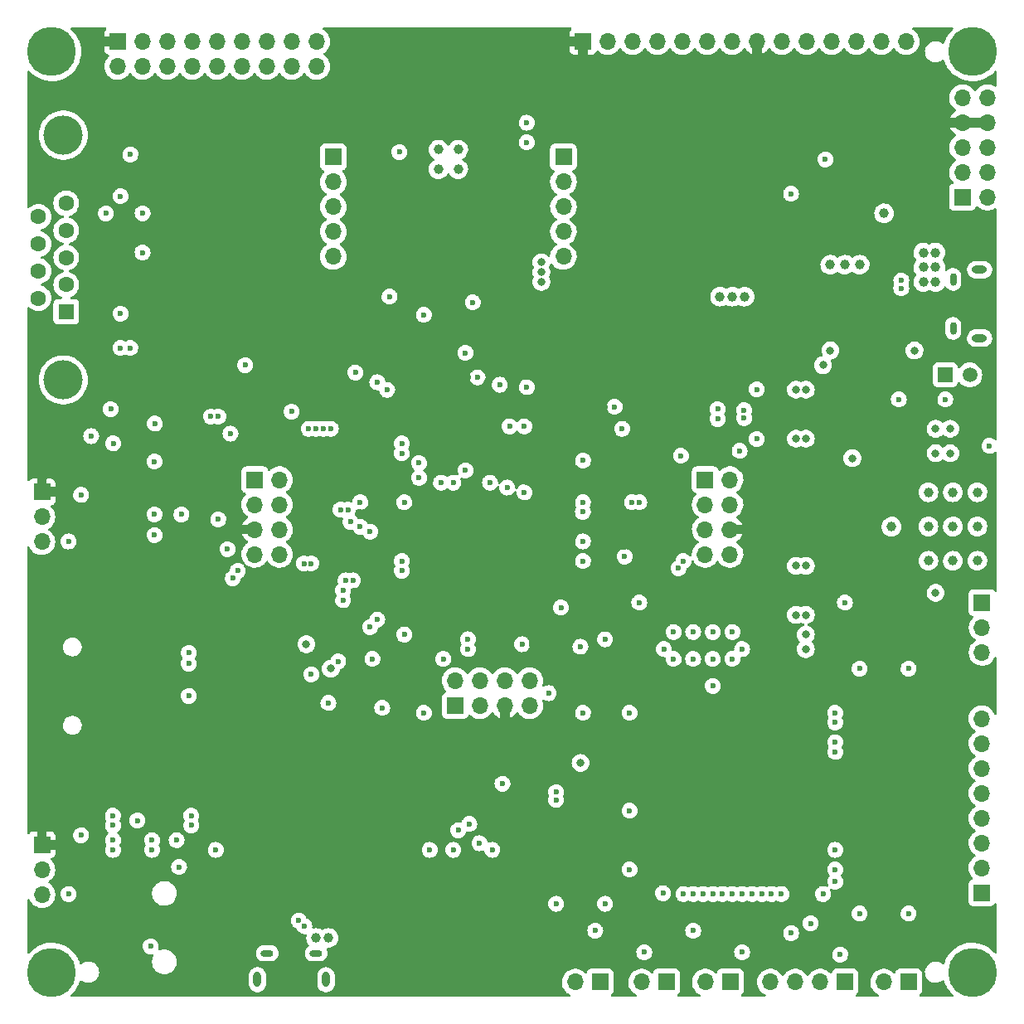
<source format=gbr>
%TF.GenerationSoftware,KiCad,Pcbnew,(6.0.0)*%
%TF.CreationDate,2022-01-12T18:34:34+03:00*%
%TF.ProjectId,UnderControl_V6,556e6465-7243-46f6-9e74-726f6c5f5636,1.6*%
%TF.SameCoordinates,Original*%
%TF.FileFunction,Copper,L3,Inr*%
%TF.FilePolarity,Positive*%
%FSLAX46Y46*%
G04 Gerber Fmt 4.6, Leading zero omitted, Abs format (unit mm)*
G04 Created by KiCad (PCBNEW (6.0.0)) date 2022-01-12 18:34:34*
%MOMM*%
%LPD*%
G01*
G04 APERTURE LIST*
%TA.AperFunction,ComponentPad*%
%ADD10O,1.700000X1.700000*%
%TD*%
%TA.AperFunction,ComponentPad*%
%ADD11R,1.700000X1.700000*%
%TD*%
%TA.AperFunction,ComponentPad*%
%ADD12C,1.600000*%
%TD*%
%TA.AperFunction,ComponentPad*%
%ADD13R,1.600000X1.600000*%
%TD*%
%TA.AperFunction,ComponentPad*%
%ADD14C,4.000000*%
%TD*%
%TA.AperFunction,ComponentPad*%
%ADD15O,0.650000X1.300000*%
%TD*%
%TA.AperFunction,ComponentPad*%
%ADD16O,1.550000X0.775000*%
%TD*%
%TA.AperFunction,ComponentPad*%
%ADD17C,0.800000*%
%TD*%
%TA.AperFunction,ComponentPad*%
%ADD18C,5.000000*%
%TD*%
%TA.AperFunction,ComponentPad*%
%ADD19O,1.300000X0.650000*%
%TD*%
%TA.AperFunction,ComponentPad*%
%ADD20O,0.775000X1.550000*%
%TD*%
%TA.AperFunction,ComponentPad*%
%ADD21R,1.508000X1.508000*%
%TD*%
%TA.AperFunction,ComponentPad*%
%ADD22C,1.508000*%
%TD*%
%TA.AperFunction,ViaPad*%
%ADD23C,0.600000*%
%TD*%
%TA.AperFunction,ViaPad*%
%ADD24C,0.800000*%
%TD*%
%TA.AperFunction,ViaPad*%
%ADD25C,1.000000*%
%TD*%
G04 APERTURE END LIST*
D10*
%TO.N,GND*%
%TO.C,J27*%
X103320000Y-119735000D03*
%TO.N,+5V*%
X103320000Y-122275000D03*
%TO.N,PE11*%
X100780000Y-119735000D03*
%TO.N,+3V3*%
X100780000Y-122275000D03*
%TO.N,PE7*%
X98240000Y-119735000D03*
%TO.N,PE8*%
X98240000Y-122275000D03*
%TO.N,PG0*%
X95700000Y-119735000D03*
D11*
%TO.N,PG1*%
X95700000Y-122275000D03*
%TD*%
D10*
%TO.N,+5V*%
%TO.C,J26*%
X123765000Y-106820000D03*
%TO.N,GND*%
X121225000Y-106820000D03*
%TO.N,+3V3*%
X123765000Y-104280000D03*
%TO.N,PG2*%
X121225000Y-104280000D03*
%TO.N,PG3*%
X123765000Y-101740000D03*
%TO.N,PG4*%
X121225000Y-101740000D03*
%TO.N,PG5*%
X123765000Y-99200000D03*
D11*
%TO.N,PC9*%
X121225000Y-99200000D03*
%TD*%
D10*
%TO.N,GND*%
%TO.C,J25*%
X77765000Y-106820000D03*
%TO.N,+5V*%
X75225000Y-106820000D03*
%TO.N,PF8*%
X77765000Y-104280000D03*
%TO.N,+3V3*%
X75225000Y-104280000D03*
%TO.N,PF4*%
X77765000Y-101740000D03*
%TO.N,PF7*%
X75225000Y-101740000D03*
%TO.N,PF2*%
X77765000Y-99200000D03*
D11*
%TO.N,PF3*%
X75225000Y-99200000D03*
%TD*%
D10*
%TO.N,GND*%
%TO.C,J24*%
X53500000Y-141555000D03*
%TO.N,/BOOT_GPIO/BOOT1_L*%
X53500000Y-139015000D03*
D11*
%TO.N,+3V3*%
X53500000Y-136475000D03*
%TD*%
%TO.N,+3V3*%
%TO.C,J23*%
X53500000Y-100460000D03*
D10*
%TO.N,/BOOT_GPIO/BOOT0_L*%
X53500000Y-103000000D03*
%TO.N,GND*%
X53500000Y-105540000D03*
%TD*%
%TO.N,/SIM_ADC_P1*%
%TO.C,J10*%
X139460000Y-150500000D03*
D11*
%TO.N,/SIM_ADC_P0*%
X142000000Y-150500000D03*
%TD*%
D10*
%TO.N,GND*%
%TO.C,J12*%
X149500000Y-116830000D03*
%TO.N,+5V*%
X149500000Y-114290000D03*
D11*
%TO.N,RF_Data*%
X149500000Y-111750000D03*
%TD*%
D10*
%TO.N,Net-(J13-Pad5)*%
%TO.C,J13*%
X106750000Y-76410000D03*
%TO.N,Net-(J13-Pad4)*%
X106750000Y-73870000D03*
%TO.N,Net-(J13-Pad3)*%
X106750000Y-71330000D03*
%TO.N,Net-(J13-Pad2)*%
X106750000Y-68790000D03*
D11*
%TO.N,Net-(J13-Pad1)*%
X106750000Y-66250000D03*
%TD*%
D12*
%TO.N,unconnected-(J15-Pad9)*%
%TO.C,J15*%
X53145000Y-72355000D03*
%TO.N,unconnected-(J15-Pad8)*%
X53145000Y-75125000D03*
%TO.N,OBD1_CANH*%
X53145000Y-77895000D03*
%TO.N,unconnected-(J15-Pad6)*%
X53145000Y-80665000D03*
%TO.N,OBD2_CANL*%
X55985000Y-70970000D03*
%TO.N,unconnected-(J15-Pad4)*%
X55985000Y-73740000D03*
%TO.N,OBD1_GND*%
X55985000Y-76510000D03*
%TO.N,OBD1_CANL*%
X55985000Y-79280000D03*
D13*
%TO.N,OBD2_GND*%
X55985000Y-82050000D03*
D14*
%TO.N,unconnected-(J15-Pad0)*%
X55685000Y-89010000D03*
X55685000Y-64010000D03*
%TD*%
D10*
%TO.N,DCMI_PWD*%
%TO.C,J16*%
X81570000Y-57000000D03*
%TO.N,DCMI_RST*%
X81570000Y-54460000D03*
%TO.N,DCMI_D0*%
X79030000Y-57000000D03*
%TO.N,DCMI_D1*%
X79030000Y-54460000D03*
%TO.N,DCMI_D2*%
X76490000Y-57000000D03*
%TO.N,DCMI_D3*%
X76490000Y-54460000D03*
%TO.N,DCMI_D4*%
X73950000Y-57000000D03*
%TO.N,DCMI_D5*%
X73950000Y-54460000D03*
%TO.N,DCMI_D6*%
X71410000Y-57000000D03*
%TO.N,DCMI_D7*%
X71410000Y-54460000D03*
%TO.N,DCMI_XCLK*%
X68870000Y-57000000D03*
%TO.N,DCMI_PCLK*%
X68870000Y-54460000D03*
%TO.N,DCMI_HS*%
X66330000Y-57000000D03*
%TO.N,DCMI_VS*%
X66330000Y-54460000D03*
%TO.N,DCMI_SDA*%
X63790000Y-57000000D03*
%TO.N,DCMI_SCL*%
X63790000Y-54460000D03*
%TO.N,GND*%
X61250000Y-57000000D03*
D11*
%TO.N,+3V3*%
X61250000Y-54460000D03*
%TD*%
D10*
%TO.N,Touch_INT*%
%TO.C,J17*%
X141770000Y-54460000D03*
%TO.N,SPI3_MISO*%
X139230000Y-54460000D03*
%TO.N,SPI3_MOSI*%
X136690000Y-54460000D03*
%TO.N,SPI3_CS_Touch*%
X134150000Y-54460000D03*
%TO.N,SPI3_SCK*%
X131610000Y-54460000D03*
%TO.N,SPI3_MISO*%
X129070000Y-54460000D03*
%TO.N,+3V3*%
X126530000Y-54460000D03*
%TO.N,SPI3_SCK*%
X123990000Y-54460000D03*
%TO.N,SPI3_MOSI*%
X121450000Y-54460000D03*
%TO.N,LCD_DC*%
X118910000Y-54460000D03*
%TO.N,LCD_RST*%
X116370000Y-54460000D03*
%TO.N,SPI3_CS_LCD*%
X113830000Y-54460000D03*
%TO.N,GND*%
X111290000Y-54460000D03*
D11*
%TO.N,+3V3*%
X108750000Y-54460000D03*
%TD*%
%TO.N,Net-(J11-Pad1)*%
%TO.C,J11*%
X83250000Y-66250000D03*
D10*
%TO.N,Net-(J11-Pad2)*%
X83250000Y-68790000D03*
%TO.N,Net-(J11-Pad3)*%
X83250000Y-71330000D03*
%TO.N,Net-(J11-Pad4)*%
X83250000Y-73870000D03*
%TO.N,Net-(J11-Pad5)*%
X83250000Y-76410000D03*
%TD*%
D11*
%TO.N,/SIM_PCM_P1*%
%TO.C,J3*%
X135500000Y-150500000D03*
D10*
%TO.N,/SIM_PCM_P2*%
X132960000Y-150500000D03*
%TO.N,/SIM_PCM_P3*%
X130420000Y-150500000D03*
%TO.N,/SIM_PCM_P4*%
X127880000Y-150500000D03*
%TD*%
D11*
%TO.N,/KBR3*%
%TO.C,J1*%
X149475000Y-141375000D03*
D10*
%TO.N,/KBR2*%
X149475000Y-138835000D03*
%TO.N,/KBR1*%
X149475000Y-136295000D03*
%TO.N,/KBR0*%
X149475000Y-133755000D03*
%TO.N,/KBC3*%
X149475000Y-131215000D03*
%TO.N,/KBC2*%
X149475000Y-128675000D03*
%TO.N,/KBC1*%
X149475000Y-126135000D03*
%TO.N,/KBC0*%
X149475000Y-123595000D03*
%TD*%
D11*
%TO.N,/SIM_GPIO_P1*%
%TO.C,J4*%
X123775000Y-150500000D03*
D10*
%TO.N,/SIM_GPIO_P2*%
X121235000Y-150500000D03*
%TD*%
D11*
%TO.N,/SIM_PWM_P1*%
%TO.C,J5*%
X117275000Y-150500000D03*
D10*
%TO.N,/SIM_PWM_P2*%
X114735000Y-150500000D03*
%TD*%
D11*
%TO.N,unconnected-(J9-Pad1)*%
%TO.C,J9*%
X147500000Y-70350000D03*
D10*
%TO.N,/SWCLK_P*%
X150040000Y-70350000D03*
%TO.N,unconnected-(J9-Pad3)*%
X147500000Y-67810000D03*
%TO.N,/SWDIO_P*%
X150040000Y-67810000D03*
%TO.N,GND*%
X147500000Y-65270000D03*
X150040000Y-65270000D03*
%TO.N,+3V3*%
X147500000Y-62730000D03*
X150040000Y-62730000D03*
%TO.N,+5V*%
X147500000Y-60190000D03*
X150040000Y-60190000D03*
%TD*%
D15*
%TO.N,unconnected-(J8-PadS1)*%
%TO.C,J8*%
X146550000Y-83750000D03*
%TO.N,unconnected-(J8-PadS2)*%
X146550000Y-78750000D03*
D16*
%TO.N,unconnected-(J8-PadS3)*%
X149250000Y-84750000D03*
%TO.N,unconnected-(J8-PadS6)*%
X149250000Y-77750000D03*
%TD*%
D17*
%TO.N,GND*%
%TO.C,H1*%
X147174175Y-148174175D03*
X148500000Y-147625000D03*
X150375000Y-149500000D03*
X147174175Y-150825825D03*
X149825825Y-150825825D03*
D18*
X148500000Y-149500000D03*
D17*
X148500000Y-151375000D03*
X149825825Y-148174175D03*
X146625000Y-149500000D03*
%TD*%
D11*
%TO.N,/SIM_I2C_P1*%
%TO.C,J6*%
X110500000Y-150500000D03*
D10*
%TO.N,/SIM_I2C_P2*%
X107960000Y-150500000D03*
%TD*%
D17*
%TO.N,GND*%
%TO.C,H3*%
X54500000Y-151375000D03*
X52625000Y-149500000D03*
X54500000Y-147625000D03*
X56375000Y-149500000D03*
X53174175Y-148174175D03*
X55825825Y-150825825D03*
X53174175Y-150825825D03*
X55825825Y-148174175D03*
D18*
X54500000Y-149500000D03*
%TD*%
D17*
%TO.N,GND*%
%TO.C,H4*%
X54500000Y-53625000D03*
X53174175Y-54174175D03*
X53174175Y-56825825D03*
X56375000Y-55500000D03*
D18*
X54500000Y-55500000D03*
D17*
X55825825Y-56825825D03*
X52625000Y-55500000D03*
X54500000Y-57375000D03*
X55825825Y-54174175D03*
%TD*%
D19*
%TO.N,unconnected-(J7-PadS1)*%
%TO.C,J7*%
X76500000Y-147550000D03*
%TO.N,unconnected-(J7-PadS2)*%
X81500000Y-147550000D03*
D20*
%TO.N,unconnected-(J7-PadS3)*%
X75500000Y-150250000D03*
%TO.N,unconnected-(J7-PadS6)*%
X82500000Y-150250000D03*
%TD*%
D21*
%TO.N,+BATT*%
%TO.C,J2*%
X145750000Y-88500000D03*
D22*
%TO.N,GND*%
X148250000Y-88500000D03*
%TD*%
D17*
%TO.N,GND*%
%TO.C,H2*%
X150375000Y-55500000D03*
X148500000Y-53625000D03*
X149825825Y-56825825D03*
D18*
X148500000Y-55500000D03*
D17*
X149825825Y-54174175D03*
X148500000Y-57375000D03*
X146625000Y-55500000D03*
X147174175Y-56825825D03*
X147174175Y-54174175D03*
%TD*%
D23*
%TO.N,SPI2_MOSI*%
X68500000Y-121275000D03*
%TO.N,+3V3*%
X68500000Y-120175000D03*
%TO.N,GND*%
X68500000Y-117975000D03*
%TO.N,SPI2_MISO*%
X68500000Y-116875000D03*
%TO.N,GND*%
X117000000Y-116500000D03*
%TO.N,SIM_RXM*%
X118000000Y-114750000D03*
X118000000Y-117500000D03*
%TO.N,GND*%
X56212500Y-141500000D03*
X56212500Y-105500000D03*
%TO.N,/SIM_ADC_P0*%
X134500000Y-140250000D03*
%TO.N,/SIM_ADC_P1*%
X133250000Y-141500000D03*
%TO.N,/SIM_PCM_P1*%
X129000000Y-141500000D03*
%TO.N,/SIM_PCM_P2*%
X128000000Y-141500000D03*
%TO.N,/SIM_PCM_P3*%
X127000000Y-141500000D03*
%TO.N,/SIM_PCM_P4*%
X126000000Y-141500000D03*
%TO.N,/SIM_GPIO_P1*%
X125000000Y-141500000D03*
%TO.N,/SIM_GPIO_P2*%
X124000000Y-141500000D03*
%TO.N,/SIM_PWM_P1*%
X123000000Y-141500000D03*
%TO.N,/SIM_PWM_P2*%
X122000000Y-141500000D03*
%TO.N,/SIM_I2C_P1*%
X120000000Y-141500000D03*
%TO.N,/SIM_I2C_P2*%
X119000000Y-141500000D03*
%TO.N,+3V3*%
X138500000Y-148000000D03*
X128500000Y-148000000D03*
X118500000Y-147750000D03*
%TO.N,GND*%
X135000000Y-147700000D03*
X125000000Y-147450000D03*
X115000000Y-147450000D03*
X120000000Y-145250000D03*
X130000000Y-145500000D03*
X110000000Y-145250000D03*
D24*
X108500000Y-128120000D03*
X142600000Y-86000000D03*
D25*
%TO.N,+5V*%
X139500000Y-72000000D03*
D23*
X122500000Y-93000000D03*
D24*
X80500000Y-116000000D03*
X83000000Y-118500000D03*
D23*
X145750000Y-91000000D03*
D24*
X136250000Y-97000000D03*
D23*
X141000000Y-91000000D03*
%TO.N,GND*%
X89000000Y-80500000D03*
D25*
X146520000Y-100480000D03*
X140250000Y-104000000D03*
X144750000Y-76000000D03*
D23*
X137000000Y-143500000D03*
D24*
X131500000Y-113000000D03*
D23*
X64750000Y-137000000D03*
D25*
X144750000Y-79000000D03*
D23*
X142000000Y-143500000D03*
X116915734Y-141415734D03*
X113500000Y-133000000D03*
X134500000Y-126000000D03*
X122000000Y-117500000D03*
X74250000Y-87500000D03*
X71500000Y-92750000D03*
X63775000Y-76000000D03*
X85250000Y-109480000D03*
X114500000Y-101500000D03*
X121000000Y-141500000D03*
D24*
X104500000Y-78000000D03*
D23*
X79000000Y-92250000D03*
D25*
X143500000Y-79000000D03*
D24*
X130500000Y-108000000D03*
D23*
X60750000Y-137000000D03*
X137000000Y-118500000D03*
X93095000Y-137000000D03*
D25*
X96000000Y-65500000D03*
D23*
X100520000Y-130250000D03*
X80750000Y-94000000D03*
X63775000Y-72000000D03*
D25*
X144020000Y-107480000D03*
X125250000Y-80500000D03*
D23*
X64750000Y-136000000D03*
D25*
X135500000Y-77250000D03*
D23*
X134500000Y-139000000D03*
X81000000Y-107750000D03*
D25*
X144020000Y-100480000D03*
D23*
X111980000Y-91750000D03*
D24*
X146250000Y-96500000D03*
D23*
X84500000Y-109480000D03*
D24*
X131500000Y-95000000D03*
D23*
X68750000Y-133500000D03*
D25*
X144020000Y-103980000D03*
D24*
X144750000Y-94000000D03*
X146250000Y-94000000D03*
D23*
X60750000Y-134500000D03*
D25*
X143500000Y-77500000D03*
D23*
X113500000Y-123000000D03*
X108480000Y-116250000D03*
X126500000Y-95049500D03*
X88250000Y-122500000D03*
D24*
X133250000Y-87500000D03*
X144750000Y-110750000D03*
X144750000Y-96500000D03*
D25*
X137000000Y-77250000D03*
D23*
X68750000Y-134500000D03*
D25*
X146520000Y-103980000D03*
D23*
X142000000Y-118500000D03*
X134500000Y-123000000D03*
D25*
X143500000Y-76000000D03*
D23*
X58525000Y-94750000D03*
X97980000Y-88750000D03*
X134500000Y-127000000D03*
X118750000Y-96750000D03*
X60775000Y-95500000D03*
X113750000Y-101500000D03*
X84250000Y-110500000D03*
D24*
X131500000Y-116500000D03*
D23*
X108750000Y-123000000D03*
X125000000Y-116500000D03*
X70750000Y-92750000D03*
D25*
X149020000Y-100480000D03*
D23*
X73000000Y-109250000D03*
X134500000Y-137000000D03*
X87000000Y-114250000D03*
X72750000Y-94500000D03*
X112750000Y-94000000D03*
X60750000Y-133500000D03*
D25*
X146520000Y-107480000D03*
D23*
X97000000Y-116500000D03*
D24*
X130500000Y-95000000D03*
D25*
X134000000Y-77250000D03*
D23*
X83000000Y-94000000D03*
D25*
X81500000Y-146000000D03*
D23*
X88750000Y-90020000D03*
X132000000Y-144500000D03*
D24*
X130500000Y-90000000D03*
D23*
X84750000Y-102250000D03*
X80250000Y-107750000D03*
X60750000Y-136000000D03*
X97000000Y-115500000D03*
D24*
X131500000Y-108000000D03*
D25*
X94000000Y-67500000D03*
D23*
X122500000Y-92000000D03*
X90500000Y-115000000D03*
X87750000Y-113480000D03*
X84000000Y-102250000D03*
X92500000Y-123000000D03*
X111000000Y-115500000D03*
X113500000Y-139000000D03*
D24*
X104500000Y-79000000D03*
D23*
X81500000Y-94000000D03*
X82250000Y-94000000D03*
D24*
X104500000Y-77000000D03*
X130500000Y-113000000D03*
X131500000Y-90000000D03*
D25*
X149020000Y-103980000D03*
D23*
X96000000Y-135000000D03*
X97500000Y-81095000D03*
X67750000Y-102750000D03*
X134500000Y-124000000D03*
X150250000Y-95750000D03*
X65000000Y-104850000D03*
D25*
X94000000Y-65500000D03*
D23*
X72450000Y-106300000D03*
X111000000Y-142500000D03*
D25*
X96000000Y-67500000D03*
X122750000Y-80500000D03*
X144750000Y-77500000D03*
X149020000Y-107480000D03*
D23*
X64595000Y-146845000D03*
X86000000Y-101500000D03*
X106000000Y-142500000D03*
X84250000Y-111500000D03*
D24*
X131500000Y-115000000D03*
D23*
X65000000Y-97350000D03*
X126500000Y-89970500D03*
D24*
X134000000Y-86000000D03*
D23*
X103000000Y-89750000D03*
D25*
X82750000Y-146000000D03*
D23*
X113000000Y-107055000D03*
D25*
X124000000Y-80500000D03*
D23*
X102520000Y-116000000D03*
%TO.N,+3V3*%
X85000000Y-98000000D03*
X103000000Y-88750000D03*
X81603426Y-112651048D03*
D25*
X135500000Y-72000000D03*
D23*
X71500000Y-89500000D03*
X71500000Y-88750000D03*
X63000000Y-62000000D03*
X92500000Y-84905000D03*
X99000000Y-116500000D03*
X63275000Y-95500000D03*
X87000000Y-108000000D03*
X64750000Y-62000000D03*
X87000000Y-98000000D03*
X97020000Y-88750000D03*
X111020000Y-91750000D03*
X79250000Y-94500000D03*
X111000000Y-114520000D03*
X103480000Y-116000000D03*
X113000000Y-106095000D03*
X90500000Y-123000000D03*
X86000000Y-102500000D03*
D24*
X85500000Y-79000000D03*
D23*
X108750000Y-147500000D03*
X86000000Y-108000000D03*
D25*
X134000000Y-72000000D03*
D23*
X95000000Y-79500000D03*
D25*
X127000000Y-83000000D03*
D23*
X89000000Y-83000000D03*
D24*
X85500000Y-78000000D03*
D23*
X86000000Y-98000000D03*
X128250000Y-88750000D03*
D25*
X129500000Y-83000000D03*
D24*
X85500000Y-77000000D03*
D23*
X75500000Y-95250000D03*
D25*
X132000000Y-83000000D03*
D23*
X83500000Y-98000000D03*
X92500000Y-115000000D03*
X113000000Y-99500000D03*
X99000000Y-115500000D03*
X89900000Y-91900000D03*
X112000000Y-99500000D03*
X76750000Y-88000000D03*
D25*
X137000000Y-72000000D03*
D23*
%TO.N,NRST*%
X73500000Y-108500000D03*
X65000000Y-102750000D03*
%TO.N,/SIM_RST_Pro*%
X95500000Y-137000000D03*
X99500000Y-137000000D03*
%TO.N,Left*%
X67250000Y-136000000D03*
X71250000Y-137000000D03*
%TO.N,MIC1P*%
X63250000Y-134000000D03*
X67500000Y-138750000D03*
%TO.N,+BATT*%
X124750000Y-96250000D03*
%TO.N,SIM_USB_D-*%
X106000000Y-131901600D03*
X79716025Y-144216025D03*
%TO.N,SIM_USB_D+*%
X106000000Y-131098400D03*
X80283975Y-144783975D03*
%TO.N,USB_CONN_D-*%
X125201100Y-92901600D03*
X141250000Y-79651600D03*
%TO.N,USB_CONN_D+*%
X141250000Y-78848400D03*
X125201100Y-92098400D03*
%TO.N,SPI2_MOSI*%
X90250000Y-108500000D03*
%TO.N,SPI2_SCK*%
X81000000Y-119075000D03*
X106500000Y-112250000D03*
%TO.N,SPI2_MISO*%
X90250000Y-107500000D03*
%TO.N,OBD2_GND*%
X60025000Y-72000000D03*
%TO.N,DCMI_HS*%
X92000000Y-99000000D03*
%TO.N,DCMI_PCLK*%
X92000000Y-97500000D03*
%TO.N,DCMI_XCLK*%
X96750000Y-98250000D03*
%TO.N,DCMI_D7*%
X90250000Y-96500000D03*
%TO.N,DCMI_D6*%
X90250000Y-95500000D03*
%TO.N,DCMI_D4*%
X85500000Y-88250000D03*
%TO.N,DCMI_D3*%
X87750000Y-89250000D03*
%TO.N,DCMI_D2*%
X99250000Y-99500000D03*
%TO.N,DCMI_D1*%
X101000000Y-100000000D03*
%TO.N,DCMI_D0*%
X102750000Y-100500000D03*
%TO.N,DCMI_RST*%
X108733694Y-102500000D03*
%TO.N,DCMI_PWD*%
X108750000Y-101500000D03*
%TO.N,SPI1_SCK*%
X92500000Y-82365000D03*
X96750000Y-86250000D03*
%TO.N,/SIM_DATA_Pro*%
X98175000Y-136325000D03*
X97150000Y-134350000D03*
%TO.N,CAN_H*%
X61525000Y-70250000D03*
X61525000Y-85750000D03*
X61525000Y-82250000D03*
%TO.N,CAN_L*%
X62525000Y-85750000D03*
X62525000Y-66000000D03*
%TO.N,PWRKEY*%
X83750000Y-117750000D03*
X105250000Y-121000000D03*
%TO.N,SWDIO*%
X130000000Y-70000000D03*
X133500000Y-66500000D03*
%TO.N,BOOT0*%
X90500000Y-101500000D03*
X57500000Y-100750000D03*
%TO.N,SIM_RTSM*%
X120000000Y-117500000D03*
X122000000Y-114750000D03*
%TO.N,SIM_DTR*%
X119000000Y-107500000D03*
X108750000Y-105500000D03*
%TO.N,SIM_DTRM*%
X124000000Y-117500000D03*
X124000000Y-114750000D03*
%TO.N,SIM_DCDM*%
X122000000Y-120250000D03*
X120000000Y-114750000D03*
%TO.N,SIM_INT*%
X108750000Y-107500000D03*
X118500000Y-108250000D03*
%TO.N,WIFI_EN*%
X90000000Y-65750000D03*
X100250000Y-89500000D03*
%TO.N,WIFI_TX*%
X102750000Y-93750000D03*
X103000000Y-64750000D03*
%TO.N,WIFI_RX*%
X101250000Y-93750000D03*
X103000000Y-62750000D03*
%TO.N,RF_Data*%
X135500000Y-111750000D03*
X114500000Y-111750000D03*
%TO.N,Gyro_INT*%
X87000000Y-104500000D03*
X71500000Y-103250000D03*
%TO.N,Touch_INT*%
X108750000Y-97250000D03*
%TO.N,PF8*%
X86000000Y-104000000D03*
%TO.N,PF7*%
X85000000Y-103500000D03*
%TO.N,BOOT1*%
X82750000Y-122000000D03*
X94500000Y-117500000D03*
X87250000Y-117500000D03*
X57500000Y-135500000D03*
%TO.N,CAN_TX*%
X60525000Y-92000000D03*
X94250000Y-99500000D03*
%TO.N,CAN_RX*%
X65025000Y-93470000D03*
X95500000Y-99500000D03*
%TD*%
%TA.AperFunction,Conductor*%
%TO.N,+3V3*%
G36*
X60046024Y-53028002D02*
G01*
X60092517Y-53081658D01*
X60102621Y-53151932D01*
X60073127Y-53216512D01*
X60053468Y-53234827D01*
X60044272Y-53241719D01*
X60031715Y-53254276D01*
X59955214Y-53356351D01*
X59946676Y-53371946D01*
X59901522Y-53492394D01*
X59897895Y-53507649D01*
X59892369Y-53558514D01*
X59892000Y-53565328D01*
X59892000Y-53941885D01*
X59896475Y-53957124D01*
X59897865Y-53958329D01*
X59905548Y-53960000D01*
X61624000Y-53960000D01*
X61692121Y-53980002D01*
X61738614Y-54033658D01*
X61750000Y-54086000D01*
X61750000Y-54834000D01*
X61729998Y-54902121D01*
X61676342Y-54948614D01*
X61624000Y-54960000D01*
X59910116Y-54960000D01*
X59894877Y-54964475D01*
X59893672Y-54965865D01*
X59892001Y-54973548D01*
X59892001Y-55354669D01*
X59892371Y-55361490D01*
X59897895Y-55412352D01*
X59901521Y-55427604D01*
X59946676Y-55548054D01*
X59955214Y-55563649D01*
X60031715Y-55665724D01*
X60044276Y-55678285D01*
X60146351Y-55754786D01*
X60161946Y-55763324D01*
X60270827Y-55804142D01*
X60327591Y-55846784D01*
X60352291Y-55913345D01*
X60337083Y-55982694D01*
X60317691Y-56009175D01*
X60194200Y-56138401D01*
X60190629Y-56142138D01*
X60064743Y-56326680D01*
X59970688Y-56529305D01*
X59910989Y-56744570D01*
X59887251Y-56966695D01*
X59887548Y-56971848D01*
X59887548Y-56971851D01*
X59892868Y-57064112D01*
X59900110Y-57189715D01*
X59901247Y-57194761D01*
X59901248Y-57194767D01*
X59921119Y-57282939D01*
X59949222Y-57407639D01*
X59987461Y-57501811D01*
X60030785Y-57608505D01*
X60033266Y-57614616D01*
X60084019Y-57697438D01*
X60147291Y-57800688D01*
X60149987Y-57805088D01*
X60296250Y-57973938D01*
X60468126Y-58116632D01*
X60661000Y-58229338D01*
X60869692Y-58309030D01*
X60874760Y-58310061D01*
X60874763Y-58310062D01*
X60938985Y-58323128D01*
X61088597Y-58353567D01*
X61093772Y-58353757D01*
X61093774Y-58353757D01*
X61306673Y-58361564D01*
X61306677Y-58361564D01*
X61311837Y-58361753D01*
X61316957Y-58361097D01*
X61316959Y-58361097D01*
X61528288Y-58334025D01*
X61528289Y-58334025D01*
X61533416Y-58333368D01*
X61538366Y-58331883D01*
X61742429Y-58270661D01*
X61742434Y-58270659D01*
X61747384Y-58269174D01*
X61947994Y-58170896D01*
X62129860Y-58041173D01*
X62159210Y-58011926D01*
X62284435Y-57887137D01*
X62288096Y-57883489D01*
X62317905Y-57842006D01*
X62418453Y-57702077D01*
X62419776Y-57703028D01*
X62466645Y-57659857D01*
X62536580Y-57647625D01*
X62602026Y-57675144D01*
X62629875Y-57706994D01*
X62689987Y-57805088D01*
X62836250Y-57973938D01*
X63008126Y-58116632D01*
X63201000Y-58229338D01*
X63409692Y-58309030D01*
X63414760Y-58310061D01*
X63414763Y-58310062D01*
X63478985Y-58323128D01*
X63628597Y-58353567D01*
X63633772Y-58353757D01*
X63633774Y-58353757D01*
X63846673Y-58361564D01*
X63846677Y-58361564D01*
X63851837Y-58361753D01*
X63856957Y-58361097D01*
X63856959Y-58361097D01*
X64068288Y-58334025D01*
X64068289Y-58334025D01*
X64073416Y-58333368D01*
X64078366Y-58331883D01*
X64282429Y-58270661D01*
X64282434Y-58270659D01*
X64287384Y-58269174D01*
X64487994Y-58170896D01*
X64669860Y-58041173D01*
X64699210Y-58011926D01*
X64824435Y-57887137D01*
X64828096Y-57883489D01*
X64857905Y-57842006D01*
X64958453Y-57702077D01*
X64959776Y-57703028D01*
X65006645Y-57659857D01*
X65076580Y-57647625D01*
X65142026Y-57675144D01*
X65169875Y-57706994D01*
X65229987Y-57805088D01*
X65376250Y-57973938D01*
X65548126Y-58116632D01*
X65741000Y-58229338D01*
X65949692Y-58309030D01*
X65954760Y-58310061D01*
X65954763Y-58310062D01*
X66018985Y-58323128D01*
X66168597Y-58353567D01*
X66173772Y-58353757D01*
X66173774Y-58353757D01*
X66386673Y-58361564D01*
X66386677Y-58361564D01*
X66391837Y-58361753D01*
X66396957Y-58361097D01*
X66396959Y-58361097D01*
X66608288Y-58334025D01*
X66608289Y-58334025D01*
X66613416Y-58333368D01*
X66618366Y-58331883D01*
X66822429Y-58270661D01*
X66822434Y-58270659D01*
X66827384Y-58269174D01*
X67027994Y-58170896D01*
X67209860Y-58041173D01*
X67239210Y-58011926D01*
X67364435Y-57887137D01*
X67368096Y-57883489D01*
X67397905Y-57842006D01*
X67498453Y-57702077D01*
X67499776Y-57703028D01*
X67546645Y-57659857D01*
X67616580Y-57647625D01*
X67682026Y-57675144D01*
X67709875Y-57706994D01*
X67769987Y-57805088D01*
X67916250Y-57973938D01*
X68088126Y-58116632D01*
X68281000Y-58229338D01*
X68489692Y-58309030D01*
X68494760Y-58310061D01*
X68494763Y-58310062D01*
X68558985Y-58323128D01*
X68708597Y-58353567D01*
X68713772Y-58353757D01*
X68713774Y-58353757D01*
X68926673Y-58361564D01*
X68926677Y-58361564D01*
X68931837Y-58361753D01*
X68936957Y-58361097D01*
X68936959Y-58361097D01*
X69148288Y-58334025D01*
X69148289Y-58334025D01*
X69153416Y-58333368D01*
X69158366Y-58331883D01*
X69362429Y-58270661D01*
X69362434Y-58270659D01*
X69367384Y-58269174D01*
X69567994Y-58170896D01*
X69749860Y-58041173D01*
X69779210Y-58011926D01*
X69904435Y-57887137D01*
X69908096Y-57883489D01*
X69937905Y-57842006D01*
X70038453Y-57702077D01*
X70039776Y-57703028D01*
X70086645Y-57659857D01*
X70156580Y-57647625D01*
X70222026Y-57675144D01*
X70249875Y-57706994D01*
X70309987Y-57805088D01*
X70456250Y-57973938D01*
X70628126Y-58116632D01*
X70821000Y-58229338D01*
X71029692Y-58309030D01*
X71034760Y-58310061D01*
X71034763Y-58310062D01*
X71098985Y-58323128D01*
X71248597Y-58353567D01*
X71253772Y-58353757D01*
X71253774Y-58353757D01*
X71466673Y-58361564D01*
X71466677Y-58361564D01*
X71471837Y-58361753D01*
X71476957Y-58361097D01*
X71476959Y-58361097D01*
X71688288Y-58334025D01*
X71688289Y-58334025D01*
X71693416Y-58333368D01*
X71698366Y-58331883D01*
X71902429Y-58270661D01*
X71902434Y-58270659D01*
X71907384Y-58269174D01*
X72107994Y-58170896D01*
X72289860Y-58041173D01*
X72319210Y-58011926D01*
X72444435Y-57887137D01*
X72448096Y-57883489D01*
X72477905Y-57842006D01*
X72578453Y-57702077D01*
X72579776Y-57703028D01*
X72626645Y-57659857D01*
X72696580Y-57647625D01*
X72762026Y-57675144D01*
X72789875Y-57706994D01*
X72849987Y-57805088D01*
X72996250Y-57973938D01*
X73168126Y-58116632D01*
X73361000Y-58229338D01*
X73569692Y-58309030D01*
X73574760Y-58310061D01*
X73574763Y-58310062D01*
X73638985Y-58323128D01*
X73788597Y-58353567D01*
X73793772Y-58353757D01*
X73793774Y-58353757D01*
X74006673Y-58361564D01*
X74006677Y-58361564D01*
X74011837Y-58361753D01*
X74016957Y-58361097D01*
X74016959Y-58361097D01*
X74228288Y-58334025D01*
X74228289Y-58334025D01*
X74233416Y-58333368D01*
X74238366Y-58331883D01*
X74442429Y-58270661D01*
X74442434Y-58270659D01*
X74447384Y-58269174D01*
X74647994Y-58170896D01*
X74829860Y-58041173D01*
X74859210Y-58011926D01*
X74984435Y-57887137D01*
X74988096Y-57883489D01*
X75017905Y-57842006D01*
X75118453Y-57702077D01*
X75119776Y-57703028D01*
X75166645Y-57659857D01*
X75236580Y-57647625D01*
X75302026Y-57675144D01*
X75329875Y-57706994D01*
X75389987Y-57805088D01*
X75536250Y-57973938D01*
X75708126Y-58116632D01*
X75901000Y-58229338D01*
X76109692Y-58309030D01*
X76114760Y-58310061D01*
X76114763Y-58310062D01*
X76178985Y-58323128D01*
X76328597Y-58353567D01*
X76333772Y-58353757D01*
X76333774Y-58353757D01*
X76546673Y-58361564D01*
X76546677Y-58361564D01*
X76551837Y-58361753D01*
X76556957Y-58361097D01*
X76556959Y-58361097D01*
X76768288Y-58334025D01*
X76768289Y-58334025D01*
X76773416Y-58333368D01*
X76778366Y-58331883D01*
X76982429Y-58270661D01*
X76982434Y-58270659D01*
X76987384Y-58269174D01*
X77187994Y-58170896D01*
X77369860Y-58041173D01*
X77399210Y-58011926D01*
X77524435Y-57887137D01*
X77528096Y-57883489D01*
X77557905Y-57842006D01*
X77658453Y-57702077D01*
X77659776Y-57703028D01*
X77706645Y-57659857D01*
X77776580Y-57647625D01*
X77842026Y-57675144D01*
X77869875Y-57706994D01*
X77929987Y-57805088D01*
X78076250Y-57973938D01*
X78248126Y-58116632D01*
X78441000Y-58229338D01*
X78649692Y-58309030D01*
X78654760Y-58310061D01*
X78654763Y-58310062D01*
X78718985Y-58323128D01*
X78868597Y-58353567D01*
X78873772Y-58353757D01*
X78873774Y-58353757D01*
X79086673Y-58361564D01*
X79086677Y-58361564D01*
X79091837Y-58361753D01*
X79096957Y-58361097D01*
X79096959Y-58361097D01*
X79308288Y-58334025D01*
X79308289Y-58334025D01*
X79313416Y-58333368D01*
X79318366Y-58331883D01*
X79522429Y-58270661D01*
X79522434Y-58270659D01*
X79527384Y-58269174D01*
X79727994Y-58170896D01*
X79909860Y-58041173D01*
X79939210Y-58011926D01*
X80064435Y-57887137D01*
X80068096Y-57883489D01*
X80097905Y-57842006D01*
X80198453Y-57702077D01*
X80199776Y-57703028D01*
X80246645Y-57659857D01*
X80316580Y-57647625D01*
X80382026Y-57675144D01*
X80409875Y-57706994D01*
X80469987Y-57805088D01*
X80616250Y-57973938D01*
X80788126Y-58116632D01*
X80981000Y-58229338D01*
X81189692Y-58309030D01*
X81194760Y-58310061D01*
X81194763Y-58310062D01*
X81258985Y-58323128D01*
X81408597Y-58353567D01*
X81413772Y-58353757D01*
X81413774Y-58353757D01*
X81626673Y-58361564D01*
X81626677Y-58361564D01*
X81631837Y-58361753D01*
X81636957Y-58361097D01*
X81636959Y-58361097D01*
X81848288Y-58334025D01*
X81848289Y-58334025D01*
X81853416Y-58333368D01*
X81858366Y-58331883D01*
X82062429Y-58270661D01*
X82062434Y-58270659D01*
X82067384Y-58269174D01*
X82267994Y-58170896D01*
X82449860Y-58041173D01*
X82479210Y-58011926D01*
X82604435Y-57887137D01*
X82608096Y-57883489D01*
X82637905Y-57842006D01*
X82735435Y-57706277D01*
X82738453Y-57702077D01*
X82759320Y-57659857D01*
X82835136Y-57506453D01*
X82835137Y-57506451D01*
X82837430Y-57501811D01*
X82898879Y-57299560D01*
X82900865Y-57293023D01*
X82900865Y-57293021D01*
X82902370Y-57288069D01*
X82931529Y-57066590D01*
X82933156Y-57000000D01*
X82914852Y-56777361D01*
X82860431Y-56560702D01*
X82771354Y-56355840D01*
X82731906Y-56294862D01*
X82652822Y-56172617D01*
X82652820Y-56172614D01*
X82650014Y-56168277D01*
X82499670Y-56003051D01*
X82495619Y-55999852D01*
X82495615Y-55999848D01*
X82328414Y-55867800D01*
X82328410Y-55867798D01*
X82324359Y-55864598D01*
X82283053Y-55841796D01*
X82233084Y-55791364D01*
X82218312Y-55721921D01*
X82243428Y-55655516D01*
X82270780Y-55628909D01*
X82314603Y-55597650D01*
X82449860Y-55501173D01*
X82499289Y-55451917D01*
X82550701Y-55400684D01*
X82596877Y-55354669D01*
X107392001Y-55354669D01*
X107392371Y-55361490D01*
X107397895Y-55412352D01*
X107401521Y-55427604D01*
X107446676Y-55548054D01*
X107455214Y-55563649D01*
X107531715Y-55665724D01*
X107544276Y-55678285D01*
X107646351Y-55754786D01*
X107661946Y-55763324D01*
X107782394Y-55808478D01*
X107797649Y-55812105D01*
X107848514Y-55817631D01*
X107855328Y-55818000D01*
X108231885Y-55818000D01*
X108247124Y-55813525D01*
X108248329Y-55812135D01*
X108250000Y-55804452D01*
X108250000Y-54978115D01*
X108245525Y-54962876D01*
X108244135Y-54961671D01*
X108236452Y-54960000D01*
X107410116Y-54960000D01*
X107394877Y-54964475D01*
X107393672Y-54965865D01*
X107392001Y-54973548D01*
X107392001Y-55354669D01*
X82596877Y-55354669D01*
X82608096Y-55343489D01*
X82738453Y-55162077D01*
X82741585Y-55155741D01*
X82835136Y-54966453D01*
X82835137Y-54966451D01*
X82837430Y-54961811D01*
X82884052Y-54808360D01*
X82900865Y-54753023D01*
X82900865Y-54753021D01*
X82902370Y-54748069D01*
X82931529Y-54526590D01*
X82931681Y-54520358D01*
X82933074Y-54463365D01*
X82933074Y-54463361D01*
X82933156Y-54460000D01*
X82914852Y-54237361D01*
X82860431Y-54020702D01*
X82771354Y-53815840D01*
X82650014Y-53628277D01*
X82499670Y-53463051D01*
X82495619Y-53459852D01*
X82495615Y-53459848D01*
X82328414Y-53327800D01*
X82328410Y-53327798D01*
X82324359Y-53324598D01*
X82287260Y-53304118D01*
X82178915Y-53244309D01*
X82128944Y-53193876D01*
X82114172Y-53124433D01*
X82139288Y-53058028D01*
X82196319Y-53015743D01*
X82239808Y-53008000D01*
X107477903Y-53008000D01*
X107546024Y-53028002D01*
X107592517Y-53081658D01*
X107602621Y-53151932D01*
X107573127Y-53216512D01*
X107553468Y-53234827D01*
X107544272Y-53241719D01*
X107531715Y-53254276D01*
X107455214Y-53356351D01*
X107446676Y-53371946D01*
X107401522Y-53492394D01*
X107397895Y-53507649D01*
X107392369Y-53558514D01*
X107392000Y-53565328D01*
X107392000Y-53941885D01*
X107396475Y-53957124D01*
X107397865Y-53958329D01*
X107405548Y-53960000D01*
X109124000Y-53960000D01*
X109192121Y-53980002D01*
X109238614Y-54033658D01*
X109250000Y-54086000D01*
X109250000Y-55799884D01*
X109254475Y-55815123D01*
X109255865Y-55816328D01*
X109263548Y-55817999D01*
X109644669Y-55817999D01*
X109651490Y-55817629D01*
X109702352Y-55812105D01*
X109717604Y-55808479D01*
X109838054Y-55763324D01*
X109853649Y-55754786D01*
X109955724Y-55678285D01*
X109968285Y-55665724D01*
X110044786Y-55563649D01*
X110053324Y-55548054D01*
X110094225Y-55438952D01*
X110136867Y-55382188D01*
X110203428Y-55357488D01*
X110272777Y-55372696D01*
X110307444Y-55400684D01*
X110332865Y-55430031D01*
X110332869Y-55430035D01*
X110336250Y-55433938D01*
X110508126Y-55576632D01*
X110701000Y-55689338D01*
X110705825Y-55691180D01*
X110705826Y-55691181D01*
X110753068Y-55709221D01*
X110909692Y-55769030D01*
X110914760Y-55770061D01*
X110914763Y-55770062D01*
X111019466Y-55791364D01*
X111128597Y-55813567D01*
X111133772Y-55813757D01*
X111133774Y-55813757D01*
X111346673Y-55821564D01*
X111346677Y-55821564D01*
X111351837Y-55821753D01*
X111356957Y-55821097D01*
X111356959Y-55821097D01*
X111568288Y-55794025D01*
X111568289Y-55794025D01*
X111573416Y-55793368D01*
X111580096Y-55791364D01*
X111782429Y-55730661D01*
X111782434Y-55730659D01*
X111787384Y-55729174D01*
X111987994Y-55630896D01*
X112169860Y-55501173D01*
X112219289Y-55451917D01*
X112270701Y-55400684D01*
X112328096Y-55343489D01*
X112458453Y-55162077D01*
X112459776Y-55163028D01*
X112506645Y-55119857D01*
X112576580Y-55107625D01*
X112642026Y-55135144D01*
X112669875Y-55166994D01*
X112729987Y-55265088D01*
X112876250Y-55433938D01*
X113048126Y-55576632D01*
X113241000Y-55689338D01*
X113245825Y-55691180D01*
X113245826Y-55691181D01*
X113293068Y-55709221D01*
X113449692Y-55769030D01*
X113454760Y-55770061D01*
X113454763Y-55770062D01*
X113559466Y-55791364D01*
X113668597Y-55813567D01*
X113673772Y-55813757D01*
X113673774Y-55813757D01*
X113886673Y-55821564D01*
X113886677Y-55821564D01*
X113891837Y-55821753D01*
X113896957Y-55821097D01*
X113896959Y-55821097D01*
X114108288Y-55794025D01*
X114108289Y-55794025D01*
X114113416Y-55793368D01*
X114120096Y-55791364D01*
X114322429Y-55730661D01*
X114322434Y-55730659D01*
X114327384Y-55729174D01*
X114527994Y-55630896D01*
X114709860Y-55501173D01*
X114759289Y-55451917D01*
X114810701Y-55400684D01*
X114868096Y-55343489D01*
X114998453Y-55162077D01*
X114999776Y-55163028D01*
X115046645Y-55119857D01*
X115116580Y-55107625D01*
X115182026Y-55135144D01*
X115209875Y-55166994D01*
X115269987Y-55265088D01*
X115416250Y-55433938D01*
X115588126Y-55576632D01*
X115781000Y-55689338D01*
X115785825Y-55691180D01*
X115785826Y-55691181D01*
X115833068Y-55709221D01*
X115989692Y-55769030D01*
X115994760Y-55770061D01*
X115994763Y-55770062D01*
X116099466Y-55791364D01*
X116208597Y-55813567D01*
X116213772Y-55813757D01*
X116213774Y-55813757D01*
X116426673Y-55821564D01*
X116426677Y-55821564D01*
X116431837Y-55821753D01*
X116436957Y-55821097D01*
X116436959Y-55821097D01*
X116648288Y-55794025D01*
X116648289Y-55794025D01*
X116653416Y-55793368D01*
X116660096Y-55791364D01*
X116862429Y-55730661D01*
X116862434Y-55730659D01*
X116867384Y-55729174D01*
X117067994Y-55630896D01*
X117249860Y-55501173D01*
X117299289Y-55451917D01*
X117350701Y-55400684D01*
X117408096Y-55343489D01*
X117538453Y-55162077D01*
X117539776Y-55163028D01*
X117586645Y-55119857D01*
X117656580Y-55107625D01*
X117722026Y-55135144D01*
X117749875Y-55166994D01*
X117809987Y-55265088D01*
X117956250Y-55433938D01*
X118128126Y-55576632D01*
X118321000Y-55689338D01*
X118325825Y-55691180D01*
X118325826Y-55691181D01*
X118373068Y-55709221D01*
X118529692Y-55769030D01*
X118534760Y-55770061D01*
X118534763Y-55770062D01*
X118639466Y-55791364D01*
X118748597Y-55813567D01*
X118753772Y-55813757D01*
X118753774Y-55813757D01*
X118966673Y-55821564D01*
X118966677Y-55821564D01*
X118971837Y-55821753D01*
X118976957Y-55821097D01*
X118976959Y-55821097D01*
X119188288Y-55794025D01*
X119188289Y-55794025D01*
X119193416Y-55793368D01*
X119200096Y-55791364D01*
X119402429Y-55730661D01*
X119402434Y-55730659D01*
X119407384Y-55729174D01*
X119607994Y-55630896D01*
X119789860Y-55501173D01*
X119839289Y-55451917D01*
X119890701Y-55400684D01*
X119948096Y-55343489D01*
X120078453Y-55162077D01*
X120079776Y-55163028D01*
X120126645Y-55119857D01*
X120196580Y-55107625D01*
X120262026Y-55135144D01*
X120289875Y-55166994D01*
X120349987Y-55265088D01*
X120496250Y-55433938D01*
X120668126Y-55576632D01*
X120861000Y-55689338D01*
X120865825Y-55691180D01*
X120865826Y-55691181D01*
X120913068Y-55709221D01*
X121069692Y-55769030D01*
X121074760Y-55770061D01*
X121074763Y-55770062D01*
X121179466Y-55791364D01*
X121288597Y-55813567D01*
X121293772Y-55813757D01*
X121293774Y-55813757D01*
X121506673Y-55821564D01*
X121506677Y-55821564D01*
X121511837Y-55821753D01*
X121516957Y-55821097D01*
X121516959Y-55821097D01*
X121728288Y-55794025D01*
X121728289Y-55794025D01*
X121733416Y-55793368D01*
X121740096Y-55791364D01*
X121942429Y-55730661D01*
X121942434Y-55730659D01*
X121947384Y-55729174D01*
X122147994Y-55630896D01*
X122329860Y-55501173D01*
X122379289Y-55451917D01*
X122430701Y-55400684D01*
X122488096Y-55343489D01*
X122618453Y-55162077D01*
X122619776Y-55163028D01*
X122666645Y-55119857D01*
X122736580Y-55107625D01*
X122802026Y-55135144D01*
X122829875Y-55166994D01*
X122889987Y-55265088D01*
X123036250Y-55433938D01*
X123208126Y-55576632D01*
X123401000Y-55689338D01*
X123405825Y-55691180D01*
X123405826Y-55691181D01*
X123453068Y-55709221D01*
X123609692Y-55769030D01*
X123614760Y-55770061D01*
X123614763Y-55770062D01*
X123719466Y-55791364D01*
X123828597Y-55813567D01*
X123833772Y-55813757D01*
X123833774Y-55813757D01*
X124046673Y-55821564D01*
X124046677Y-55821564D01*
X124051837Y-55821753D01*
X124056957Y-55821097D01*
X124056959Y-55821097D01*
X124268288Y-55794025D01*
X124268289Y-55794025D01*
X124273416Y-55793368D01*
X124280096Y-55791364D01*
X124482429Y-55730661D01*
X124482434Y-55730659D01*
X124487384Y-55729174D01*
X124687994Y-55630896D01*
X124869860Y-55501173D01*
X124919289Y-55451917D01*
X124970701Y-55400684D01*
X125028096Y-55343489D01*
X125158453Y-55162077D01*
X125159640Y-55162930D01*
X125206960Y-55119362D01*
X125276897Y-55107145D01*
X125342338Y-55134678D01*
X125370166Y-55166511D01*
X125427694Y-55260388D01*
X125433777Y-55268699D01*
X125573213Y-55429667D01*
X125580580Y-55436883D01*
X125744434Y-55572916D01*
X125752881Y-55578831D01*
X125936756Y-55686279D01*
X125946043Y-55690729D01*
X126013078Y-55716327D01*
X126027134Y-55717442D01*
X126030000Y-55712290D01*
X126030000Y-54086000D01*
X126050002Y-54017879D01*
X126103658Y-53971386D01*
X126156000Y-53960000D01*
X126904000Y-53960000D01*
X126972121Y-53980002D01*
X127018614Y-54033658D01*
X127030000Y-54086000D01*
X127030000Y-55709221D01*
X127033973Y-55722752D01*
X127037842Y-55723308D01*
X127038867Y-55722992D01*
X127223095Y-55632739D01*
X127231945Y-55627464D01*
X127405328Y-55503792D01*
X127413200Y-55497139D01*
X127564052Y-55346812D01*
X127570730Y-55338965D01*
X127698022Y-55161819D01*
X127699279Y-55162722D01*
X127746373Y-55119362D01*
X127816311Y-55107145D01*
X127881751Y-55134678D01*
X127909579Y-55166511D01*
X127969987Y-55265088D01*
X128116250Y-55433938D01*
X128288126Y-55576632D01*
X128481000Y-55689338D01*
X128485825Y-55691180D01*
X128485826Y-55691181D01*
X128533068Y-55709221D01*
X128689692Y-55769030D01*
X128694760Y-55770061D01*
X128694763Y-55770062D01*
X128799466Y-55791364D01*
X128908597Y-55813567D01*
X128913772Y-55813757D01*
X128913774Y-55813757D01*
X129126673Y-55821564D01*
X129126677Y-55821564D01*
X129131837Y-55821753D01*
X129136957Y-55821097D01*
X129136959Y-55821097D01*
X129348288Y-55794025D01*
X129348289Y-55794025D01*
X129353416Y-55793368D01*
X129360096Y-55791364D01*
X129562429Y-55730661D01*
X129562434Y-55730659D01*
X129567384Y-55729174D01*
X129767994Y-55630896D01*
X129949860Y-55501173D01*
X129999289Y-55451917D01*
X130050701Y-55400684D01*
X130108096Y-55343489D01*
X130238453Y-55162077D01*
X130239776Y-55163028D01*
X130286645Y-55119857D01*
X130356580Y-55107625D01*
X130422026Y-55135144D01*
X130449875Y-55166994D01*
X130509987Y-55265088D01*
X130656250Y-55433938D01*
X130828126Y-55576632D01*
X131021000Y-55689338D01*
X131025825Y-55691180D01*
X131025826Y-55691181D01*
X131073068Y-55709221D01*
X131229692Y-55769030D01*
X131234760Y-55770061D01*
X131234763Y-55770062D01*
X131339466Y-55791364D01*
X131448597Y-55813567D01*
X131453772Y-55813757D01*
X131453774Y-55813757D01*
X131666673Y-55821564D01*
X131666677Y-55821564D01*
X131671837Y-55821753D01*
X131676957Y-55821097D01*
X131676959Y-55821097D01*
X131888288Y-55794025D01*
X131888289Y-55794025D01*
X131893416Y-55793368D01*
X131900096Y-55791364D01*
X132102429Y-55730661D01*
X132102434Y-55730659D01*
X132107384Y-55729174D01*
X132307994Y-55630896D01*
X132489860Y-55501173D01*
X132539289Y-55451917D01*
X132590701Y-55400684D01*
X132648096Y-55343489D01*
X132778453Y-55162077D01*
X132779776Y-55163028D01*
X132826645Y-55119857D01*
X132896580Y-55107625D01*
X132962026Y-55135144D01*
X132989875Y-55166994D01*
X133049987Y-55265088D01*
X133196250Y-55433938D01*
X133368126Y-55576632D01*
X133561000Y-55689338D01*
X133565825Y-55691180D01*
X133565826Y-55691181D01*
X133613068Y-55709221D01*
X133769692Y-55769030D01*
X133774760Y-55770061D01*
X133774763Y-55770062D01*
X133879466Y-55791364D01*
X133988597Y-55813567D01*
X133993772Y-55813757D01*
X133993774Y-55813757D01*
X134206673Y-55821564D01*
X134206677Y-55821564D01*
X134211837Y-55821753D01*
X134216957Y-55821097D01*
X134216959Y-55821097D01*
X134428288Y-55794025D01*
X134428289Y-55794025D01*
X134433416Y-55793368D01*
X134440096Y-55791364D01*
X134642429Y-55730661D01*
X134642434Y-55730659D01*
X134647384Y-55729174D01*
X134847994Y-55630896D01*
X135029860Y-55501173D01*
X135079289Y-55451917D01*
X135130701Y-55400684D01*
X135188096Y-55343489D01*
X135318453Y-55162077D01*
X135319776Y-55163028D01*
X135366645Y-55119857D01*
X135436580Y-55107625D01*
X135502026Y-55135144D01*
X135529875Y-55166994D01*
X135589987Y-55265088D01*
X135736250Y-55433938D01*
X135908126Y-55576632D01*
X136101000Y-55689338D01*
X136105825Y-55691180D01*
X136105826Y-55691181D01*
X136153068Y-55709221D01*
X136309692Y-55769030D01*
X136314760Y-55770061D01*
X136314763Y-55770062D01*
X136419466Y-55791364D01*
X136528597Y-55813567D01*
X136533772Y-55813757D01*
X136533774Y-55813757D01*
X136746673Y-55821564D01*
X136746677Y-55821564D01*
X136751837Y-55821753D01*
X136756957Y-55821097D01*
X136756959Y-55821097D01*
X136968288Y-55794025D01*
X136968289Y-55794025D01*
X136973416Y-55793368D01*
X136980096Y-55791364D01*
X137182429Y-55730661D01*
X137182434Y-55730659D01*
X137187384Y-55729174D01*
X137387994Y-55630896D01*
X137569860Y-55501173D01*
X137619289Y-55451917D01*
X137670701Y-55400684D01*
X137728096Y-55343489D01*
X137858453Y-55162077D01*
X137859776Y-55163028D01*
X137906645Y-55119857D01*
X137976580Y-55107625D01*
X138042026Y-55135144D01*
X138069875Y-55166994D01*
X138129987Y-55265088D01*
X138276250Y-55433938D01*
X138448126Y-55576632D01*
X138641000Y-55689338D01*
X138645825Y-55691180D01*
X138645826Y-55691181D01*
X138693068Y-55709221D01*
X138849692Y-55769030D01*
X138854760Y-55770061D01*
X138854763Y-55770062D01*
X138959466Y-55791364D01*
X139068597Y-55813567D01*
X139073772Y-55813757D01*
X139073774Y-55813757D01*
X139286673Y-55821564D01*
X139286677Y-55821564D01*
X139291837Y-55821753D01*
X139296957Y-55821097D01*
X139296959Y-55821097D01*
X139508288Y-55794025D01*
X139508289Y-55794025D01*
X139513416Y-55793368D01*
X139520096Y-55791364D01*
X139722429Y-55730661D01*
X139722434Y-55730659D01*
X139727384Y-55729174D01*
X139927994Y-55630896D01*
X140109860Y-55501173D01*
X140159289Y-55451917D01*
X140210701Y-55400684D01*
X140268096Y-55343489D01*
X140398453Y-55162077D01*
X140399776Y-55163028D01*
X140446645Y-55119857D01*
X140516580Y-55107625D01*
X140582026Y-55135144D01*
X140609875Y-55166994D01*
X140669987Y-55265088D01*
X140816250Y-55433938D01*
X140988126Y-55576632D01*
X141181000Y-55689338D01*
X141185825Y-55691180D01*
X141185826Y-55691181D01*
X141233068Y-55709221D01*
X141389692Y-55769030D01*
X141394760Y-55770061D01*
X141394763Y-55770062D01*
X141499466Y-55791364D01*
X141608597Y-55813567D01*
X141613772Y-55813757D01*
X141613774Y-55813757D01*
X141826673Y-55821564D01*
X141826677Y-55821564D01*
X141831837Y-55821753D01*
X141836957Y-55821097D01*
X141836959Y-55821097D01*
X142048288Y-55794025D01*
X142048289Y-55794025D01*
X142053416Y-55793368D01*
X142060096Y-55791364D01*
X142262429Y-55730661D01*
X142262434Y-55730659D01*
X142267384Y-55729174D01*
X142467994Y-55630896D01*
X142649860Y-55501173D01*
X142699289Y-55451917D01*
X142750701Y-55400684D01*
X142808096Y-55343489D01*
X142938453Y-55162077D01*
X142941585Y-55155741D01*
X143035136Y-54966453D01*
X143035137Y-54966451D01*
X143037430Y-54961811D01*
X143084052Y-54808360D01*
X143100865Y-54753023D01*
X143100865Y-54753021D01*
X143102370Y-54748069D01*
X143131529Y-54526590D01*
X143131681Y-54520358D01*
X143133074Y-54463365D01*
X143133074Y-54463361D01*
X143133156Y-54460000D01*
X143114852Y-54237361D01*
X143060431Y-54020702D01*
X142971354Y-53815840D01*
X142850014Y-53628277D01*
X142699670Y-53463051D01*
X142695619Y-53459852D01*
X142695615Y-53459848D01*
X142528414Y-53327800D01*
X142528410Y-53327798D01*
X142524359Y-53324598D01*
X142487260Y-53304118D01*
X142378915Y-53244309D01*
X142328944Y-53193876D01*
X142314172Y-53124433D01*
X142339288Y-53058028D01*
X142396319Y-53015743D01*
X142439808Y-53008000D01*
X146439835Y-53008000D01*
X146507956Y-53028002D01*
X146554449Y-53081658D01*
X146564553Y-53151932D01*
X146535059Y-53216512D01*
X146518622Y-53232328D01*
X146483509Y-53260459D01*
X146422509Y-53322101D01*
X146263639Y-53482644D01*
X146239466Y-53507071D01*
X146237225Y-53509929D01*
X146141026Y-53632617D01*
X146025386Y-53780098D01*
X146023493Y-53783187D01*
X146023491Y-53783190D01*
X145977233Y-53858676D01*
X145844105Y-54075921D01*
X145842580Y-54079206D01*
X145842578Y-54079210D01*
X145803505Y-54163386D01*
X145698027Y-54390620D01*
X145655120Y-54520358D01*
X145630444Y-54594972D01*
X145590064Y-54653367D01*
X145524523Y-54680661D01*
X145454631Y-54668189D01*
X145425288Y-54647934D01*
X145416965Y-54640241D01*
X145416963Y-54640239D01*
X145412724Y-54636321D01*
X145244234Y-54530011D01*
X145238874Y-54527873D01*
X145238869Y-54527870D01*
X145064556Y-54458327D01*
X145059192Y-54456187D01*
X145053532Y-54455061D01*
X145053528Y-54455060D01*
X144869461Y-54418447D01*
X144869459Y-54418447D01*
X144863794Y-54417320D01*
X144858019Y-54417244D01*
X144858015Y-54417244D01*
X144758480Y-54415941D01*
X144664586Y-54414712D01*
X144658889Y-54415691D01*
X144658888Y-54415691D01*
X144473935Y-54447472D01*
X144468238Y-54448451D01*
X144281327Y-54517406D01*
X144276366Y-54520358D01*
X144276365Y-54520358D01*
X144115079Y-54616313D01*
X144115076Y-54616315D01*
X144110111Y-54619269D01*
X143960326Y-54750627D01*
X143956750Y-54755162D01*
X143956750Y-54755163D01*
X143868081Y-54867639D01*
X143836986Y-54907082D01*
X143744224Y-55083394D01*
X143742512Y-55088908D01*
X143742511Y-55088910D01*
X143719872Y-55161819D01*
X143685145Y-55273658D01*
X143661729Y-55471503D01*
X143663597Y-55500000D01*
X143674759Y-55670301D01*
X143723799Y-55863397D01*
X143807207Y-56044322D01*
X143922189Y-56207018D01*
X143926323Y-56211045D01*
X144045026Y-56326680D01*
X144064894Y-56346035D01*
X144069690Y-56349240D01*
X144069693Y-56349242D01*
X144197486Y-56434630D01*
X144230544Y-56456719D01*
X144235847Y-56458997D01*
X144235850Y-56458999D01*
X144388565Y-56524610D01*
X144413591Y-56535362D01*
X144484896Y-56551497D01*
X144602266Y-56578055D01*
X144602271Y-56578056D01*
X144607903Y-56579330D01*
X144613674Y-56579557D01*
X144613676Y-56579557D01*
X144672511Y-56581869D01*
X144806975Y-56587152D01*
X144906903Y-56572663D01*
X144998418Y-56559395D01*
X144998423Y-56559394D01*
X145004139Y-56558565D01*
X145009611Y-56556707D01*
X145009613Y-56556707D01*
X145187327Y-56496381D01*
X145187329Y-56496380D01*
X145192791Y-56494526D01*
X145366615Y-56397180D01*
X145398062Y-56371026D01*
X145426478Y-56347393D01*
X145491643Y-56319212D01*
X145561698Y-56330736D01*
X145614402Y-56378305D01*
X145628923Y-56412294D01*
X145633897Y-56431253D01*
X145759927Y-56754503D01*
X145761624Y-56757708D01*
X145895113Y-57009825D01*
X145922275Y-57061126D01*
X145924325Y-57064109D01*
X145924327Y-57064112D01*
X146116733Y-57344064D01*
X146116739Y-57344071D01*
X146118790Y-57347056D01*
X146346866Y-57608505D01*
X146403301Y-57659857D01*
X146562909Y-57805088D01*
X146603481Y-57842006D01*
X146885233Y-58044466D01*
X147188388Y-58213200D01*
X147508928Y-58345972D01*
X147512422Y-58346967D01*
X147512424Y-58346968D01*
X147839103Y-58440025D01*
X147839108Y-58440026D01*
X147842604Y-58441022D01*
X148039304Y-58473233D01*
X148181412Y-58496504D01*
X148181419Y-58496505D01*
X148184993Y-58497090D01*
X148358275Y-58505262D01*
X148527931Y-58513263D01*
X148527932Y-58513263D01*
X148531558Y-58513434D01*
X148540415Y-58512830D01*
X148874073Y-58490084D01*
X148874081Y-58490083D01*
X148877704Y-58489836D01*
X148881279Y-58489173D01*
X148881282Y-58489173D01*
X149215279Y-58427270D01*
X149215283Y-58427269D01*
X149218844Y-58426609D01*
X149550456Y-58324592D01*
X149868145Y-58185136D01*
X149888618Y-58173173D01*
X150164560Y-58011926D01*
X150164562Y-58011925D01*
X150167700Y-58010091D01*
X150170609Y-58007907D01*
X150442244Y-57803958D01*
X150442248Y-57803955D01*
X150445151Y-57801775D01*
X150696819Y-57562950D01*
X150769337Y-57476220D01*
X150828378Y-57436791D01*
X150899364Y-57435541D01*
X150959757Y-57472867D01*
X150990382Y-57536918D01*
X150992000Y-57557043D01*
X150992000Y-58951430D01*
X150971998Y-59019551D01*
X150918342Y-59066044D01*
X150848068Y-59076148D01*
X150796932Y-59056630D01*
X150794359Y-59054598D01*
X150598789Y-58946638D01*
X150593920Y-58944914D01*
X150593916Y-58944912D01*
X150393087Y-58873795D01*
X150393083Y-58873794D01*
X150388212Y-58872069D01*
X150383119Y-58871162D01*
X150383116Y-58871161D01*
X150173373Y-58833800D01*
X150173367Y-58833799D01*
X150168284Y-58832894D01*
X150094452Y-58831992D01*
X149950081Y-58830228D01*
X149950079Y-58830228D01*
X149944911Y-58830165D01*
X149724091Y-58863955D01*
X149511756Y-58933357D01*
X149313607Y-59036507D01*
X149309474Y-59039610D01*
X149309471Y-59039612D01*
X149287141Y-59056378D01*
X149134965Y-59170635D01*
X148980629Y-59332138D01*
X148873201Y-59489621D01*
X148818293Y-59534621D01*
X148747768Y-59542792D01*
X148684021Y-59511538D01*
X148663324Y-59487054D01*
X148582822Y-59362617D01*
X148582820Y-59362614D01*
X148580014Y-59358277D01*
X148429670Y-59193051D01*
X148425619Y-59189852D01*
X148425615Y-59189848D01*
X148258414Y-59057800D01*
X148258410Y-59057798D01*
X148254359Y-59054598D01*
X148249831Y-59052098D01*
X148190871Y-59019551D01*
X148058789Y-58946638D01*
X148053920Y-58944914D01*
X148053916Y-58944912D01*
X147853087Y-58873795D01*
X147853083Y-58873794D01*
X147848212Y-58872069D01*
X147843119Y-58871162D01*
X147843116Y-58871161D01*
X147633373Y-58833800D01*
X147633367Y-58833799D01*
X147628284Y-58832894D01*
X147554452Y-58831992D01*
X147410081Y-58830228D01*
X147410079Y-58830228D01*
X147404911Y-58830165D01*
X147184091Y-58863955D01*
X146971756Y-58933357D01*
X146773607Y-59036507D01*
X146769474Y-59039610D01*
X146769471Y-59039612D01*
X146747141Y-59056378D01*
X146594965Y-59170635D01*
X146440629Y-59332138D01*
X146314743Y-59516680D01*
X146220688Y-59719305D01*
X146160989Y-59934570D01*
X146137251Y-60156695D01*
X146150110Y-60379715D01*
X146151247Y-60384761D01*
X146151248Y-60384767D01*
X146175304Y-60491508D01*
X146199222Y-60597639D01*
X146283266Y-60804616D01*
X146334942Y-60888944D01*
X146397291Y-60990688D01*
X146399987Y-60995088D01*
X146546250Y-61163938D01*
X146718126Y-61306632D01*
X146732773Y-61315191D01*
X146791955Y-61349774D01*
X146840679Y-61401412D01*
X146853750Y-61471195D01*
X146827019Y-61536967D01*
X146786562Y-61570327D01*
X146778457Y-61574546D01*
X146769738Y-61580036D01*
X146599433Y-61707905D01*
X146591726Y-61714748D01*
X146444590Y-61868717D01*
X146438104Y-61876727D01*
X146318098Y-62052649D01*
X146313000Y-62061623D01*
X146242469Y-62213570D01*
X146240376Y-62227513D01*
X146244193Y-62230000D01*
X148763491Y-62230000D01*
X148763491Y-62231775D01*
X148774842Y-62230981D01*
X148774842Y-62230000D01*
X150414000Y-62230000D01*
X150482121Y-62250002D01*
X150528614Y-62303658D01*
X150540000Y-62356000D01*
X150540000Y-63104000D01*
X150519998Y-63172121D01*
X150466342Y-63218614D01*
X150414000Y-63230000D01*
X148777266Y-63230000D01*
X148777266Y-63229008D01*
X148765659Y-63230229D01*
X148762657Y-63230000D01*
X146255380Y-63230000D01*
X146241849Y-63233973D01*
X146241072Y-63239376D01*
X146281770Y-63339603D01*
X146286413Y-63348794D01*
X146397694Y-63530388D01*
X146403777Y-63538699D01*
X146543213Y-63699667D01*
X146550580Y-63706883D01*
X146714434Y-63842916D01*
X146722881Y-63848831D01*
X146791969Y-63889203D01*
X146840693Y-63940842D01*
X146853764Y-64010625D01*
X146827033Y-64076396D01*
X146786584Y-64109752D01*
X146773607Y-64116507D01*
X146769474Y-64119610D01*
X146769471Y-64119612D01*
X146599100Y-64247530D01*
X146594965Y-64250635D01*
X146440629Y-64412138D01*
X146314743Y-64596680D01*
X146290370Y-64649187D01*
X146226893Y-64785938D01*
X146220688Y-64799305D01*
X146160989Y-65014570D01*
X146137251Y-65236695D01*
X146137548Y-65241848D01*
X146137548Y-65241851D01*
X146146577Y-65398448D01*
X146150110Y-65459715D01*
X146151247Y-65464761D01*
X146151248Y-65464767D01*
X146173407Y-65563091D01*
X146199222Y-65677639D01*
X146249746Y-65802066D01*
X146278570Y-65873050D01*
X146283266Y-65884616D01*
X146320494Y-65945366D01*
X146397291Y-66070688D01*
X146399987Y-66075088D01*
X146546250Y-66243938D01*
X146718126Y-66386632D01*
X146741761Y-66400443D01*
X146791445Y-66429476D01*
X146840169Y-66481114D01*
X146853240Y-66550897D01*
X146826509Y-66616669D01*
X146786055Y-66650027D01*
X146773607Y-66656507D01*
X146769474Y-66659610D01*
X146769471Y-66659612D01*
X146599100Y-66787530D01*
X146594965Y-66790635D01*
X146529346Y-66859301D01*
X146447789Y-66944646D01*
X146440629Y-66952138D01*
X146437720Y-66956403D01*
X146437714Y-66956411D01*
X146388988Y-67027841D01*
X146314743Y-67136680D01*
X146277128Y-67217715D01*
X146237463Y-67303167D01*
X146220688Y-67339305D01*
X146160989Y-67554570D01*
X146137251Y-67776695D01*
X146150110Y-67999715D01*
X146151247Y-68004761D01*
X146151248Y-68004767D01*
X146159972Y-68043476D01*
X146199222Y-68217639D01*
X146283266Y-68424616D01*
X146322007Y-68487836D01*
X146397291Y-68610688D01*
X146399987Y-68615088D01*
X146546250Y-68783938D01*
X146550230Y-68787242D01*
X146554981Y-68791187D01*
X146594616Y-68850090D01*
X146596113Y-68921071D01*
X146558997Y-68981593D01*
X146518725Y-69006112D01*
X146430095Y-69039338D01*
X146403295Y-69049385D01*
X146286739Y-69136739D01*
X146199385Y-69253295D01*
X146148255Y-69389684D01*
X146141500Y-69451866D01*
X146141500Y-71248134D01*
X146148255Y-71310316D01*
X146199385Y-71446705D01*
X146286739Y-71563261D01*
X146403295Y-71650615D01*
X146539684Y-71701745D01*
X146601866Y-71708500D01*
X148398134Y-71708500D01*
X148460316Y-71701745D01*
X148596705Y-71650615D01*
X148713261Y-71563261D01*
X148800615Y-71446705D01*
X148809042Y-71424225D01*
X148844598Y-71329382D01*
X148887240Y-71272618D01*
X148953802Y-71247918D01*
X149023150Y-71263126D01*
X149057817Y-71291114D01*
X149086250Y-71323938D01*
X149258126Y-71466632D01*
X149451000Y-71579338D01*
X149455825Y-71581180D01*
X149455826Y-71581181D01*
X149527085Y-71608392D01*
X149659692Y-71659030D01*
X149664760Y-71660061D01*
X149664763Y-71660062D01*
X149772017Y-71681883D01*
X149878597Y-71703567D01*
X149883772Y-71703757D01*
X149883774Y-71703757D01*
X150096673Y-71711564D01*
X150096677Y-71711564D01*
X150101837Y-71711753D01*
X150106957Y-71711097D01*
X150106959Y-71711097D01*
X150318288Y-71684025D01*
X150318289Y-71684025D01*
X150323416Y-71683368D01*
X150328366Y-71681883D01*
X150532429Y-71620661D01*
X150532434Y-71620659D01*
X150537384Y-71619174D01*
X150737994Y-71520896D01*
X150774826Y-71494624D01*
X150792832Y-71481781D01*
X150859906Y-71458507D01*
X150928914Y-71475191D01*
X150977948Y-71526535D01*
X150992000Y-71584360D01*
X150992000Y-95044030D01*
X150971998Y-95112151D01*
X150918342Y-95158644D01*
X150848068Y-95168748D01*
X150783488Y-95139254D01*
X150776596Y-95132815D01*
X150764783Y-95120920D01*
X150764779Y-95120917D01*
X150759815Y-95115918D01*
X150748697Y-95108862D01*
X150684713Y-95068257D01*
X150606666Y-95018727D01*
X150555754Y-95000598D01*
X150442425Y-94960243D01*
X150442420Y-94960242D01*
X150435790Y-94957881D01*
X150428802Y-94957048D01*
X150428799Y-94957047D01*
X150305698Y-94942368D01*
X150255680Y-94936404D01*
X150248677Y-94937140D01*
X150248676Y-94937140D01*
X150082288Y-94954628D01*
X150082286Y-94954629D01*
X150075288Y-94955364D01*
X149903579Y-95013818D01*
X149854470Y-95044030D01*
X149755095Y-95105166D01*
X149755092Y-95105168D01*
X149749088Y-95108862D01*
X149744053Y-95113793D01*
X149744050Y-95113795D01*
X149629244Y-95226222D01*
X149619493Y-95235771D01*
X149521235Y-95388238D01*
X149518826Y-95394858D01*
X149518824Y-95394861D01*
X149465324Y-95541852D01*
X149459197Y-95558685D01*
X149436463Y-95738640D01*
X149454163Y-95919160D01*
X149511418Y-96091273D01*
X149515065Y-96097295D01*
X149515066Y-96097297D01*
X149601264Y-96239627D01*
X149605380Y-96246424D01*
X149731382Y-96376902D01*
X149755171Y-96392469D01*
X149858741Y-96460243D01*
X149883159Y-96476222D01*
X149889763Y-96478678D01*
X149889765Y-96478679D01*
X150046558Y-96536990D01*
X150046560Y-96536990D01*
X150053168Y-96539448D01*
X150136995Y-96550633D01*
X150225980Y-96562507D01*
X150225984Y-96562507D01*
X150232961Y-96563438D01*
X150239972Y-96562800D01*
X150239976Y-96562800D01*
X150382459Y-96549832D01*
X150413600Y-96546998D01*
X150420302Y-96544820D01*
X150420304Y-96544820D01*
X150579409Y-96493124D01*
X150579412Y-96493123D01*
X150586108Y-96490947D01*
X150706532Y-96419160D01*
X150735860Y-96401677D01*
X150735862Y-96401676D01*
X150741912Y-96398069D01*
X150763555Y-96377458D01*
X150779108Y-96362648D01*
X150842233Y-96330156D01*
X150912904Y-96336950D01*
X150968683Y-96380872D01*
X150992000Y-96453894D01*
X150992000Y-110530441D01*
X150971998Y-110598562D01*
X150918342Y-110645055D01*
X150848068Y-110655159D01*
X150783488Y-110625665D01*
X150765174Y-110606006D01*
X150718643Y-110543920D01*
X150718642Y-110543919D01*
X150713261Y-110536739D01*
X150596705Y-110449385D01*
X150460316Y-110398255D01*
X150398134Y-110391500D01*
X148601866Y-110391500D01*
X148539684Y-110398255D01*
X148403295Y-110449385D01*
X148286739Y-110536739D01*
X148199385Y-110653295D01*
X148148255Y-110789684D01*
X148141500Y-110851866D01*
X148141500Y-112648134D01*
X148148255Y-112710316D01*
X148199385Y-112846705D01*
X148286739Y-112963261D01*
X148403295Y-113050615D01*
X148411704Y-113053767D01*
X148411705Y-113053768D01*
X148520451Y-113094535D01*
X148577216Y-113137176D01*
X148601916Y-113203738D01*
X148586709Y-113273087D01*
X148567316Y-113299568D01*
X148493054Y-113377279D01*
X148440629Y-113432138D01*
X148437715Y-113436410D01*
X148437714Y-113436411D01*
X148425864Y-113453782D01*
X148314743Y-113616680D01*
X148272116Y-113708512D01*
X148232526Y-113793803D01*
X148220688Y-113819305D01*
X148160989Y-114034570D01*
X148137251Y-114256695D01*
X148137548Y-114261848D01*
X148137548Y-114261851D01*
X148145217Y-114394861D01*
X148150110Y-114479715D01*
X148151247Y-114484761D01*
X148151248Y-114484767D01*
X148154816Y-114500598D01*
X148199222Y-114697639D01*
X148237461Y-114791811D01*
X148280608Y-114898069D01*
X148283266Y-114904616D01*
X148324782Y-114972364D01*
X148370518Y-115046998D01*
X148399987Y-115095088D01*
X148546250Y-115263938D01*
X148718126Y-115406632D01*
X148770502Y-115437238D01*
X148791445Y-115449476D01*
X148840169Y-115501114D01*
X148853240Y-115570897D01*
X148826509Y-115636669D01*
X148786055Y-115670027D01*
X148773607Y-115676507D01*
X148769474Y-115679610D01*
X148769471Y-115679612D01*
X148604076Y-115803794D01*
X148594965Y-115810635D01*
X148440629Y-115972138D01*
X148437715Y-115976410D01*
X148437714Y-115976411D01*
X148403451Y-116026639D01*
X148314743Y-116156680D01*
X148269586Y-116253962D01*
X148237975Y-116322064D01*
X148220688Y-116359305D01*
X148160989Y-116574570D01*
X148137251Y-116796695D01*
X148137548Y-116801848D01*
X148137548Y-116801851D01*
X148145189Y-116934366D01*
X148150110Y-117019715D01*
X148151247Y-117024761D01*
X148151248Y-117024767D01*
X148172275Y-117118069D01*
X148199222Y-117237639D01*
X148283266Y-117444616D01*
X148314790Y-117496059D01*
X148389193Y-117617473D01*
X148399987Y-117635088D01*
X148546250Y-117803938D01*
X148718126Y-117946632D01*
X148911000Y-118059338D01*
X149119692Y-118139030D01*
X149124760Y-118140061D01*
X149124763Y-118140062D01*
X149232017Y-118161883D01*
X149338597Y-118183567D01*
X149343772Y-118183757D01*
X149343774Y-118183757D01*
X149556673Y-118191564D01*
X149556677Y-118191564D01*
X149561837Y-118191753D01*
X149566957Y-118191097D01*
X149566959Y-118191097D01*
X149778288Y-118164025D01*
X149778289Y-118164025D01*
X149783416Y-118163368D01*
X149788366Y-118161883D01*
X149992429Y-118100661D01*
X149992434Y-118100659D01*
X149997384Y-118099174D01*
X150197994Y-118000896D01*
X150379860Y-117871173D01*
X150385134Y-117865918D01*
X150478872Y-117772506D01*
X150538096Y-117713489D01*
X150541407Y-117708882D01*
X150665435Y-117536277D01*
X150668453Y-117532077D01*
X150676388Y-117516023D01*
X150753043Y-117360921D01*
X150801156Y-117308714D01*
X150869858Y-117290807D01*
X150937334Y-117312885D01*
X150982162Y-117367939D01*
X150992000Y-117416748D01*
X150992000Y-123071008D01*
X150971998Y-123139129D01*
X150918342Y-123185622D01*
X150848068Y-123195726D01*
X150783488Y-123166232D01*
X150750452Y-123121253D01*
X150676354Y-122950840D01*
X150605472Y-122841273D01*
X150557822Y-122767617D01*
X150557820Y-122767614D01*
X150555014Y-122763277D01*
X150404670Y-122598051D01*
X150400619Y-122594852D01*
X150400615Y-122594848D01*
X150233414Y-122462800D01*
X150233410Y-122462798D01*
X150229359Y-122459598D01*
X150033789Y-122351638D01*
X150028920Y-122349914D01*
X150028916Y-122349912D01*
X149828087Y-122278795D01*
X149828083Y-122278794D01*
X149823212Y-122277069D01*
X149818119Y-122276162D01*
X149818116Y-122276161D01*
X149608373Y-122238800D01*
X149608367Y-122238799D01*
X149603284Y-122237894D01*
X149529452Y-122236992D01*
X149385081Y-122235228D01*
X149385079Y-122235228D01*
X149379911Y-122235165D01*
X149159091Y-122268955D01*
X148946756Y-122338357D01*
X148748607Y-122441507D01*
X148744474Y-122444610D01*
X148744471Y-122444612D01*
X148586701Y-122563069D01*
X148569965Y-122575635D01*
X148566393Y-122579373D01*
X148423713Y-122728679D01*
X148415629Y-122737138D01*
X148412715Y-122741410D01*
X148412714Y-122741411D01*
X148379310Y-122790380D01*
X148289743Y-122921680D01*
X148261908Y-122981646D01*
X148214402Y-123083990D01*
X148195688Y-123124305D01*
X148135989Y-123339570D01*
X148112251Y-123561695D01*
X148112548Y-123566848D01*
X148112548Y-123566851D01*
X148116951Y-123643211D01*
X148125110Y-123784715D01*
X148126247Y-123789761D01*
X148126248Y-123789767D01*
X148139199Y-123847232D01*
X148174222Y-124002639D01*
X148258266Y-124209616D01*
X148273403Y-124234317D01*
X148357715Y-124371902D01*
X148374987Y-124400088D01*
X148521250Y-124568938D01*
X148693126Y-124711632D01*
X148711492Y-124722364D01*
X148766445Y-124754476D01*
X148815169Y-124806114D01*
X148828240Y-124875897D01*
X148801509Y-124941669D01*
X148761055Y-124975027D01*
X148748607Y-124981507D01*
X148744474Y-124984610D01*
X148744471Y-124984612D01*
X148574100Y-125112530D01*
X148569965Y-125115635D01*
X148415629Y-125277138D01*
X148412715Y-125281410D01*
X148412714Y-125281411D01*
X148356516Y-125363795D01*
X148289743Y-125461680D01*
X148271678Y-125500598D01*
X148203049Y-125648448D01*
X148195688Y-125664305D01*
X148135989Y-125879570D01*
X148112251Y-126101695D01*
X148125110Y-126324715D01*
X148126247Y-126329761D01*
X148126248Y-126329767D01*
X148135744Y-126371902D01*
X148174222Y-126542639D01*
X148258266Y-126749616D01*
X148374987Y-126940088D01*
X148521250Y-127108938D01*
X148693126Y-127251632D01*
X148763595Y-127292811D01*
X148766445Y-127294476D01*
X148815169Y-127346114D01*
X148828240Y-127415897D01*
X148801509Y-127481669D01*
X148761055Y-127515027D01*
X148748607Y-127521507D01*
X148744474Y-127524610D01*
X148744471Y-127524612D01*
X148574100Y-127652530D01*
X148569965Y-127655635D01*
X148566393Y-127659373D01*
X148434265Y-127797637D01*
X148415629Y-127817138D01*
X148289743Y-128001680D01*
X148242716Y-128102992D01*
X148220428Y-128151008D01*
X148195688Y-128204305D01*
X148135989Y-128419570D01*
X148112251Y-128641695D01*
X148112548Y-128646848D01*
X148112548Y-128646851D01*
X148113130Y-128656944D01*
X148125110Y-128864715D01*
X148126247Y-128869761D01*
X148126248Y-128869767D01*
X148147275Y-128963069D01*
X148174222Y-129082639D01*
X148258266Y-129289616D01*
X148260965Y-129294020D01*
X148361379Y-129457881D01*
X148374987Y-129480088D01*
X148521250Y-129648938D01*
X148693126Y-129791632D01*
X148763595Y-129832811D01*
X148766445Y-129834476D01*
X148815169Y-129886114D01*
X148828240Y-129955897D01*
X148801509Y-130021669D01*
X148761055Y-130055027D01*
X148748607Y-130061507D01*
X148744474Y-130064610D01*
X148744471Y-130064612D01*
X148720247Y-130082800D01*
X148569965Y-130195635D01*
X148415629Y-130357138D01*
X148289743Y-130541680D01*
X148269825Y-130584590D01*
X148201998Y-130730712D01*
X148195688Y-130744305D01*
X148135989Y-130959570D01*
X148112251Y-131181695D01*
X148125110Y-131404715D01*
X148126247Y-131409761D01*
X148126248Y-131409767D01*
X148146835Y-131501117D01*
X148174222Y-131622639D01*
X148258266Y-131829616D01*
X148374987Y-132020088D01*
X148521250Y-132188938D01*
X148693126Y-132331632D01*
X148733400Y-132355166D01*
X148766445Y-132374476D01*
X148815169Y-132426114D01*
X148828240Y-132495897D01*
X148801509Y-132561669D01*
X148761055Y-132595027D01*
X148748607Y-132601507D01*
X148744474Y-132604610D01*
X148744471Y-132604612D01*
X148574100Y-132732530D01*
X148569965Y-132735635D01*
X148566393Y-132739373D01*
X148445464Y-132865918D01*
X148415629Y-132897138D01*
X148289743Y-133081680D01*
X148255660Y-133155106D01*
X148205198Y-133263818D01*
X148195688Y-133284305D01*
X148135989Y-133499570D01*
X148112251Y-133721695D01*
X148112548Y-133726848D01*
X148112548Y-133726851D01*
X148116211Y-133790380D01*
X148125110Y-133944715D01*
X148126247Y-133949761D01*
X148126248Y-133949767D01*
X148147275Y-134043069D01*
X148174222Y-134162639D01*
X148212461Y-134256811D01*
X148252399Y-134355166D01*
X148258266Y-134369616D01*
X148374987Y-134560088D01*
X148521250Y-134728938D01*
X148693126Y-134871632D01*
X148763595Y-134912811D01*
X148766445Y-134914476D01*
X148815169Y-134966114D01*
X148828240Y-135035897D01*
X148801509Y-135101669D01*
X148761055Y-135135027D01*
X148748607Y-135141507D01*
X148744474Y-135144610D01*
X148744471Y-135144612D01*
X148578434Y-135269276D01*
X148569965Y-135275635D01*
X148415629Y-135437138D01*
X148412715Y-135441410D01*
X148412714Y-135441411D01*
X148350886Y-135532047D01*
X148289743Y-135621680D01*
X148257604Y-135690918D01*
X148202939Y-135808685D01*
X148195688Y-135824305D01*
X148135989Y-136039570D01*
X148112251Y-136261695D01*
X148112548Y-136266848D01*
X148112548Y-136266851D01*
X148118944Y-136377773D01*
X148125110Y-136484715D01*
X148126247Y-136489761D01*
X148126248Y-136489767D01*
X148133734Y-136522982D01*
X148174222Y-136702639D01*
X148258266Y-136909616D01*
X148284179Y-136951902D01*
X148355400Y-137068124D01*
X148374987Y-137100088D01*
X148521250Y-137268938D01*
X148693126Y-137411632D01*
X148720026Y-137427351D01*
X148766445Y-137454476D01*
X148815169Y-137506114D01*
X148828240Y-137575897D01*
X148801509Y-137641669D01*
X148761055Y-137675027D01*
X148748607Y-137681507D01*
X148744474Y-137684610D01*
X148744471Y-137684612D01*
X148597688Y-137794820D01*
X148569965Y-137815635D01*
X148415629Y-137977138D01*
X148412715Y-137981410D01*
X148412714Y-137981411D01*
X148328294Y-138105166D01*
X148289743Y-138161680D01*
X148268297Y-138207881D01*
X148198215Y-138358862D01*
X148195688Y-138364305D01*
X148135989Y-138579570D01*
X148112251Y-138801695D01*
X148112548Y-138806848D01*
X148112548Y-138806851D01*
X148123030Y-138988640D01*
X148125110Y-139024715D01*
X148126247Y-139029761D01*
X148126248Y-139029767D01*
X148141467Y-139097297D01*
X148174222Y-139242639D01*
X148258266Y-139449616D01*
X148281383Y-139487340D01*
X148371269Y-139634020D01*
X148374987Y-139640088D01*
X148521250Y-139808938D01*
X148525230Y-139812242D01*
X148529981Y-139816187D01*
X148569616Y-139875090D01*
X148571113Y-139946071D01*
X148533997Y-140006593D01*
X148493724Y-140031112D01*
X148378295Y-140074385D01*
X148261739Y-140161739D01*
X148174385Y-140278295D01*
X148123255Y-140414684D01*
X148116500Y-140476866D01*
X148116500Y-142273134D01*
X148123255Y-142335316D01*
X148174385Y-142471705D01*
X148261739Y-142588261D01*
X148378295Y-142675615D01*
X148514684Y-142726745D01*
X148576866Y-142733500D01*
X150373134Y-142733500D01*
X150435316Y-142726745D01*
X150571705Y-142675615D01*
X150688261Y-142588261D01*
X150765175Y-142485636D01*
X150822033Y-142443121D01*
X150892852Y-142438095D01*
X150955145Y-142472155D01*
X150989135Y-142534486D01*
X150992000Y-142561201D01*
X150992000Y-147441293D01*
X150971998Y-147509414D01*
X150918342Y-147555907D01*
X150848068Y-147566011D01*
X150783488Y-147536517D01*
X150773713Y-147527077D01*
X150585842Y-147324904D01*
X150322019Y-147099578D01*
X150296325Y-147082312D01*
X150198960Y-147016886D01*
X150034047Y-146906069D01*
X149923405Y-146848962D01*
X149728961Y-146748602D01*
X149725741Y-146746940D01*
X149401189Y-146624302D01*
X149397668Y-146623418D01*
X149397663Y-146623416D01*
X149219974Y-146578784D01*
X149064692Y-146539780D01*
X149042476Y-146536855D01*
X148724315Y-146494968D01*
X148724307Y-146494967D01*
X148720711Y-146494494D01*
X148576045Y-146492221D01*
X148377446Y-146489101D01*
X148377442Y-146489101D01*
X148373804Y-146489044D01*
X148370190Y-146489405D01*
X148370184Y-146489405D01*
X148126843Y-146513694D01*
X148028569Y-146523503D01*
X147689583Y-146597414D01*
X147686156Y-146598587D01*
X147686150Y-146598589D01*
X147378408Y-146703953D01*
X147361339Y-146709797D01*
X147048188Y-146859163D01*
X147045109Y-146861094D01*
X147045108Y-146861095D01*
X147017102Y-146878663D01*
X146754279Y-147043532D01*
X146751443Y-147045804D01*
X146751436Y-147045809D01*
X146575825Y-147186500D01*
X146483509Y-147260459D01*
X146239466Y-147507071D01*
X146237225Y-147509929D01*
X146180732Y-147581978D01*
X146025386Y-147780098D01*
X146023493Y-147783187D01*
X146023491Y-147783190D01*
X145977255Y-147858641D01*
X145844105Y-148075921D01*
X145842580Y-148079206D01*
X145842578Y-148079210D01*
X145767766Y-148240380D01*
X145698027Y-148390620D01*
X145663566Y-148494820D01*
X145630444Y-148594971D01*
X145590064Y-148653366D01*
X145524523Y-148680660D01*
X145454631Y-148668187D01*
X145425288Y-148647933D01*
X145416965Y-148640240D01*
X145416963Y-148640238D01*
X145412724Y-148636320D01*
X145244234Y-148530010D01*
X145238874Y-148527872D01*
X145238869Y-148527869D01*
X145064556Y-148458326D01*
X145059192Y-148456186D01*
X145053532Y-148455060D01*
X145053528Y-148455059D01*
X144869461Y-148418446D01*
X144869459Y-148418446D01*
X144863794Y-148417319D01*
X144858019Y-148417243D01*
X144858015Y-148417243D01*
X144758480Y-148415940D01*
X144664586Y-148414711D01*
X144658889Y-148415690D01*
X144658888Y-148415690D01*
X144499233Y-148443124D01*
X144468238Y-148448450D01*
X144281327Y-148517405D01*
X144276366Y-148520357D01*
X144276365Y-148520357D01*
X144115079Y-148616312D01*
X144115076Y-148616314D01*
X144110111Y-148619268D01*
X143960326Y-148750626D01*
X143956750Y-148755161D01*
X143956750Y-148755162D01*
X143943828Y-148771554D01*
X143836986Y-148907081D01*
X143744224Y-149083393D01*
X143742512Y-149088907D01*
X143742511Y-149088909D01*
X143690430Y-149256638D01*
X143685145Y-149273657D01*
X143684466Y-149279392D01*
X143684466Y-149279393D01*
X143681156Y-149307363D01*
X143661729Y-149471502D01*
X143663597Y-149499999D01*
X143674759Y-149670300D01*
X143723799Y-149863396D01*
X143807207Y-150044321D01*
X143922189Y-150207017D01*
X144064894Y-150346034D01*
X144069690Y-150349239D01*
X144069693Y-150349241D01*
X144152267Y-150404415D01*
X144230544Y-150456718D01*
X144235847Y-150458996D01*
X144235850Y-150458998D01*
X144318542Y-150494525D01*
X144413591Y-150535361D01*
X144484896Y-150551496D01*
X144602266Y-150578054D01*
X144602271Y-150578055D01*
X144607903Y-150579329D01*
X144613674Y-150579556D01*
X144613676Y-150579556D01*
X144672511Y-150581868D01*
X144806975Y-150587151D01*
X144906903Y-150572662D01*
X144998418Y-150559394D01*
X144998423Y-150559393D01*
X145004139Y-150558564D01*
X145009611Y-150556706D01*
X145009613Y-150556706D01*
X145187327Y-150496380D01*
X145187329Y-150496379D01*
X145192791Y-150494525D01*
X145366615Y-150397179D01*
X145398061Y-150371026D01*
X145426478Y-150347392D01*
X145491643Y-150319211D01*
X145561698Y-150330735D01*
X145614402Y-150378304D01*
X145628923Y-150412294D01*
X145633897Y-150431253D01*
X145759927Y-150754503D01*
X145761624Y-150757708D01*
X145895113Y-151009825D01*
X145922275Y-151061126D01*
X145924325Y-151064109D01*
X145924327Y-151064112D01*
X146116733Y-151344064D01*
X146116739Y-151344071D01*
X146118790Y-151347056D01*
X146346866Y-151608505D01*
X146523439Y-151769174D01*
X146527431Y-151772806D01*
X146564354Y-151833447D01*
X146562631Y-151904422D01*
X146522809Y-151963199D01*
X146457531Y-151991116D01*
X146442632Y-151992000D01*
X143219559Y-151992000D01*
X143151438Y-151971998D01*
X143104945Y-151918342D01*
X143094841Y-151848068D01*
X143124335Y-151783488D01*
X143143994Y-151765174D01*
X143206080Y-151718643D01*
X143206081Y-151718642D01*
X143213261Y-151713261D01*
X143300615Y-151596705D01*
X143351745Y-151460316D01*
X143358500Y-151398134D01*
X143358500Y-149601866D01*
X143351745Y-149539684D01*
X143300615Y-149403295D01*
X143213261Y-149286739D01*
X143096705Y-149199385D01*
X142960316Y-149148255D01*
X142898134Y-149141500D01*
X141101866Y-149141500D01*
X141039684Y-149148255D01*
X140903295Y-149199385D01*
X140786739Y-149286739D01*
X140699385Y-149403295D01*
X140696233Y-149411703D01*
X140654919Y-149521907D01*
X140612277Y-149578671D01*
X140545716Y-149603371D01*
X140476367Y-149588163D01*
X140443743Y-149562476D01*
X140393151Y-149506875D01*
X140393142Y-149506866D01*
X140389670Y-149503051D01*
X140385619Y-149499852D01*
X140385615Y-149499848D01*
X140218414Y-149367800D01*
X140218410Y-149367798D01*
X140214359Y-149364598D01*
X140018789Y-149256638D01*
X140013920Y-149254914D01*
X140013916Y-149254912D01*
X139813087Y-149183795D01*
X139813083Y-149183794D01*
X139808212Y-149182069D01*
X139803119Y-149181162D01*
X139803116Y-149181161D01*
X139593373Y-149143800D01*
X139593367Y-149143799D01*
X139588284Y-149142894D01*
X139514452Y-149141992D01*
X139370081Y-149140228D01*
X139370079Y-149140228D01*
X139364911Y-149140165D01*
X139144091Y-149173955D01*
X138931756Y-149243357D01*
X138733607Y-149346507D01*
X138729474Y-149349610D01*
X138729471Y-149349612D01*
X138567129Y-149471502D01*
X138554965Y-149480635D01*
X138526374Y-149510554D01*
X138411448Y-149630817D01*
X138400629Y-149642138D01*
X138397720Y-149646403D01*
X138397714Y-149646411D01*
X138358842Y-149703395D01*
X138274743Y-149826680D01*
X138257700Y-149863396D01*
X138218511Y-149947823D01*
X138180688Y-150029305D01*
X138120989Y-150244570D01*
X138097251Y-150466695D01*
X138097548Y-150471848D01*
X138097548Y-150471851D01*
X138104183Y-150586924D01*
X138110110Y-150689715D01*
X138111247Y-150694761D01*
X138111248Y-150694767D01*
X138124711Y-150754503D01*
X138159222Y-150907639D01*
X138243266Y-151114616D01*
X138280685Y-151175678D01*
X138357291Y-151300688D01*
X138359987Y-151305088D01*
X138506250Y-151473938D01*
X138577993Y-151533500D01*
X138671280Y-151610948D01*
X138678126Y-151616632D01*
X138871000Y-151729338D01*
X138875825Y-151731180D01*
X138875826Y-151731181D01*
X138920630Y-151748290D01*
X138977133Y-151791278D01*
X139001426Y-151857989D01*
X138985796Y-151927244D01*
X138935204Y-151977054D01*
X138875681Y-151992000D01*
X136719559Y-151992000D01*
X136651438Y-151971998D01*
X136604945Y-151918342D01*
X136594841Y-151848068D01*
X136624335Y-151783488D01*
X136643994Y-151765174D01*
X136706080Y-151718643D01*
X136706081Y-151718642D01*
X136713261Y-151713261D01*
X136800615Y-151596705D01*
X136851745Y-151460316D01*
X136858500Y-151398134D01*
X136858500Y-149601866D01*
X136851745Y-149539684D01*
X136800615Y-149403295D01*
X136713261Y-149286739D01*
X136596705Y-149199385D01*
X136460316Y-149148255D01*
X136398134Y-149141500D01*
X134601866Y-149141500D01*
X134539684Y-149148255D01*
X134403295Y-149199385D01*
X134286739Y-149286739D01*
X134199385Y-149403295D01*
X134196233Y-149411703D01*
X134154919Y-149521907D01*
X134112277Y-149578671D01*
X134045716Y-149603371D01*
X133976367Y-149588163D01*
X133943743Y-149562476D01*
X133893151Y-149506875D01*
X133893142Y-149506866D01*
X133889670Y-149503051D01*
X133885619Y-149499852D01*
X133885615Y-149499848D01*
X133718414Y-149367800D01*
X133718410Y-149367798D01*
X133714359Y-149364598D01*
X133518789Y-149256638D01*
X133513920Y-149254914D01*
X133513916Y-149254912D01*
X133313087Y-149183795D01*
X133313083Y-149183794D01*
X133308212Y-149182069D01*
X133303119Y-149181162D01*
X133303116Y-149181161D01*
X133093373Y-149143800D01*
X133093367Y-149143799D01*
X133088284Y-149142894D01*
X133014452Y-149141992D01*
X132870081Y-149140228D01*
X132870079Y-149140228D01*
X132864911Y-149140165D01*
X132644091Y-149173955D01*
X132431756Y-149243357D01*
X132233607Y-149346507D01*
X132229474Y-149349610D01*
X132229471Y-149349612D01*
X132067129Y-149471502D01*
X132054965Y-149480635D01*
X132026374Y-149510554D01*
X131911448Y-149630817D01*
X131900629Y-149642138D01*
X131793201Y-149799621D01*
X131738293Y-149844621D01*
X131667768Y-149852792D01*
X131604021Y-149821538D01*
X131583324Y-149797054D01*
X131502822Y-149672617D01*
X131502820Y-149672614D01*
X131500014Y-149668277D01*
X131349670Y-149503051D01*
X131345619Y-149499852D01*
X131345615Y-149499848D01*
X131178414Y-149367800D01*
X131178410Y-149367798D01*
X131174359Y-149364598D01*
X130978789Y-149256638D01*
X130973920Y-149254914D01*
X130973916Y-149254912D01*
X130773087Y-149183795D01*
X130773083Y-149183794D01*
X130768212Y-149182069D01*
X130763119Y-149181162D01*
X130763116Y-149181161D01*
X130553373Y-149143800D01*
X130553367Y-149143799D01*
X130548284Y-149142894D01*
X130474452Y-149141992D01*
X130330081Y-149140228D01*
X130330079Y-149140228D01*
X130324911Y-149140165D01*
X130104091Y-149173955D01*
X129891756Y-149243357D01*
X129693607Y-149346507D01*
X129689474Y-149349610D01*
X129689471Y-149349612D01*
X129527129Y-149471502D01*
X129514965Y-149480635D01*
X129486374Y-149510554D01*
X129371448Y-149630817D01*
X129360629Y-149642138D01*
X129253201Y-149799621D01*
X129198293Y-149844621D01*
X129127768Y-149852792D01*
X129064021Y-149821538D01*
X129043324Y-149797054D01*
X128962822Y-149672617D01*
X128962820Y-149672614D01*
X128960014Y-149668277D01*
X128809670Y-149503051D01*
X128805619Y-149499852D01*
X128805615Y-149499848D01*
X128638414Y-149367800D01*
X128638410Y-149367798D01*
X128634359Y-149364598D01*
X128438789Y-149256638D01*
X128433920Y-149254914D01*
X128433916Y-149254912D01*
X128233087Y-149183795D01*
X128233083Y-149183794D01*
X128228212Y-149182069D01*
X128223119Y-149181162D01*
X128223116Y-149181161D01*
X128013373Y-149143800D01*
X128013367Y-149143799D01*
X128008284Y-149142894D01*
X127934452Y-149141992D01*
X127790081Y-149140228D01*
X127790079Y-149140228D01*
X127784911Y-149140165D01*
X127564091Y-149173955D01*
X127351756Y-149243357D01*
X127153607Y-149346507D01*
X127149474Y-149349610D01*
X127149471Y-149349612D01*
X126987129Y-149471502D01*
X126974965Y-149480635D01*
X126946374Y-149510554D01*
X126831448Y-149630817D01*
X126820629Y-149642138D01*
X126817720Y-149646403D01*
X126817714Y-149646411D01*
X126778842Y-149703395D01*
X126694743Y-149826680D01*
X126677700Y-149863396D01*
X126638511Y-149947823D01*
X126600688Y-150029305D01*
X126540989Y-150244570D01*
X126517251Y-150466695D01*
X126517548Y-150471848D01*
X126517548Y-150471851D01*
X126524183Y-150586924D01*
X126530110Y-150689715D01*
X126531247Y-150694761D01*
X126531248Y-150694767D01*
X126544711Y-150754503D01*
X126579222Y-150907639D01*
X126663266Y-151114616D01*
X126700685Y-151175678D01*
X126777291Y-151300688D01*
X126779987Y-151305088D01*
X126926250Y-151473938D01*
X126997993Y-151533500D01*
X127091280Y-151610948D01*
X127098126Y-151616632D01*
X127291000Y-151729338D01*
X127295825Y-151731180D01*
X127295826Y-151731181D01*
X127340630Y-151748290D01*
X127397133Y-151791278D01*
X127421426Y-151857989D01*
X127405796Y-151927244D01*
X127355204Y-151977054D01*
X127295681Y-151992000D01*
X124994559Y-151992000D01*
X124926438Y-151971998D01*
X124879945Y-151918342D01*
X124869841Y-151848068D01*
X124899335Y-151783488D01*
X124918994Y-151765174D01*
X124981080Y-151718643D01*
X124981081Y-151718642D01*
X124988261Y-151713261D01*
X125075615Y-151596705D01*
X125126745Y-151460316D01*
X125133500Y-151398134D01*
X125133500Y-149601866D01*
X125126745Y-149539684D01*
X125075615Y-149403295D01*
X124988261Y-149286739D01*
X124871705Y-149199385D01*
X124735316Y-149148255D01*
X124673134Y-149141500D01*
X122876866Y-149141500D01*
X122814684Y-149148255D01*
X122678295Y-149199385D01*
X122561739Y-149286739D01*
X122474385Y-149403295D01*
X122471233Y-149411703D01*
X122429919Y-149521907D01*
X122387277Y-149578671D01*
X122320716Y-149603371D01*
X122251367Y-149588163D01*
X122218743Y-149562476D01*
X122168151Y-149506875D01*
X122168142Y-149506866D01*
X122164670Y-149503051D01*
X122160619Y-149499852D01*
X122160615Y-149499848D01*
X121993414Y-149367800D01*
X121993410Y-149367798D01*
X121989359Y-149364598D01*
X121793789Y-149256638D01*
X121788920Y-149254914D01*
X121788916Y-149254912D01*
X121588087Y-149183795D01*
X121588083Y-149183794D01*
X121583212Y-149182069D01*
X121578119Y-149181162D01*
X121578116Y-149181161D01*
X121368373Y-149143800D01*
X121368367Y-149143799D01*
X121363284Y-149142894D01*
X121289452Y-149141992D01*
X121145081Y-149140228D01*
X121145079Y-149140228D01*
X121139911Y-149140165D01*
X120919091Y-149173955D01*
X120706756Y-149243357D01*
X120508607Y-149346507D01*
X120504474Y-149349610D01*
X120504471Y-149349612D01*
X120342129Y-149471502D01*
X120329965Y-149480635D01*
X120301374Y-149510554D01*
X120186448Y-149630817D01*
X120175629Y-149642138D01*
X120172720Y-149646403D01*
X120172714Y-149646411D01*
X120133842Y-149703395D01*
X120049743Y-149826680D01*
X120032700Y-149863396D01*
X119993511Y-149947823D01*
X119955688Y-150029305D01*
X119895989Y-150244570D01*
X119872251Y-150466695D01*
X119872548Y-150471848D01*
X119872548Y-150471851D01*
X119879183Y-150586924D01*
X119885110Y-150689715D01*
X119886247Y-150694761D01*
X119886248Y-150694767D01*
X119899711Y-150754503D01*
X119934222Y-150907639D01*
X120018266Y-151114616D01*
X120055685Y-151175678D01*
X120132291Y-151300688D01*
X120134987Y-151305088D01*
X120281250Y-151473938D01*
X120352993Y-151533500D01*
X120446280Y-151610948D01*
X120453126Y-151616632D01*
X120646000Y-151729338D01*
X120650825Y-151731180D01*
X120650826Y-151731181D01*
X120695630Y-151748290D01*
X120752133Y-151791278D01*
X120776426Y-151857989D01*
X120760796Y-151927244D01*
X120710204Y-151977054D01*
X120650681Y-151992000D01*
X118494559Y-151992000D01*
X118426438Y-151971998D01*
X118379945Y-151918342D01*
X118369841Y-151848068D01*
X118399335Y-151783488D01*
X118418994Y-151765174D01*
X118481080Y-151718643D01*
X118481081Y-151718642D01*
X118488261Y-151713261D01*
X118575615Y-151596705D01*
X118626745Y-151460316D01*
X118633500Y-151398134D01*
X118633500Y-149601866D01*
X118626745Y-149539684D01*
X118575615Y-149403295D01*
X118488261Y-149286739D01*
X118371705Y-149199385D01*
X118235316Y-149148255D01*
X118173134Y-149141500D01*
X116376866Y-149141500D01*
X116314684Y-149148255D01*
X116178295Y-149199385D01*
X116061739Y-149286739D01*
X115974385Y-149403295D01*
X115971233Y-149411703D01*
X115929919Y-149521907D01*
X115887277Y-149578671D01*
X115820716Y-149603371D01*
X115751367Y-149588163D01*
X115718743Y-149562476D01*
X115668151Y-149506875D01*
X115668142Y-149506866D01*
X115664670Y-149503051D01*
X115660619Y-149499852D01*
X115660615Y-149499848D01*
X115493414Y-149367800D01*
X115493410Y-149367798D01*
X115489359Y-149364598D01*
X115293789Y-149256638D01*
X115288920Y-149254914D01*
X115288916Y-149254912D01*
X115088087Y-149183795D01*
X115088083Y-149183794D01*
X115083212Y-149182069D01*
X115078119Y-149181162D01*
X115078116Y-149181161D01*
X114868373Y-149143800D01*
X114868367Y-149143799D01*
X114863284Y-149142894D01*
X114789452Y-149141992D01*
X114645081Y-149140228D01*
X114645079Y-149140228D01*
X114639911Y-149140165D01*
X114419091Y-149173955D01*
X114206756Y-149243357D01*
X114008607Y-149346507D01*
X114004474Y-149349610D01*
X114004471Y-149349612D01*
X113842129Y-149471502D01*
X113829965Y-149480635D01*
X113801374Y-149510554D01*
X113686448Y-149630817D01*
X113675629Y-149642138D01*
X113672720Y-149646403D01*
X113672714Y-149646411D01*
X113633842Y-149703395D01*
X113549743Y-149826680D01*
X113532700Y-149863396D01*
X113493511Y-149947823D01*
X113455688Y-150029305D01*
X113395989Y-150244570D01*
X113372251Y-150466695D01*
X113372548Y-150471848D01*
X113372548Y-150471851D01*
X113379183Y-150586924D01*
X113385110Y-150689715D01*
X113386247Y-150694761D01*
X113386248Y-150694767D01*
X113399711Y-150754503D01*
X113434222Y-150907639D01*
X113518266Y-151114616D01*
X113555685Y-151175678D01*
X113632291Y-151300688D01*
X113634987Y-151305088D01*
X113781250Y-151473938D01*
X113852993Y-151533500D01*
X113946280Y-151610948D01*
X113953126Y-151616632D01*
X114146000Y-151729338D01*
X114150825Y-151731180D01*
X114150826Y-151731181D01*
X114195630Y-151748290D01*
X114252133Y-151791278D01*
X114276426Y-151857989D01*
X114260796Y-151927244D01*
X114210204Y-151977054D01*
X114150681Y-151992000D01*
X111719559Y-151992000D01*
X111651438Y-151971998D01*
X111604945Y-151918342D01*
X111594841Y-151848068D01*
X111624335Y-151783488D01*
X111643994Y-151765174D01*
X111706080Y-151718643D01*
X111706081Y-151718642D01*
X111713261Y-151713261D01*
X111800615Y-151596705D01*
X111851745Y-151460316D01*
X111858500Y-151398134D01*
X111858500Y-149601866D01*
X111851745Y-149539684D01*
X111800615Y-149403295D01*
X111713261Y-149286739D01*
X111596705Y-149199385D01*
X111460316Y-149148255D01*
X111398134Y-149141500D01*
X109601866Y-149141500D01*
X109539684Y-149148255D01*
X109403295Y-149199385D01*
X109286739Y-149286739D01*
X109199385Y-149403295D01*
X109196233Y-149411703D01*
X109154919Y-149521907D01*
X109112277Y-149578671D01*
X109045716Y-149603371D01*
X108976367Y-149588163D01*
X108943743Y-149562476D01*
X108893151Y-149506875D01*
X108893142Y-149506866D01*
X108889670Y-149503051D01*
X108885619Y-149499852D01*
X108885615Y-149499848D01*
X108718414Y-149367800D01*
X108718410Y-149367798D01*
X108714359Y-149364598D01*
X108518789Y-149256638D01*
X108513920Y-149254914D01*
X108513916Y-149254912D01*
X108313087Y-149183795D01*
X108313083Y-149183794D01*
X108308212Y-149182069D01*
X108303119Y-149181162D01*
X108303116Y-149181161D01*
X108093373Y-149143800D01*
X108093367Y-149143799D01*
X108088284Y-149142894D01*
X108014452Y-149141992D01*
X107870081Y-149140228D01*
X107870079Y-149140228D01*
X107864911Y-149140165D01*
X107644091Y-149173955D01*
X107431756Y-149243357D01*
X107233607Y-149346507D01*
X107229474Y-149349610D01*
X107229471Y-149349612D01*
X107067129Y-149471502D01*
X107054965Y-149480635D01*
X107026374Y-149510554D01*
X106911448Y-149630817D01*
X106900629Y-149642138D01*
X106897720Y-149646403D01*
X106897714Y-149646411D01*
X106858842Y-149703395D01*
X106774743Y-149826680D01*
X106757700Y-149863396D01*
X106718511Y-149947823D01*
X106680688Y-150029305D01*
X106620989Y-150244570D01*
X106597251Y-150466695D01*
X106597548Y-150471848D01*
X106597548Y-150471851D01*
X106604183Y-150586924D01*
X106610110Y-150689715D01*
X106611247Y-150694761D01*
X106611248Y-150694767D01*
X106624711Y-150754503D01*
X106659222Y-150907639D01*
X106743266Y-151114616D01*
X106780685Y-151175678D01*
X106857291Y-151300688D01*
X106859987Y-151305088D01*
X107006250Y-151473938D01*
X107077993Y-151533500D01*
X107171280Y-151610948D01*
X107178126Y-151616632D01*
X107371000Y-151729338D01*
X107375825Y-151731180D01*
X107375826Y-151731181D01*
X107420630Y-151748290D01*
X107477133Y-151791278D01*
X107501426Y-151857989D01*
X107485796Y-151927244D01*
X107435204Y-151977054D01*
X107375681Y-151992000D01*
X56560517Y-151992000D01*
X56492396Y-151971998D01*
X56445903Y-151918342D01*
X56435799Y-151848068D01*
X56465293Y-151783488D01*
X56473784Y-151774603D01*
X56522750Y-151728136D01*
X56696819Y-151562950D01*
X56919370Y-151296783D01*
X57109853Y-151006799D01*
X57238446Y-150751121D01*
X57264117Y-150700080D01*
X57264120Y-150700072D01*
X57265744Y-150696844D01*
X57270279Y-150684452D01*
X74604000Y-150684452D01*
X74618753Y-150824815D01*
X74676955Y-151003943D01*
X74680258Y-151009665D01*
X74680259Y-151009666D01*
X74759910Y-151147625D01*
X74771128Y-151167056D01*
X74897157Y-151307025D01*
X74902496Y-151310904D01*
X75024305Y-151399404D01*
X75049532Y-151417733D01*
X75055561Y-151420417D01*
X75055564Y-151420419D01*
X75215560Y-151491653D01*
X75215563Y-151491654D01*
X75221596Y-151494340D01*
X75298445Y-151510675D01*
X75399370Y-151532128D01*
X75399375Y-151532128D01*
X75405827Y-151533500D01*
X75594173Y-151533500D01*
X75600625Y-151532128D01*
X75600630Y-151532128D01*
X75686288Y-151513920D01*
X75778404Y-151494340D01*
X75814339Y-151478341D01*
X75944437Y-151420418D01*
X75944439Y-151420417D01*
X75950467Y-151417733D01*
X76003377Y-151379292D01*
X76097504Y-151310904D01*
X76102843Y-151307025D01*
X76228872Y-151167056D01*
X76240090Y-151147625D01*
X76319741Y-151009666D01*
X76319742Y-151009665D01*
X76323045Y-151003943D01*
X76381247Y-150824815D01*
X76396000Y-150684452D01*
X81604000Y-150684452D01*
X81618753Y-150824815D01*
X81676955Y-151003943D01*
X81680258Y-151009665D01*
X81680259Y-151009666D01*
X81759910Y-151147625D01*
X81771128Y-151167056D01*
X81897157Y-151307025D01*
X81902496Y-151310904D01*
X82024305Y-151399404D01*
X82049532Y-151417733D01*
X82055561Y-151420417D01*
X82055564Y-151420419D01*
X82215560Y-151491653D01*
X82215563Y-151491654D01*
X82221596Y-151494340D01*
X82298445Y-151510675D01*
X82399370Y-151532128D01*
X82399375Y-151532128D01*
X82405827Y-151533500D01*
X82594173Y-151533500D01*
X82600625Y-151532128D01*
X82600630Y-151532128D01*
X82686288Y-151513920D01*
X82778404Y-151494340D01*
X82814339Y-151478341D01*
X82944437Y-151420418D01*
X82944439Y-151420417D01*
X82950467Y-151417733D01*
X83003377Y-151379292D01*
X83097504Y-151310904D01*
X83102843Y-151307025D01*
X83228872Y-151167056D01*
X83240090Y-151147625D01*
X83319741Y-151009666D01*
X83319742Y-151009665D01*
X83323045Y-151003943D01*
X83381247Y-150824815D01*
X83396000Y-150684452D01*
X83396000Y-149815548D01*
X83381247Y-149675185D01*
X83379003Y-149668277D01*
X83334816Y-149532285D01*
X83323045Y-149496057D01*
X83312349Y-149477530D01*
X83232175Y-149338665D01*
X83228872Y-149332944D01*
X83182424Y-149281358D01*
X83107258Y-149197878D01*
X83107256Y-149197877D01*
X83102843Y-149192975D01*
X83032502Y-149141869D01*
X82955810Y-149086148D01*
X82955808Y-149086147D01*
X82950468Y-149082267D01*
X82944439Y-149079583D01*
X82944436Y-149079581D01*
X82784440Y-149008347D01*
X82784437Y-149008346D01*
X82778404Y-149005660D01*
X82701555Y-148989325D01*
X82600630Y-148967872D01*
X82600625Y-148967872D01*
X82594173Y-148966500D01*
X82405827Y-148966500D01*
X82399375Y-148967872D01*
X82399370Y-148967872D01*
X82313712Y-148986080D01*
X82221596Y-149005660D01*
X82215566Y-149008345D01*
X82215565Y-149008345D01*
X82055563Y-149079582D01*
X82055561Y-149079583D01*
X82049533Y-149082267D01*
X82044192Y-149086147D01*
X82044191Y-149086148D01*
X81924412Y-149173173D01*
X81897157Y-149192975D01*
X81892744Y-149197877D01*
X81892742Y-149197878D01*
X81817576Y-149281358D01*
X81771128Y-149332944D01*
X81767825Y-149338665D01*
X81687652Y-149477530D01*
X81676955Y-149496057D01*
X81665184Y-149532285D01*
X81620998Y-149668277D01*
X81618753Y-149675185D01*
X81604000Y-149815548D01*
X81604000Y-150684452D01*
X76396000Y-150684452D01*
X76396000Y-149815548D01*
X76381247Y-149675185D01*
X76379003Y-149668277D01*
X76334816Y-149532285D01*
X76323045Y-149496057D01*
X76312349Y-149477530D01*
X76232175Y-149338665D01*
X76228872Y-149332944D01*
X76182424Y-149281358D01*
X76107258Y-149197878D01*
X76107256Y-149197877D01*
X76102843Y-149192975D01*
X76032502Y-149141869D01*
X75955810Y-149086148D01*
X75955808Y-149086147D01*
X75950468Y-149082267D01*
X75944439Y-149079583D01*
X75944436Y-149079581D01*
X75784440Y-149008347D01*
X75784437Y-149008346D01*
X75778404Y-149005660D01*
X75701555Y-148989325D01*
X75600630Y-148967872D01*
X75600625Y-148967872D01*
X75594173Y-148966500D01*
X75405827Y-148966500D01*
X75399375Y-148967872D01*
X75399370Y-148967872D01*
X75313712Y-148986080D01*
X75221596Y-149005660D01*
X75215566Y-149008345D01*
X75215565Y-149008345D01*
X75055563Y-149079582D01*
X75055561Y-149079583D01*
X75049533Y-149082267D01*
X75044192Y-149086147D01*
X75044191Y-149086148D01*
X74924412Y-149173173D01*
X74897157Y-149192975D01*
X74892744Y-149197877D01*
X74892742Y-149197878D01*
X74817576Y-149281358D01*
X74771128Y-149332944D01*
X74767825Y-149338665D01*
X74687652Y-149477530D01*
X74676955Y-149496057D01*
X74665184Y-149532285D01*
X74620998Y-149668277D01*
X74618753Y-149675185D01*
X74604000Y-149815548D01*
X74604000Y-150684452D01*
X57270279Y-150684452D01*
X57372759Y-150404414D01*
X57414952Y-150347317D01*
X57481318Y-150322095D01*
X57550784Y-150336757D01*
X57564843Y-150346111D01*
X57564894Y-150346034D01*
X57730544Y-150456718D01*
X57735847Y-150458996D01*
X57735850Y-150458998D01*
X57818542Y-150494525D01*
X57913591Y-150535361D01*
X57984896Y-150551496D01*
X58102266Y-150578054D01*
X58102271Y-150578055D01*
X58107903Y-150579329D01*
X58113674Y-150579556D01*
X58113676Y-150579556D01*
X58172511Y-150581868D01*
X58306975Y-150587151D01*
X58406903Y-150572662D01*
X58498418Y-150559394D01*
X58498423Y-150559393D01*
X58504139Y-150558564D01*
X58509611Y-150556706D01*
X58509613Y-150556706D01*
X58687327Y-150496380D01*
X58687329Y-150496379D01*
X58692791Y-150494525D01*
X58866615Y-150397179D01*
X59019788Y-150269787D01*
X59147180Y-150116614D01*
X59244526Y-149942790D01*
X59275077Y-149852792D01*
X59306707Y-149759612D01*
X59306707Y-149759610D01*
X59308565Y-149754138D01*
X59309394Y-149748422D01*
X59309395Y-149748417D01*
X59330643Y-149601866D01*
X59337152Y-149556974D01*
X59338644Y-149499999D01*
X59324826Y-149349612D01*
X59320944Y-149307363D01*
X59320943Y-149307360D01*
X59320415Y-149301609D01*
X59314704Y-149281358D01*
X59267905Y-149115423D01*
X59267904Y-149115421D01*
X59266337Y-149109864D01*
X59256004Y-149088909D01*
X59180777Y-148936365D01*
X59178222Y-148931184D01*
X59164039Y-148912190D01*
X59062473Y-148776178D01*
X59062473Y-148776177D01*
X59059020Y-148771554D01*
X58912724Y-148636320D01*
X58744234Y-148530010D01*
X58738874Y-148527872D01*
X58738869Y-148527869D01*
X58564556Y-148458326D01*
X58559192Y-148456186D01*
X58553532Y-148455060D01*
X58553528Y-148455059D01*
X58369461Y-148418446D01*
X58369459Y-148418446D01*
X58363794Y-148417319D01*
X58358019Y-148417243D01*
X58358015Y-148417243D01*
X58258480Y-148415940D01*
X58164586Y-148414711D01*
X58158889Y-148415690D01*
X58158888Y-148415690D01*
X57999233Y-148443124D01*
X57968238Y-148448450D01*
X57781327Y-148517405D01*
X57776366Y-148520357D01*
X57776365Y-148520357D01*
X57615079Y-148616312D01*
X57615076Y-148616314D01*
X57610111Y-148619268D01*
X57605771Y-148623074D01*
X57605767Y-148623077D01*
X57573000Y-148651813D01*
X57508595Y-148681689D01*
X57438263Y-148672003D01*
X57384332Y-148625829D01*
X57369112Y-148592866D01*
X57335437Y-148479180D01*
X57307939Y-148414711D01*
X57200740Y-148163386D01*
X57200738Y-148163383D01*
X57199316Y-148160048D01*
X57163972Y-148098082D01*
X57029208Y-147861816D01*
X57027417Y-147858676D01*
X57022557Y-147852059D01*
X56913768Y-147703962D01*
X56822018Y-147579060D01*
X56814735Y-147571222D01*
X56588309Y-147327559D01*
X56585842Y-147324904D01*
X56322019Y-147099578D01*
X56296325Y-147082312D01*
X56198960Y-147016886D01*
X56034047Y-146906069D01*
X55923405Y-146848962D01*
X55893719Y-146833640D01*
X63781463Y-146833640D01*
X63799163Y-147014160D01*
X63856418Y-147186273D01*
X63860065Y-147192295D01*
X63860066Y-147192297D01*
X63944862Y-147332312D01*
X63950380Y-147341424D01*
X63955269Y-147346487D01*
X63955270Y-147346488D01*
X63976027Y-147367982D01*
X64076382Y-147471902D01*
X64142428Y-147515121D01*
X64220196Y-147566011D01*
X64228159Y-147571222D01*
X64234763Y-147573678D01*
X64234765Y-147573679D01*
X64391558Y-147631990D01*
X64391560Y-147631990D01*
X64398168Y-147634448D01*
X64479993Y-147645366D01*
X64570980Y-147657507D01*
X64570984Y-147657507D01*
X64577961Y-147658438D01*
X64584972Y-147657800D01*
X64584976Y-147657800D01*
X64751582Y-147642637D01*
X64751585Y-147642636D01*
X64758600Y-147641998D01*
X64764752Y-147639999D01*
X64835275Y-147645875D01*
X64891608Y-147689085D01*
X64915637Y-147755892D01*
X64899733Y-147825084D01*
X64896827Y-147829808D01*
X64895838Y-147831607D01*
X64892710Y-147836262D01*
X64802412Y-148041967D01*
X64801103Y-148047418D01*
X64801102Y-148047422D01*
X64759348Y-148221339D01*
X64749968Y-148260411D01*
X64749413Y-148270032D01*
X64739434Y-148443124D01*
X64737037Y-148484690D01*
X64764025Y-148707715D01*
X64830082Y-148922435D01*
X64832652Y-148927415D01*
X64832654Y-148927419D01*
X64926821Y-149109864D01*
X64933118Y-149122064D01*
X65069877Y-149300292D01*
X65236036Y-149451485D01*
X65240783Y-149454463D01*
X65240786Y-149454465D01*
X65404201Y-149556974D01*
X65426344Y-149570864D01*
X65634783Y-149654656D01*
X65854767Y-149700213D01*
X65859378Y-149700479D01*
X65859379Y-149700479D01*
X65909952Y-149703395D01*
X65909956Y-149703395D01*
X65911775Y-149703500D01*
X66056999Y-149703500D01*
X66059786Y-149703251D01*
X66059792Y-149703251D01*
X66129929Y-149696991D01*
X66223762Y-149688617D01*
X66229176Y-149687136D01*
X66229181Y-149687135D01*
X66356912Y-149652191D01*
X66440451Y-149629337D01*
X66445509Y-149626925D01*
X66445513Y-149626923D01*
X66563042Y-149570864D01*
X66643218Y-149532622D01*
X66825654Y-149401529D01*
X66920107Y-149304061D01*
X66978089Y-149244229D01*
X66978091Y-149244226D01*
X66981992Y-149240201D01*
X67107290Y-149053738D01*
X67197588Y-148848033D01*
X67211068Y-148791888D01*
X67248722Y-148635046D01*
X67248722Y-148635045D01*
X67250032Y-148629589D01*
X67256766Y-148512800D01*
X67262640Y-148410917D01*
X67262640Y-148410914D01*
X67262963Y-148405310D01*
X67235975Y-148182285D01*
X67169918Y-147967565D01*
X67159007Y-147946424D01*
X67069454Y-147772919D01*
X67069454Y-147772918D01*
X67066882Y-147767936D01*
X66930123Y-147589708D01*
X66835050Y-147503198D01*
X75337892Y-147503198D01*
X75338249Y-147510015D01*
X75338249Y-147510019D01*
X75345166Y-147641998D01*
X75347370Y-147684047D01*
X75349181Y-147690620D01*
X75349181Y-147690623D01*
X75371849Y-147772919D01*
X75395461Y-147858641D01*
X75479922Y-148018836D01*
X75484327Y-148024049D01*
X75484330Y-148024053D01*
X75592406Y-148151943D01*
X75592410Y-148151947D01*
X75596813Y-148157157D01*
X75602237Y-148161304D01*
X75602238Y-148161305D01*
X75735257Y-148263006D01*
X75735261Y-148263009D01*
X75740678Y-148267150D01*
X75827372Y-148307576D01*
X75898631Y-148340805D01*
X75898634Y-148340806D01*
X75904808Y-148343685D01*
X75911456Y-148345171D01*
X75911459Y-148345172D01*
X76017421Y-148368857D01*
X76081543Y-148383190D01*
X76087088Y-148383500D01*
X76870244Y-148383500D01*
X77005037Y-148368857D01*
X77144762Y-148321834D01*
X77170204Y-148313272D01*
X77170206Y-148313271D01*
X77176675Y-148311094D01*
X77331905Y-148217823D01*
X77336862Y-148213135D01*
X77336865Y-148213133D01*
X77458527Y-148098082D01*
X77458529Y-148098080D01*
X77463485Y-148093393D01*
X77467317Y-148087755D01*
X77467320Y-148087751D01*
X77561442Y-147949255D01*
X77565277Y-147943612D01*
X77632530Y-147775466D01*
X77633644Y-147768738D01*
X77633645Y-147768734D01*
X77660993Y-147603539D01*
X77660993Y-147603536D01*
X77662108Y-147596802D01*
X77661737Y-147589708D01*
X77652987Y-147422766D01*
X77652630Y-147415953D01*
X77632102Y-147341424D01*
X77606352Y-147247941D01*
X77604539Y-147241359D01*
X77520078Y-147081164D01*
X77515673Y-147075951D01*
X77515670Y-147075947D01*
X77407594Y-146948057D01*
X77407590Y-146948053D01*
X77403187Y-146942843D01*
X77397762Y-146938695D01*
X77264743Y-146836994D01*
X77264739Y-146836991D01*
X77259322Y-146832850D01*
X77140501Y-146777443D01*
X77101369Y-146759195D01*
X77101366Y-146759194D01*
X77095192Y-146756315D01*
X77088544Y-146754829D01*
X77088541Y-146754828D01*
X76923494Y-146717936D01*
X76923495Y-146717936D01*
X76918457Y-146716810D01*
X76912912Y-146716500D01*
X76129756Y-146716500D01*
X75994963Y-146731143D01*
X75911609Y-146759195D01*
X75829796Y-146786728D01*
X75829794Y-146786729D01*
X75823325Y-146788906D01*
X75668095Y-146882177D01*
X75663138Y-146886865D01*
X75663135Y-146886867D01*
X75545633Y-146997984D01*
X75536515Y-147006607D01*
X75532683Y-147012245D01*
X75532680Y-147012249D01*
X75461538Y-147116931D01*
X75434723Y-147156388D01*
X75367470Y-147324534D01*
X75366356Y-147331262D01*
X75366355Y-147331266D01*
X75343073Y-147471902D01*
X75337892Y-147503198D01*
X66835050Y-147503198D01*
X66763964Y-147438515D01*
X66759217Y-147435537D01*
X66759214Y-147435535D01*
X66578405Y-147322115D01*
X66573656Y-147319136D01*
X66365217Y-147235344D01*
X66145233Y-147189787D01*
X66140622Y-147189521D01*
X66140621Y-147189521D01*
X66090048Y-147186605D01*
X66090044Y-147186605D01*
X66088225Y-147186500D01*
X65943001Y-147186500D01*
X65940214Y-147186749D01*
X65940208Y-147186749D01*
X65878046Y-147192297D01*
X65776238Y-147201383D01*
X65770824Y-147202864D01*
X65770819Y-147202865D01*
X65656262Y-147234205D01*
X65559549Y-147260663D01*
X65554491Y-147263075D01*
X65554487Y-147263077D01*
X65549041Y-147265675D01*
X65528652Y-147275400D01*
X65458557Y-147286674D01*
X65393493Y-147258262D01*
X65354119Y-147199184D01*
X65352936Y-147128197D01*
X65356619Y-147116931D01*
X65380555Y-147053920D01*
X65380556Y-147053918D01*
X65383055Y-147047338D01*
X65384035Y-147040366D01*
X65407748Y-146871639D01*
X65407748Y-146871636D01*
X65408299Y-146867717D01*
X65408616Y-146845000D01*
X65388397Y-146664745D01*
X65386007Y-146657881D01*
X65331064Y-146500106D01*
X65331062Y-146500103D01*
X65328745Y-146493448D01*
X65232626Y-146339624D01*
X65190931Y-146297637D01*
X65109778Y-146215915D01*
X65109774Y-146215912D01*
X65104815Y-146210918D01*
X65093697Y-146203862D01*
X65011466Y-146151677D01*
X64951666Y-146113727D01*
X64922463Y-146103328D01*
X64787425Y-146055243D01*
X64787420Y-146055242D01*
X64780790Y-146052881D01*
X64773802Y-146052048D01*
X64773799Y-146052047D01*
X64647525Y-146036990D01*
X64600680Y-146031404D01*
X64593677Y-146032140D01*
X64593676Y-146032140D01*
X64427288Y-146049628D01*
X64427286Y-146049629D01*
X64420288Y-146050364D01*
X64248579Y-146108818D01*
X64242575Y-146112512D01*
X64100095Y-146200166D01*
X64100092Y-146200168D01*
X64094088Y-146203862D01*
X64089053Y-146208793D01*
X64089050Y-146208795D01*
X63982844Y-146312800D01*
X63964493Y-146330771D01*
X63866235Y-146483238D01*
X63863826Y-146489858D01*
X63863824Y-146489861D01*
X63814424Y-146625587D01*
X63804197Y-146653685D01*
X63781463Y-146833640D01*
X55893719Y-146833640D01*
X55728961Y-146748602D01*
X55725741Y-146746940D01*
X55401189Y-146624302D01*
X55397668Y-146623418D01*
X55397663Y-146623416D01*
X55219974Y-146578784D01*
X55064692Y-146539780D01*
X55042476Y-146536855D01*
X54724315Y-146494968D01*
X54724307Y-146494967D01*
X54720711Y-146494494D01*
X54576045Y-146492221D01*
X54377446Y-146489101D01*
X54377442Y-146489101D01*
X54373804Y-146489044D01*
X54370190Y-146489405D01*
X54370184Y-146489405D01*
X54126843Y-146513694D01*
X54028569Y-146523503D01*
X53689583Y-146597414D01*
X53686156Y-146598587D01*
X53686150Y-146598589D01*
X53378408Y-146703953D01*
X53361339Y-146709797D01*
X53048188Y-146859163D01*
X53045109Y-146861094D01*
X53045108Y-146861095D01*
X53017102Y-146878663D01*
X52754279Y-147043532D01*
X52751443Y-147045804D01*
X52751436Y-147045809D01*
X52575825Y-147186500D01*
X52483509Y-147260459D01*
X52239466Y-147507071D01*
X52237225Y-147509929D01*
X52233154Y-147515121D01*
X52175381Y-147556386D01*
X52104469Y-147559866D01*
X52042934Y-147524455D01*
X52010311Y-147461397D01*
X52008000Y-147437375D01*
X52008000Y-144204665D01*
X78902488Y-144204665D01*
X78920188Y-144385185D01*
X78977443Y-144557298D01*
X78981090Y-144563320D01*
X78981091Y-144563322D01*
X79065282Y-144702338D01*
X79071405Y-144712449D01*
X79076294Y-144717512D01*
X79076295Y-144717513D01*
X79124579Y-144767512D01*
X79197407Y-144842927D01*
X79349184Y-144942247D01*
X79447041Y-144978640D01*
X79503916Y-145021132D01*
X79522678Y-145056964D01*
X79545393Y-145125248D01*
X79549040Y-145131270D01*
X79549041Y-145131272D01*
X79634703Y-145272717D01*
X79639355Y-145280399D01*
X79644244Y-145285462D01*
X79644245Y-145285463D01*
X79673421Y-145315675D01*
X79765357Y-145410877D01*
X79917134Y-145510197D01*
X79923738Y-145512653D01*
X79923740Y-145512654D01*
X80080533Y-145570965D01*
X80080535Y-145570965D01*
X80087143Y-145573423D01*
X80170834Y-145584590D01*
X80259955Y-145596482D01*
X80259959Y-145596482D01*
X80266936Y-145597413D01*
X80273947Y-145596775D01*
X80273951Y-145596775D01*
X80389771Y-145586234D01*
X80459424Y-145599979D01*
X80510589Y-145649200D01*
X80527020Y-145718269D01*
X80521294Y-145749810D01*
X80508765Y-145789306D01*
X80486719Y-145985851D01*
X80487235Y-145991995D01*
X80497355Y-146112512D01*
X80503268Y-146182934D01*
X80515191Y-146224513D01*
X80547358Y-146336693D01*
X80557783Y-146373050D01*
X80560602Y-146378535D01*
X80635503Y-146524275D01*
X80648187Y-146548956D01*
X80739960Y-146664745D01*
X80744429Y-146670384D01*
X80771066Y-146736194D01*
X80757895Y-146805958D01*
X80710578Y-146856651D01*
X80668095Y-146882177D01*
X80663138Y-146886865D01*
X80663135Y-146886867D01*
X80545633Y-146997984D01*
X80536515Y-147006607D01*
X80532683Y-147012245D01*
X80532680Y-147012249D01*
X80461538Y-147116931D01*
X80434723Y-147156388D01*
X80367470Y-147324534D01*
X80366356Y-147331262D01*
X80366355Y-147331266D01*
X80343073Y-147471902D01*
X80337892Y-147503198D01*
X80338249Y-147510015D01*
X80338249Y-147510019D01*
X80345166Y-147641998D01*
X80347370Y-147684047D01*
X80349181Y-147690620D01*
X80349181Y-147690623D01*
X80371849Y-147772919D01*
X80395461Y-147858641D01*
X80479922Y-148018836D01*
X80484327Y-148024049D01*
X80484330Y-148024053D01*
X80592406Y-148151943D01*
X80592410Y-148151947D01*
X80596813Y-148157157D01*
X80602237Y-148161304D01*
X80602238Y-148161305D01*
X80735257Y-148263006D01*
X80735261Y-148263009D01*
X80740678Y-148267150D01*
X80827372Y-148307576D01*
X80898631Y-148340805D01*
X80898634Y-148340806D01*
X80904808Y-148343685D01*
X80911456Y-148345171D01*
X80911459Y-148345172D01*
X81017421Y-148368857D01*
X81081543Y-148383190D01*
X81087088Y-148383500D01*
X81870244Y-148383500D01*
X82005037Y-148368857D01*
X82144762Y-148321834D01*
X82170204Y-148313272D01*
X82170206Y-148313271D01*
X82176675Y-148311094D01*
X82331905Y-148217823D01*
X82336862Y-148213135D01*
X82336865Y-148213133D01*
X82458527Y-148098082D01*
X82458529Y-148098080D01*
X82463485Y-148093393D01*
X82467317Y-148087755D01*
X82467320Y-148087751D01*
X82561442Y-147949255D01*
X82565277Y-147943612D01*
X82632530Y-147775466D01*
X82633644Y-147768738D01*
X82633645Y-147768734D01*
X82660993Y-147603539D01*
X82660993Y-147603536D01*
X82662108Y-147596802D01*
X82661737Y-147589708D01*
X82653819Y-147438640D01*
X114186463Y-147438640D01*
X114204163Y-147619160D01*
X114261418Y-147791273D01*
X114265065Y-147797295D01*
X114265066Y-147797297D01*
X114328681Y-147902338D01*
X114355380Y-147946424D01*
X114360269Y-147951487D01*
X114360270Y-147951488D01*
X114375357Y-147967111D01*
X114481382Y-148076902D01*
X114519242Y-148101677D01*
X114613544Y-148163386D01*
X114633159Y-148176222D01*
X114639763Y-148178678D01*
X114639765Y-148178679D01*
X114796558Y-148236990D01*
X114796560Y-148236990D01*
X114803168Y-148239448D01*
X114886995Y-148250633D01*
X114975980Y-148262507D01*
X114975984Y-148262507D01*
X114982961Y-148263438D01*
X114989972Y-148262800D01*
X114989976Y-148262800D01*
X115132459Y-148249832D01*
X115163600Y-148246998D01*
X115170302Y-148244820D01*
X115170304Y-148244820D01*
X115329409Y-148193124D01*
X115329412Y-148193123D01*
X115336108Y-148190947D01*
X115491912Y-148098069D01*
X115623266Y-147972982D01*
X115723643Y-147821902D01*
X115788055Y-147652338D01*
X115789035Y-147645366D01*
X115812748Y-147476639D01*
X115812748Y-147476636D01*
X115813299Y-147472717D01*
X115813616Y-147450000D01*
X115812342Y-147438640D01*
X124186463Y-147438640D01*
X124204163Y-147619160D01*
X124261418Y-147791273D01*
X124265065Y-147797295D01*
X124265066Y-147797297D01*
X124328681Y-147902338D01*
X124355380Y-147946424D01*
X124360269Y-147951487D01*
X124360270Y-147951488D01*
X124375357Y-147967111D01*
X124481382Y-148076902D01*
X124519242Y-148101677D01*
X124613544Y-148163386D01*
X124633159Y-148176222D01*
X124639763Y-148178678D01*
X124639765Y-148178679D01*
X124796558Y-148236990D01*
X124796560Y-148236990D01*
X124803168Y-148239448D01*
X124886995Y-148250633D01*
X124975980Y-148262507D01*
X124975984Y-148262507D01*
X124982961Y-148263438D01*
X124989972Y-148262800D01*
X124989976Y-148262800D01*
X125132459Y-148249832D01*
X125163600Y-148246998D01*
X125170302Y-148244820D01*
X125170304Y-148244820D01*
X125329409Y-148193124D01*
X125329412Y-148193123D01*
X125336108Y-148190947D01*
X125491912Y-148098069D01*
X125623266Y-147972982D01*
X125723643Y-147821902D01*
X125774265Y-147688640D01*
X134186463Y-147688640D01*
X134204163Y-147869160D01*
X134261418Y-148041273D01*
X134265065Y-148047295D01*
X134265066Y-148047297D01*
X134350192Y-148187857D01*
X134355380Y-148196424D01*
X134481382Y-148326902D01*
X134487278Y-148330760D01*
X134619554Y-148417319D01*
X134633159Y-148426222D01*
X134639763Y-148428678D01*
X134639765Y-148428679D01*
X134796558Y-148486990D01*
X134796560Y-148486990D01*
X134803168Y-148489448D01*
X134886995Y-148500633D01*
X134975980Y-148512507D01*
X134975984Y-148512507D01*
X134982961Y-148513438D01*
X134989972Y-148512800D01*
X134989976Y-148512800D01*
X135132459Y-148499832D01*
X135163600Y-148496998D01*
X135170302Y-148494820D01*
X135170304Y-148494820D01*
X135329409Y-148443124D01*
X135329412Y-148443123D01*
X135336108Y-148440947D01*
X135491912Y-148348069D01*
X135623266Y-148222982D01*
X135723643Y-148071902D01*
X135765423Y-147961917D01*
X135785555Y-147908920D01*
X135785556Y-147908918D01*
X135788055Y-147902338D01*
X135789035Y-147895366D01*
X135812748Y-147726639D01*
X135812748Y-147726636D01*
X135813299Y-147722717D01*
X135813616Y-147700000D01*
X135793397Y-147519745D01*
X135789979Y-147509929D01*
X135736064Y-147355106D01*
X135736062Y-147355103D01*
X135733745Y-147348448D01*
X135717562Y-147322549D01*
X135641359Y-147200598D01*
X135637626Y-147194624D01*
X135632664Y-147189627D01*
X135514778Y-147070915D01*
X135514774Y-147070912D01*
X135509815Y-147065918D01*
X135498697Y-147058862D01*
X135450538Y-147028300D01*
X135356666Y-146968727D01*
X135298618Y-146948057D01*
X135192425Y-146910243D01*
X135192420Y-146910242D01*
X135185790Y-146907881D01*
X135178802Y-146907048D01*
X135178799Y-146907047D01*
X135055698Y-146892368D01*
X135005680Y-146886404D01*
X134998677Y-146887140D01*
X134998676Y-146887140D01*
X134832288Y-146904628D01*
X134832286Y-146904629D01*
X134825288Y-146905364D01*
X134653579Y-146963818D01*
X134647575Y-146967512D01*
X134505095Y-147055166D01*
X134505092Y-147055168D01*
X134499088Y-147058862D01*
X134494053Y-147063793D01*
X134494050Y-147063795D01*
X134375805Y-147179590D01*
X134369493Y-147185771D01*
X134271235Y-147338238D01*
X134268826Y-147344858D01*
X134268824Y-147344861D01*
X134222585Y-147471902D01*
X134209197Y-147508685D01*
X134186463Y-147688640D01*
X125774265Y-147688640D01*
X125788055Y-147652338D01*
X125789035Y-147645366D01*
X125812748Y-147476639D01*
X125812748Y-147476636D01*
X125813299Y-147472717D01*
X125813616Y-147450000D01*
X125793397Y-147269745D01*
X125789719Y-147259183D01*
X125736064Y-147105106D01*
X125736062Y-147105103D01*
X125733745Y-147098448D01*
X125680450Y-147013158D01*
X125641359Y-146950598D01*
X125637626Y-146944624D01*
X125601139Y-146907881D01*
X125514778Y-146820915D01*
X125514774Y-146820912D01*
X125509815Y-146815918D01*
X125498697Y-146808862D01*
X125449188Y-146777443D01*
X125356666Y-146718727D01*
X125315176Y-146703953D01*
X125192425Y-146660243D01*
X125192420Y-146660242D01*
X125185790Y-146657881D01*
X125178802Y-146657048D01*
X125178799Y-146657047D01*
X125055698Y-146642368D01*
X125005680Y-146636404D01*
X124998677Y-146637140D01*
X124998676Y-146637140D01*
X124832288Y-146654628D01*
X124832286Y-146654629D01*
X124825288Y-146655364D01*
X124653579Y-146713818D01*
X124599740Y-146746940D01*
X124505095Y-146805166D01*
X124505092Y-146805168D01*
X124499088Y-146808862D01*
X124494053Y-146813793D01*
X124494050Y-146813795D01*
X124397973Y-146907881D01*
X124369493Y-146935771D01*
X124271235Y-147088238D01*
X124268826Y-147094858D01*
X124268824Y-147094861D01*
X124211606Y-147252066D01*
X124209197Y-147258685D01*
X124186463Y-147438640D01*
X115812342Y-147438640D01*
X115793397Y-147269745D01*
X115789719Y-147259183D01*
X115736064Y-147105106D01*
X115736062Y-147105103D01*
X115733745Y-147098448D01*
X115680450Y-147013158D01*
X115641359Y-146950598D01*
X115637626Y-146944624D01*
X115601139Y-146907881D01*
X115514778Y-146820915D01*
X115514774Y-146820912D01*
X115509815Y-146815918D01*
X115498697Y-146808862D01*
X115449188Y-146777443D01*
X115356666Y-146718727D01*
X115315176Y-146703953D01*
X115192425Y-146660243D01*
X115192420Y-146660242D01*
X115185790Y-146657881D01*
X115178802Y-146657048D01*
X115178799Y-146657047D01*
X115055698Y-146642368D01*
X115005680Y-146636404D01*
X114998677Y-146637140D01*
X114998676Y-146637140D01*
X114832288Y-146654628D01*
X114832286Y-146654629D01*
X114825288Y-146655364D01*
X114653579Y-146713818D01*
X114599740Y-146746940D01*
X114505095Y-146805166D01*
X114505092Y-146805168D01*
X114499088Y-146808862D01*
X114494053Y-146813793D01*
X114494050Y-146813795D01*
X114397973Y-146907881D01*
X114369493Y-146935771D01*
X114271235Y-147088238D01*
X114268826Y-147094858D01*
X114268824Y-147094861D01*
X114211606Y-147252066D01*
X114209197Y-147258685D01*
X114186463Y-147438640D01*
X82653819Y-147438640D01*
X82652987Y-147422766D01*
X82652630Y-147415953D01*
X82632102Y-147341424D01*
X82606352Y-147247941D01*
X82604539Y-147241359D01*
X82579745Y-147194333D01*
X82565669Y-147124750D01*
X82591447Y-147058599D01*
X82648897Y-147016886D01*
X82706119Y-147010457D01*
X82722660Y-147012429D01*
X82722664Y-147012429D01*
X82728777Y-147013158D01*
X82734912Y-147012686D01*
X82734914Y-147012686D01*
X82919830Y-146998457D01*
X82919834Y-146998456D01*
X82925972Y-146997984D01*
X83116463Y-146944798D01*
X83121967Y-146942018D01*
X83121969Y-146942017D01*
X83287495Y-146858404D01*
X83287497Y-146858403D01*
X83292996Y-146855625D01*
X83448847Y-146733861D01*
X83544180Y-146623416D01*
X83574049Y-146588813D01*
X83574050Y-146588811D01*
X83578078Y-146584145D01*
X83675769Y-146412179D01*
X83738197Y-146224513D01*
X83762985Y-146028295D01*
X83763380Y-146000000D01*
X83744080Y-145803167D01*
X83686916Y-145613831D01*
X83594066Y-145439204D01*
X83502346Y-145326744D01*
X83472960Y-145290713D01*
X83472957Y-145290710D01*
X83469065Y-145285938D01*
X83462370Y-145280399D01*
X83411892Y-145238640D01*
X109186463Y-145238640D01*
X109204163Y-145419160D01*
X109261418Y-145591273D01*
X109265065Y-145597295D01*
X109265066Y-145597297D01*
X109328681Y-145702338D01*
X109355380Y-145746424D01*
X109481382Y-145876902D01*
X109633159Y-145976222D01*
X109639763Y-145978678D01*
X109639765Y-145978679D01*
X109796558Y-146036990D01*
X109796560Y-146036990D01*
X109803168Y-146039448D01*
X109879462Y-146049628D01*
X109975980Y-146062507D01*
X109975984Y-146062507D01*
X109982961Y-146063438D01*
X109989972Y-146062800D01*
X109989976Y-146062800D01*
X110134702Y-146049628D01*
X110163600Y-146046998D01*
X110170302Y-146044820D01*
X110170304Y-146044820D01*
X110329409Y-145993124D01*
X110329412Y-145993123D01*
X110336108Y-145990947D01*
X110491912Y-145898069D01*
X110623266Y-145772982D01*
X110723643Y-145621902D01*
X110788055Y-145452338D01*
X110790572Y-145434428D01*
X110812748Y-145276639D01*
X110812748Y-145276636D01*
X110813299Y-145272717D01*
X110813616Y-145250000D01*
X110812342Y-145238640D01*
X119186463Y-145238640D01*
X119204163Y-145419160D01*
X119261418Y-145591273D01*
X119265065Y-145597295D01*
X119265066Y-145597297D01*
X119328681Y-145702338D01*
X119355380Y-145746424D01*
X119481382Y-145876902D01*
X119633159Y-145976222D01*
X119639763Y-145978678D01*
X119639765Y-145978679D01*
X119796558Y-146036990D01*
X119796560Y-146036990D01*
X119803168Y-146039448D01*
X119879462Y-146049628D01*
X119975980Y-146062507D01*
X119975984Y-146062507D01*
X119982961Y-146063438D01*
X119989972Y-146062800D01*
X119989976Y-146062800D01*
X120134702Y-146049628D01*
X120163600Y-146046998D01*
X120170302Y-146044820D01*
X120170304Y-146044820D01*
X120329409Y-145993124D01*
X120329412Y-145993123D01*
X120336108Y-145990947D01*
X120491912Y-145898069D01*
X120623266Y-145772982D01*
X120723643Y-145621902D01*
X120774265Y-145488640D01*
X129186463Y-145488640D01*
X129204163Y-145669160D01*
X129261418Y-145841273D01*
X129265065Y-145847295D01*
X129265066Y-145847297D01*
X129349879Y-145987340D01*
X129355380Y-145996424D01*
X129360269Y-146001487D01*
X129360270Y-146001488D01*
X129409095Y-146052047D01*
X129481382Y-146126902D01*
X129487278Y-146130760D01*
X129606528Y-146208795D01*
X129633159Y-146226222D01*
X129639763Y-146228678D01*
X129639765Y-146228679D01*
X129796558Y-146286990D01*
X129796560Y-146286990D01*
X129803168Y-146289448D01*
X129886995Y-146300633D01*
X129975980Y-146312507D01*
X129975984Y-146312507D01*
X129982961Y-146313438D01*
X129989972Y-146312800D01*
X129989976Y-146312800D01*
X130132459Y-146299832D01*
X130163600Y-146296998D01*
X130170302Y-146294820D01*
X130170304Y-146294820D01*
X130329409Y-146243124D01*
X130329412Y-146243123D01*
X130336108Y-146240947D01*
X130491912Y-146148069D01*
X130623266Y-146022982D01*
X130723643Y-145871902D01*
X130765423Y-145761917D01*
X130785555Y-145708920D01*
X130785556Y-145708918D01*
X130788055Y-145702338D01*
X130789035Y-145695366D01*
X130812748Y-145526639D01*
X130812748Y-145526636D01*
X130813299Y-145522717D01*
X130813616Y-145500000D01*
X130793397Y-145319745D01*
X130791080Y-145313091D01*
X130736064Y-145155106D01*
X130736062Y-145155103D01*
X130733745Y-145148448D01*
X130637626Y-144994624D01*
X130630258Y-144987204D01*
X130514778Y-144870915D01*
X130514774Y-144870912D01*
X130509815Y-144865918D01*
X130498697Y-144858862D01*
X130386936Y-144787937D01*
X130356666Y-144768727D01*
X130288977Y-144744624D01*
X130192425Y-144710243D01*
X130192420Y-144710242D01*
X130185790Y-144707881D01*
X130178802Y-144707048D01*
X130178799Y-144707047D01*
X130055698Y-144692368D01*
X130005680Y-144686404D01*
X129998677Y-144687140D01*
X129998676Y-144687140D01*
X129832288Y-144704628D01*
X129832286Y-144704629D01*
X129825288Y-144705364D01*
X129653579Y-144763818D01*
X129591109Y-144802250D01*
X129505095Y-144855166D01*
X129505092Y-144855168D01*
X129499088Y-144858862D01*
X129494053Y-144863793D01*
X129494050Y-144863795D01*
X129413938Y-144942247D01*
X129369493Y-144985771D01*
X129271235Y-145138238D01*
X129268826Y-145144858D01*
X129268824Y-145144861D01*
X129215738Y-145290713D01*
X129209197Y-145308685D01*
X129186463Y-145488640D01*
X120774265Y-145488640D01*
X120788055Y-145452338D01*
X120790572Y-145434428D01*
X120812748Y-145276639D01*
X120812748Y-145276636D01*
X120813299Y-145272717D01*
X120813616Y-145250000D01*
X120793397Y-145069745D01*
X120790146Y-145060410D01*
X120736064Y-144905106D01*
X120736062Y-144905103D01*
X120733745Y-144898448D01*
X120727365Y-144888238D01*
X120641359Y-144750598D01*
X120637626Y-144744624D01*
X120603484Y-144710243D01*
X120514778Y-144620915D01*
X120514774Y-144620912D01*
X120509815Y-144615918D01*
X120498697Y-144608862D01*
X120450538Y-144578300D01*
X120356666Y-144518727D01*
X120315201Y-144503962D01*
X120272172Y-144488640D01*
X131186463Y-144488640D01*
X131204163Y-144669160D01*
X131261418Y-144841273D01*
X131265065Y-144847295D01*
X131265066Y-144847297D01*
X131351264Y-144989627D01*
X131355380Y-144996424D01*
X131360269Y-145001487D01*
X131360270Y-145001488D01*
X131426186Y-145069745D01*
X131481382Y-145126902D01*
X131633159Y-145226222D01*
X131639763Y-145228678D01*
X131639765Y-145228679D01*
X131796558Y-145286990D01*
X131796560Y-145286990D01*
X131803168Y-145289448D01*
X131886995Y-145300633D01*
X131975980Y-145312507D01*
X131975984Y-145312507D01*
X131982961Y-145313438D01*
X131989972Y-145312800D01*
X131989976Y-145312800D01*
X132132459Y-145299832D01*
X132163600Y-145296998D01*
X132170302Y-145294820D01*
X132170304Y-145294820D01*
X132329409Y-145243124D01*
X132329412Y-145243123D01*
X132336108Y-145240947D01*
X132473654Y-145158953D01*
X132485860Y-145151677D01*
X132485862Y-145151676D01*
X132491912Y-145148069D01*
X132623266Y-145022982D01*
X132723643Y-144871902D01*
X132777227Y-144730843D01*
X132785555Y-144708920D01*
X132785556Y-144708918D01*
X132788055Y-144702338D01*
X132790191Y-144687140D01*
X132812748Y-144526639D01*
X132812748Y-144526636D01*
X132813299Y-144522717D01*
X132813616Y-144500000D01*
X132793397Y-144319745D01*
X132791080Y-144313091D01*
X132736064Y-144155106D01*
X132736062Y-144155103D01*
X132733745Y-144148448D01*
X132672439Y-144050337D01*
X132641359Y-144000598D01*
X132637626Y-143994624D01*
X132623941Y-143980843D01*
X132514778Y-143870915D01*
X132514774Y-143870912D01*
X132509815Y-143865918D01*
X132498697Y-143858862D01*
X132450538Y-143828300D01*
X132356666Y-143768727D01*
X132327463Y-143758328D01*
X132192425Y-143710243D01*
X132192420Y-143710242D01*
X132185790Y-143707881D01*
X132178802Y-143707048D01*
X132178799Y-143707047D01*
X132055698Y-143692368D01*
X132005680Y-143686404D01*
X131998677Y-143687140D01*
X131998676Y-143687140D01*
X131832288Y-143704628D01*
X131832286Y-143704629D01*
X131825288Y-143705364D01*
X131653579Y-143763818D01*
X131647575Y-143767512D01*
X131505095Y-143855166D01*
X131505092Y-143855168D01*
X131499088Y-143858862D01*
X131494053Y-143863793D01*
X131494050Y-143863795D01*
X131411383Y-143944749D01*
X131369493Y-143985771D01*
X131271235Y-144138238D01*
X131268826Y-144144858D01*
X131268824Y-144144861D01*
X131214243Y-144294820D01*
X131209197Y-144308685D01*
X131186463Y-144488640D01*
X120272172Y-144488640D01*
X120192425Y-144460243D01*
X120192420Y-144460242D01*
X120185790Y-144457881D01*
X120178802Y-144457048D01*
X120178799Y-144457047D01*
X120055698Y-144442368D01*
X120005680Y-144436404D01*
X119998677Y-144437140D01*
X119998676Y-144437140D01*
X119832288Y-144454628D01*
X119832286Y-144454629D01*
X119825288Y-144455364D01*
X119653579Y-144513818D01*
X119647575Y-144517512D01*
X119505095Y-144605166D01*
X119505092Y-144605168D01*
X119499088Y-144608862D01*
X119494053Y-144613793D01*
X119494050Y-144613795D01*
X119388137Y-144717513D01*
X119369493Y-144735771D01*
X119271235Y-144888238D01*
X119268826Y-144894858D01*
X119268824Y-144894861D01*
X119220423Y-145027841D01*
X119209197Y-145058685D01*
X119186463Y-145238640D01*
X110812342Y-145238640D01*
X110793397Y-145069745D01*
X110790146Y-145060410D01*
X110736064Y-144905106D01*
X110736062Y-144905103D01*
X110733745Y-144898448D01*
X110727365Y-144888238D01*
X110641359Y-144750598D01*
X110637626Y-144744624D01*
X110603484Y-144710243D01*
X110514778Y-144620915D01*
X110514774Y-144620912D01*
X110509815Y-144615918D01*
X110498697Y-144608862D01*
X110450538Y-144578300D01*
X110356666Y-144518727D01*
X110315201Y-144503962D01*
X110192425Y-144460243D01*
X110192420Y-144460242D01*
X110185790Y-144457881D01*
X110178802Y-144457048D01*
X110178799Y-144457047D01*
X110055698Y-144442368D01*
X110005680Y-144436404D01*
X109998677Y-144437140D01*
X109998676Y-144437140D01*
X109832288Y-144454628D01*
X109832286Y-144454629D01*
X109825288Y-144455364D01*
X109653579Y-144513818D01*
X109647575Y-144517512D01*
X109505095Y-144605166D01*
X109505092Y-144605168D01*
X109499088Y-144608862D01*
X109494053Y-144613793D01*
X109494050Y-144613795D01*
X109388137Y-144717513D01*
X109369493Y-144735771D01*
X109271235Y-144888238D01*
X109268826Y-144894858D01*
X109268824Y-144894861D01*
X109220423Y-145027841D01*
X109209197Y-145058685D01*
X109186463Y-145238640D01*
X83411892Y-145238640D01*
X83321425Y-145163799D01*
X83321421Y-145163797D01*
X83316675Y-145159870D01*
X83142701Y-145065802D01*
X82953768Y-145007318D01*
X82947643Y-145006674D01*
X82947642Y-145006674D01*
X82763204Y-144987289D01*
X82763202Y-144987289D01*
X82757075Y-144986645D01*
X82674576Y-144994153D01*
X82566251Y-145004011D01*
X82566248Y-145004012D01*
X82560112Y-145004570D01*
X82554206Y-145006308D01*
X82554202Y-145006309D01*
X82449076Y-145037249D01*
X82370381Y-145060410D01*
X82364923Y-145063263D01*
X82364919Y-145063265D01*
X82200566Y-145149187D01*
X82200561Y-145149190D01*
X82195110Y-145152040D01*
X82192831Y-145153872D01*
X82125950Y-145174113D01*
X82064979Y-145158953D01*
X82046917Y-145149187D01*
X81892701Y-145065802D01*
X81703768Y-145007318D01*
X81697643Y-145006674D01*
X81697642Y-145006674D01*
X81513204Y-144987289D01*
X81513202Y-144987289D01*
X81507075Y-144986645D01*
X81424576Y-144994153D01*
X81316251Y-145004011D01*
X81316248Y-145004012D01*
X81310112Y-145004570D01*
X81304203Y-145006309D01*
X81304193Y-145006311D01*
X81246640Y-145023250D01*
X81175644Y-145023296D01*
X81115893Y-144984950D01*
X81086359Y-144920388D01*
X81086291Y-144884841D01*
X81096723Y-144810615D01*
X81096723Y-144810610D01*
X81097274Y-144806692D01*
X81097591Y-144783975D01*
X81077372Y-144603720D01*
X81049164Y-144522717D01*
X81020039Y-144439081D01*
X81020037Y-144439078D01*
X81017720Y-144432423D01*
X80947312Y-144319745D01*
X80925334Y-144284573D01*
X80921601Y-144278599D01*
X80880629Y-144237340D01*
X80798753Y-144154890D01*
X80798749Y-144154887D01*
X80793790Y-144149893D01*
X80640641Y-144052702D01*
X80554450Y-144022011D01*
X80496986Y-143980317D01*
X80477726Y-143944749D01*
X80452089Y-143871129D01*
X80452085Y-143871120D01*
X80449770Y-143864473D01*
X80353651Y-143710649D01*
X80339966Y-143696868D01*
X80230803Y-143586940D01*
X80230799Y-143586937D01*
X80225840Y-143581943D01*
X80214722Y-143574887D01*
X80166563Y-143544325D01*
X80078818Y-143488640D01*
X136186463Y-143488640D01*
X136204163Y-143669160D01*
X136261418Y-143841273D01*
X136265065Y-143847295D01*
X136265066Y-143847297D01*
X136351264Y-143989627D01*
X136355380Y-143996424D01*
X136360269Y-144001487D01*
X136360270Y-144001488D01*
X136409727Y-144052702D01*
X136481382Y-144126902D01*
X136633159Y-144226222D01*
X136639763Y-144228678D01*
X136639765Y-144228679D01*
X136796558Y-144286990D01*
X136796560Y-144286990D01*
X136803168Y-144289448D01*
X136886995Y-144300633D01*
X136975980Y-144312507D01*
X136975984Y-144312507D01*
X136982961Y-144313438D01*
X136989972Y-144312800D01*
X136989976Y-144312800D01*
X137132459Y-144299832D01*
X137163600Y-144296998D01*
X137170302Y-144294820D01*
X137170304Y-144294820D01*
X137329409Y-144243124D01*
X137329412Y-144243123D01*
X137336108Y-144240947D01*
X137432513Y-144183478D01*
X137485860Y-144151677D01*
X137485862Y-144151676D01*
X137491912Y-144148069D01*
X137623266Y-144022982D01*
X137723643Y-143871902D01*
X137788055Y-143702338D01*
X137790191Y-143687140D01*
X137812748Y-143526639D01*
X137812748Y-143526636D01*
X137813299Y-143522717D01*
X137813616Y-143500000D01*
X137812342Y-143488640D01*
X141186463Y-143488640D01*
X141204163Y-143669160D01*
X141261418Y-143841273D01*
X141265065Y-143847295D01*
X141265066Y-143847297D01*
X141351264Y-143989627D01*
X141355380Y-143996424D01*
X141360269Y-144001487D01*
X141360270Y-144001488D01*
X141409727Y-144052702D01*
X141481382Y-144126902D01*
X141633159Y-144226222D01*
X141639763Y-144228678D01*
X141639765Y-144228679D01*
X141796558Y-144286990D01*
X141796560Y-144286990D01*
X141803168Y-144289448D01*
X141886995Y-144300633D01*
X141975980Y-144312507D01*
X141975984Y-144312507D01*
X141982961Y-144313438D01*
X141989972Y-144312800D01*
X141989976Y-144312800D01*
X142132459Y-144299832D01*
X142163600Y-144296998D01*
X142170302Y-144294820D01*
X142170304Y-144294820D01*
X142329409Y-144243124D01*
X142329412Y-144243123D01*
X142336108Y-144240947D01*
X142432513Y-144183478D01*
X142485860Y-144151677D01*
X142485862Y-144151676D01*
X142491912Y-144148069D01*
X142623266Y-144022982D01*
X142723643Y-143871902D01*
X142788055Y-143702338D01*
X142790191Y-143687140D01*
X142812748Y-143526639D01*
X142812748Y-143526636D01*
X142813299Y-143522717D01*
X142813616Y-143500000D01*
X142793397Y-143319745D01*
X142791080Y-143313091D01*
X142736064Y-143155106D01*
X142736062Y-143155103D01*
X142733745Y-143148448D01*
X142637626Y-142994624D01*
X142560109Y-142916564D01*
X142514778Y-142870915D01*
X142514774Y-142870912D01*
X142509815Y-142865918D01*
X142498697Y-142858862D01*
X142384169Y-142786181D01*
X142356666Y-142768727D01*
X142327463Y-142758328D01*
X142192425Y-142710243D01*
X142192420Y-142710242D01*
X142185790Y-142707881D01*
X142178802Y-142707048D01*
X142178799Y-142707047D01*
X142028423Y-142689116D01*
X142005680Y-142686404D01*
X141998677Y-142687140D01*
X141998676Y-142687140D01*
X141832288Y-142704628D01*
X141832286Y-142704629D01*
X141825288Y-142705364D01*
X141653579Y-142763818D01*
X141617229Y-142786181D01*
X141505095Y-142855166D01*
X141505092Y-142855168D01*
X141499088Y-142858862D01*
X141494053Y-142863793D01*
X141494050Y-142863795D01*
X141374525Y-142980843D01*
X141369493Y-142985771D01*
X141271235Y-143138238D01*
X141268826Y-143144858D01*
X141268824Y-143144861D01*
X141214243Y-143294820D01*
X141209197Y-143308685D01*
X141186463Y-143488640D01*
X137812342Y-143488640D01*
X137793397Y-143319745D01*
X137791080Y-143313091D01*
X137736064Y-143155106D01*
X137736062Y-143155103D01*
X137733745Y-143148448D01*
X137637626Y-142994624D01*
X137560109Y-142916564D01*
X137514778Y-142870915D01*
X137514774Y-142870912D01*
X137509815Y-142865918D01*
X137498697Y-142858862D01*
X137384169Y-142786181D01*
X137356666Y-142768727D01*
X137327463Y-142758328D01*
X137192425Y-142710243D01*
X137192420Y-142710242D01*
X137185790Y-142707881D01*
X137178802Y-142707048D01*
X137178799Y-142707047D01*
X137028423Y-142689116D01*
X137005680Y-142686404D01*
X136998677Y-142687140D01*
X136998676Y-142687140D01*
X136832288Y-142704628D01*
X136832286Y-142704629D01*
X136825288Y-142705364D01*
X136653579Y-142763818D01*
X136617229Y-142786181D01*
X136505095Y-142855166D01*
X136505092Y-142855168D01*
X136499088Y-142858862D01*
X136494053Y-142863793D01*
X136494050Y-142863795D01*
X136374525Y-142980843D01*
X136369493Y-142985771D01*
X136271235Y-143138238D01*
X136268826Y-143144858D01*
X136268824Y-143144861D01*
X136214243Y-143294820D01*
X136209197Y-143308685D01*
X136186463Y-143488640D01*
X80078818Y-143488640D01*
X80072691Y-143484752D01*
X80043488Y-143474353D01*
X79908450Y-143426268D01*
X79908445Y-143426267D01*
X79901815Y-143423906D01*
X79894827Y-143423073D01*
X79894824Y-143423072D01*
X79771723Y-143408393D01*
X79721705Y-143402429D01*
X79714702Y-143403165D01*
X79714701Y-143403165D01*
X79548313Y-143420653D01*
X79548311Y-143420654D01*
X79541313Y-143421389D01*
X79369604Y-143479843D01*
X79307134Y-143518275D01*
X79221120Y-143571191D01*
X79221117Y-143571193D01*
X79215113Y-143574887D01*
X79210078Y-143579818D01*
X79210075Y-143579820D01*
X79100484Y-143687140D01*
X79085518Y-143701796D01*
X78987260Y-143854263D01*
X78984851Y-143860883D01*
X78984849Y-143860886D01*
X78937239Y-143991693D01*
X78925222Y-144024710D01*
X78902488Y-144204665D01*
X52008000Y-144204665D01*
X52008000Y-142136925D01*
X52028002Y-142068804D01*
X52081658Y-142022311D01*
X52151932Y-142012207D01*
X52216512Y-142041701D01*
X52250743Y-142089521D01*
X52278898Y-142158858D01*
X52283266Y-142169616D01*
X52310079Y-142213371D01*
X52379993Y-142327460D01*
X52399987Y-142360088D01*
X52546250Y-142528938D01*
X52718126Y-142671632D01*
X52911000Y-142784338D01*
X53119692Y-142864030D01*
X53124760Y-142865061D01*
X53124763Y-142865062D01*
X53232017Y-142886883D01*
X53338597Y-142908567D01*
X53343772Y-142908757D01*
X53343774Y-142908757D01*
X53556673Y-142916564D01*
X53556677Y-142916564D01*
X53561837Y-142916753D01*
X53566957Y-142916097D01*
X53566959Y-142916097D01*
X53778288Y-142889025D01*
X53778289Y-142889025D01*
X53783416Y-142888368D01*
X53838300Y-142871902D01*
X53992429Y-142825661D01*
X53992434Y-142825659D01*
X53997384Y-142824174D01*
X54197994Y-142725896D01*
X54379860Y-142596173D01*
X54414955Y-142561201D01*
X54494788Y-142481646D01*
X54538096Y-142438489D01*
X54597594Y-142355689D01*
X54665435Y-142261277D01*
X54668453Y-142257077D01*
X54682245Y-142229172D01*
X54765136Y-142061453D01*
X54765137Y-142061451D01*
X54767430Y-142056811D01*
X54825428Y-141865918D01*
X54830865Y-141848023D01*
X54830865Y-141848021D01*
X54832370Y-141843069D01*
X54861529Y-141621590D01*
X54863156Y-141555000D01*
X54857700Y-141488640D01*
X55398963Y-141488640D01*
X55416663Y-141669160D01*
X55473918Y-141841273D01*
X55477565Y-141847295D01*
X55477566Y-141847297D01*
X55563764Y-141989627D01*
X55567880Y-141996424D01*
X55572769Y-142001487D01*
X55572770Y-142001488D01*
X55611604Y-142041701D01*
X55693882Y-142126902D01*
X55716887Y-142141956D01*
X55826021Y-142213371D01*
X55845659Y-142226222D01*
X55852263Y-142228678D01*
X55852265Y-142228679D01*
X56009058Y-142286990D01*
X56009060Y-142286990D01*
X56015668Y-142289448D01*
X56096938Y-142300292D01*
X56188480Y-142312507D01*
X56188484Y-142312507D01*
X56195461Y-142313438D01*
X56202472Y-142312800D01*
X56202476Y-142312800D01*
X56344959Y-142299832D01*
X56376100Y-142296998D01*
X56382802Y-142294820D01*
X56382804Y-142294820D01*
X56541909Y-142243124D01*
X56541912Y-142243123D01*
X56548608Y-142240947D01*
X56677892Y-142163878D01*
X56698360Y-142151677D01*
X56698362Y-142151676D01*
X56704412Y-142148069D01*
X56835766Y-142022982D01*
X56936143Y-141871902D01*
X57000555Y-141702338D01*
X57002691Y-141687140D01*
X57025248Y-141526639D01*
X57025248Y-141526636D01*
X57025799Y-141522717D01*
X57026116Y-141500000D01*
X57024399Y-141484690D01*
X64737037Y-141484690D01*
X64764025Y-141707715D01*
X64830082Y-141922435D01*
X64832652Y-141927415D01*
X64832654Y-141927419D01*
X64916321Y-142089521D01*
X64933118Y-142122064D01*
X65069877Y-142300292D01*
X65236036Y-142451485D01*
X65240783Y-142454463D01*
X65240786Y-142454465D01*
X65368352Y-142534486D01*
X65426344Y-142570864D01*
X65634783Y-142654656D01*
X65854767Y-142700213D01*
X65859378Y-142700479D01*
X65859379Y-142700479D01*
X65909952Y-142703395D01*
X65909956Y-142703395D01*
X65911775Y-142703500D01*
X66056999Y-142703500D01*
X66059786Y-142703251D01*
X66059792Y-142703251D01*
X66129929Y-142696991D01*
X66223762Y-142688617D01*
X66229176Y-142687136D01*
X66229181Y-142687135D01*
X66356912Y-142652191D01*
X66440451Y-142629337D01*
X66445509Y-142626925D01*
X66445513Y-142626923D01*
X66563042Y-142570864D01*
X66643218Y-142532622D01*
X66704426Y-142488640D01*
X105186463Y-142488640D01*
X105204163Y-142669160D01*
X105261418Y-142841273D01*
X105265065Y-142847295D01*
X105265066Y-142847297D01*
X105351264Y-142989627D01*
X105355380Y-142996424D01*
X105481382Y-143126902D01*
X105633159Y-143226222D01*
X105639763Y-143228678D01*
X105639765Y-143228679D01*
X105796558Y-143286990D01*
X105796560Y-143286990D01*
X105803168Y-143289448D01*
X105886995Y-143300633D01*
X105975980Y-143312507D01*
X105975984Y-143312507D01*
X105982961Y-143313438D01*
X105989972Y-143312800D01*
X105989976Y-143312800D01*
X106132459Y-143299832D01*
X106163600Y-143296998D01*
X106170302Y-143294820D01*
X106170304Y-143294820D01*
X106329409Y-143243124D01*
X106329412Y-143243123D01*
X106336108Y-143240947D01*
X106432513Y-143183478D01*
X106485860Y-143151677D01*
X106485862Y-143151676D01*
X106491912Y-143148069D01*
X106623266Y-143022982D01*
X106723643Y-142871902D01*
X106779106Y-142725896D01*
X106785555Y-142708920D01*
X106785556Y-142708918D01*
X106788055Y-142702338D01*
X106789913Y-142689116D01*
X106812748Y-142526639D01*
X106812748Y-142526636D01*
X106813299Y-142522717D01*
X106813616Y-142500000D01*
X106812342Y-142488640D01*
X110186463Y-142488640D01*
X110204163Y-142669160D01*
X110261418Y-142841273D01*
X110265065Y-142847295D01*
X110265066Y-142847297D01*
X110351264Y-142989627D01*
X110355380Y-142996424D01*
X110481382Y-143126902D01*
X110633159Y-143226222D01*
X110639763Y-143228678D01*
X110639765Y-143228679D01*
X110796558Y-143286990D01*
X110796560Y-143286990D01*
X110803168Y-143289448D01*
X110886995Y-143300633D01*
X110975980Y-143312507D01*
X110975984Y-143312507D01*
X110982961Y-143313438D01*
X110989972Y-143312800D01*
X110989976Y-143312800D01*
X111132459Y-143299832D01*
X111163600Y-143296998D01*
X111170302Y-143294820D01*
X111170304Y-143294820D01*
X111329409Y-143243124D01*
X111329412Y-143243123D01*
X111336108Y-143240947D01*
X111432513Y-143183478D01*
X111485860Y-143151677D01*
X111485862Y-143151676D01*
X111491912Y-143148069D01*
X111623266Y-143022982D01*
X111723643Y-142871902D01*
X111779106Y-142725896D01*
X111785555Y-142708920D01*
X111785556Y-142708918D01*
X111788055Y-142702338D01*
X111789913Y-142689116D01*
X111812748Y-142526639D01*
X111812748Y-142526636D01*
X111813299Y-142522717D01*
X111813616Y-142500000D01*
X111793397Y-142319745D01*
X111791080Y-142313091D01*
X111736064Y-142155106D01*
X111736062Y-142155103D01*
X111733745Y-142148448D01*
X111637626Y-141994624D01*
X111623941Y-141980843D01*
X111514778Y-141870915D01*
X111514774Y-141870912D01*
X111509815Y-141865918D01*
X111498697Y-141858862D01*
X111395713Y-141793507D01*
X111356666Y-141768727D01*
X111304984Y-141750324D01*
X111192425Y-141710243D01*
X111192420Y-141710242D01*
X111185790Y-141707881D01*
X111178802Y-141707048D01*
X111178799Y-141707047D01*
X111055698Y-141692368D01*
X111005680Y-141686404D01*
X110998677Y-141687140D01*
X110998676Y-141687140D01*
X110832288Y-141704628D01*
X110832286Y-141704629D01*
X110825288Y-141705364D01*
X110653579Y-141763818D01*
X110591109Y-141802250D01*
X110505095Y-141855166D01*
X110505092Y-141855168D01*
X110499088Y-141858862D01*
X110494053Y-141863793D01*
X110494050Y-141863795D01*
X110374525Y-141980843D01*
X110369493Y-141985771D01*
X110271235Y-142138238D01*
X110268826Y-142144858D01*
X110268824Y-142144861D01*
X110214243Y-142294820D01*
X110209197Y-142308685D01*
X110186463Y-142488640D01*
X106812342Y-142488640D01*
X106793397Y-142319745D01*
X106791080Y-142313091D01*
X106736064Y-142155106D01*
X106736062Y-142155103D01*
X106733745Y-142148448D01*
X106637626Y-141994624D01*
X106623941Y-141980843D01*
X106514778Y-141870915D01*
X106514774Y-141870912D01*
X106509815Y-141865918D01*
X106498697Y-141858862D01*
X106395713Y-141793507D01*
X106356666Y-141768727D01*
X106304984Y-141750324D01*
X106192425Y-141710243D01*
X106192420Y-141710242D01*
X106185790Y-141707881D01*
X106178802Y-141707048D01*
X106178799Y-141707047D01*
X106055698Y-141692368D01*
X106005680Y-141686404D01*
X105998677Y-141687140D01*
X105998676Y-141687140D01*
X105832288Y-141704628D01*
X105832286Y-141704629D01*
X105825288Y-141705364D01*
X105653579Y-141763818D01*
X105591109Y-141802250D01*
X105505095Y-141855166D01*
X105505092Y-141855168D01*
X105499088Y-141858862D01*
X105494053Y-141863793D01*
X105494050Y-141863795D01*
X105374525Y-141980843D01*
X105369493Y-141985771D01*
X105271235Y-142138238D01*
X105268826Y-142144858D01*
X105268824Y-142144861D01*
X105214243Y-142294820D01*
X105209197Y-142308685D01*
X105186463Y-142488640D01*
X66704426Y-142488640D01*
X66825654Y-142401529D01*
X66904908Y-142319745D01*
X66978089Y-142244229D01*
X66978091Y-142244226D01*
X66981992Y-142240201D01*
X67107290Y-142053738D01*
X67197588Y-141848033D01*
X67200012Y-141837939D01*
X67248722Y-141635046D01*
X67248722Y-141635045D01*
X67250032Y-141629589D01*
X67262963Y-141405310D01*
X67262850Y-141404374D01*
X116102197Y-141404374D01*
X116119897Y-141584894D01*
X116177152Y-141757007D01*
X116180799Y-141763029D01*
X116180800Y-141763031D01*
X116246137Y-141870915D01*
X116271114Y-141912158D01*
X116397116Y-142042636D01*
X116429463Y-142063803D01*
X116541205Y-142136925D01*
X116548893Y-142141956D01*
X116555497Y-142144412D01*
X116555499Y-142144413D01*
X116712292Y-142202724D01*
X116712294Y-142202724D01*
X116718902Y-142205182D01*
X116802729Y-142216367D01*
X116891714Y-142228241D01*
X116891718Y-142228241D01*
X116898695Y-142229172D01*
X116905706Y-142228534D01*
X116905710Y-142228534D01*
X117048193Y-142215566D01*
X117079334Y-142212732D01*
X117086036Y-142210554D01*
X117086038Y-142210554D01*
X117245143Y-142158858D01*
X117245146Y-142158857D01*
X117251842Y-142156681D01*
X117407646Y-142063803D01*
X117539000Y-141938716D01*
X117639377Y-141787636D01*
X117699414Y-141629589D01*
X117701289Y-141624654D01*
X117701290Y-141624652D01*
X117703789Y-141618072D01*
X117704769Y-141611100D01*
X117721980Y-141488640D01*
X118186463Y-141488640D01*
X118204163Y-141669160D01*
X118261418Y-141841273D01*
X118265065Y-141847295D01*
X118265066Y-141847297D01*
X118351264Y-141989627D01*
X118355380Y-141996424D01*
X118360269Y-142001487D01*
X118360270Y-142001488D01*
X118399104Y-142041701D01*
X118481382Y-142126902D01*
X118504387Y-142141956D01*
X118613521Y-142213371D01*
X118633159Y-142226222D01*
X118639763Y-142228678D01*
X118639765Y-142228679D01*
X118796558Y-142286990D01*
X118796560Y-142286990D01*
X118803168Y-142289448D01*
X118884438Y-142300292D01*
X118975980Y-142312507D01*
X118975984Y-142312507D01*
X118982961Y-142313438D01*
X118989972Y-142312800D01*
X118989976Y-142312800D01*
X119132459Y-142299832D01*
X119163600Y-142296998D01*
X119170302Y-142294820D01*
X119170304Y-142294820D01*
X119329409Y-142243124D01*
X119329412Y-142243123D01*
X119336108Y-142240947D01*
X119435701Y-142181577D01*
X119504454Y-142163878D01*
X119569210Y-142184375D01*
X119613521Y-142213371D01*
X119633159Y-142226222D01*
X119639763Y-142228678D01*
X119639765Y-142228679D01*
X119796558Y-142286990D01*
X119796560Y-142286990D01*
X119803168Y-142289448D01*
X119884438Y-142300292D01*
X119975980Y-142312507D01*
X119975984Y-142312507D01*
X119982961Y-142313438D01*
X119989972Y-142312800D01*
X119989976Y-142312800D01*
X120132459Y-142299832D01*
X120163600Y-142296998D01*
X120170302Y-142294820D01*
X120170304Y-142294820D01*
X120329409Y-142243124D01*
X120329412Y-142243123D01*
X120336108Y-142240947D01*
X120435701Y-142181577D01*
X120504454Y-142163878D01*
X120569210Y-142184375D01*
X120613521Y-142213371D01*
X120633159Y-142226222D01*
X120639763Y-142228678D01*
X120639765Y-142228679D01*
X120796558Y-142286990D01*
X120796560Y-142286990D01*
X120803168Y-142289448D01*
X120884438Y-142300292D01*
X120975980Y-142312507D01*
X120975984Y-142312507D01*
X120982961Y-142313438D01*
X120989972Y-142312800D01*
X120989976Y-142312800D01*
X121132459Y-142299832D01*
X121163600Y-142296998D01*
X121170302Y-142294820D01*
X121170304Y-142294820D01*
X121329409Y-142243124D01*
X121329412Y-142243123D01*
X121336108Y-142240947D01*
X121435701Y-142181577D01*
X121504454Y-142163878D01*
X121569210Y-142184375D01*
X121613521Y-142213371D01*
X121633159Y-142226222D01*
X121639763Y-142228678D01*
X121639765Y-142228679D01*
X121796558Y-142286990D01*
X121796560Y-142286990D01*
X121803168Y-142289448D01*
X121884438Y-142300292D01*
X121975980Y-142312507D01*
X121975984Y-142312507D01*
X121982961Y-142313438D01*
X121989972Y-142312800D01*
X121989976Y-142312800D01*
X122132459Y-142299832D01*
X122163600Y-142296998D01*
X122170302Y-142294820D01*
X122170304Y-142294820D01*
X122329409Y-142243124D01*
X122329412Y-142243123D01*
X122336108Y-142240947D01*
X122435701Y-142181577D01*
X122504454Y-142163878D01*
X122569210Y-142184375D01*
X122613521Y-142213371D01*
X122633159Y-142226222D01*
X122639763Y-142228678D01*
X122639765Y-142228679D01*
X122796558Y-142286990D01*
X122796560Y-142286990D01*
X122803168Y-142289448D01*
X122884438Y-142300292D01*
X122975980Y-142312507D01*
X122975984Y-142312507D01*
X122982961Y-142313438D01*
X122989972Y-142312800D01*
X122989976Y-142312800D01*
X123132459Y-142299832D01*
X123163600Y-142296998D01*
X123170302Y-142294820D01*
X123170304Y-142294820D01*
X123329409Y-142243124D01*
X123329412Y-142243123D01*
X123336108Y-142240947D01*
X123435701Y-142181577D01*
X123504454Y-142163878D01*
X123569210Y-142184375D01*
X123613521Y-142213371D01*
X123633159Y-142226222D01*
X123639763Y-142228678D01*
X123639765Y-142228679D01*
X123796558Y-142286990D01*
X123796560Y-142286990D01*
X123803168Y-142289448D01*
X123884438Y-142300292D01*
X123975980Y-142312507D01*
X123975984Y-142312507D01*
X123982961Y-142313438D01*
X123989972Y-142312800D01*
X123989976Y-142312800D01*
X124132459Y-142299832D01*
X124163600Y-142296998D01*
X124170302Y-142294820D01*
X124170304Y-142294820D01*
X124329409Y-142243124D01*
X124329412Y-142243123D01*
X124336108Y-142240947D01*
X124435701Y-142181577D01*
X124504454Y-142163878D01*
X124569210Y-142184375D01*
X124613521Y-142213371D01*
X124633159Y-142226222D01*
X124639763Y-142228678D01*
X124639765Y-142228679D01*
X124796558Y-142286990D01*
X124796560Y-142286990D01*
X124803168Y-142289448D01*
X124884438Y-142300292D01*
X124975980Y-142312507D01*
X124975984Y-142312507D01*
X124982961Y-142313438D01*
X124989972Y-142312800D01*
X124989976Y-142312800D01*
X125132459Y-142299832D01*
X125163600Y-142296998D01*
X125170302Y-142294820D01*
X125170304Y-142294820D01*
X125329409Y-142243124D01*
X125329412Y-142243123D01*
X125336108Y-142240947D01*
X125435701Y-142181577D01*
X125504454Y-142163878D01*
X125569210Y-142184375D01*
X125613521Y-142213371D01*
X125633159Y-142226222D01*
X125639763Y-142228678D01*
X125639765Y-142228679D01*
X125796558Y-142286990D01*
X125796560Y-142286990D01*
X125803168Y-142289448D01*
X125884438Y-142300292D01*
X125975980Y-142312507D01*
X125975984Y-142312507D01*
X125982961Y-142313438D01*
X125989972Y-142312800D01*
X125989976Y-142312800D01*
X126132459Y-142299832D01*
X126163600Y-142296998D01*
X126170302Y-142294820D01*
X126170304Y-142294820D01*
X126329409Y-142243124D01*
X126329412Y-142243123D01*
X126336108Y-142240947D01*
X126435701Y-142181577D01*
X126504454Y-142163878D01*
X126569210Y-142184375D01*
X126613521Y-142213371D01*
X126633159Y-142226222D01*
X126639763Y-142228678D01*
X126639765Y-142228679D01*
X126796558Y-142286990D01*
X126796560Y-142286990D01*
X126803168Y-142289448D01*
X126884438Y-142300292D01*
X126975980Y-142312507D01*
X126975984Y-142312507D01*
X126982961Y-142313438D01*
X126989972Y-142312800D01*
X126989976Y-142312800D01*
X127132459Y-142299832D01*
X127163600Y-142296998D01*
X127170302Y-142294820D01*
X127170304Y-142294820D01*
X127329409Y-142243124D01*
X127329412Y-142243123D01*
X127336108Y-142240947D01*
X127435701Y-142181577D01*
X127504454Y-142163878D01*
X127569210Y-142184375D01*
X127613521Y-142213371D01*
X127633159Y-142226222D01*
X127639763Y-142228678D01*
X127639765Y-142228679D01*
X127796558Y-142286990D01*
X127796560Y-142286990D01*
X127803168Y-142289448D01*
X127884438Y-142300292D01*
X127975980Y-142312507D01*
X127975984Y-142312507D01*
X127982961Y-142313438D01*
X127989972Y-142312800D01*
X127989976Y-142312800D01*
X128132459Y-142299832D01*
X128163600Y-142296998D01*
X128170302Y-142294820D01*
X128170304Y-142294820D01*
X128329409Y-142243124D01*
X128329412Y-142243123D01*
X128336108Y-142240947D01*
X128435701Y-142181577D01*
X128504454Y-142163878D01*
X128569210Y-142184375D01*
X128613521Y-142213371D01*
X128633159Y-142226222D01*
X128639763Y-142228678D01*
X128639765Y-142228679D01*
X128796558Y-142286990D01*
X128796560Y-142286990D01*
X128803168Y-142289448D01*
X128884438Y-142300292D01*
X128975980Y-142312507D01*
X128975984Y-142312507D01*
X128982961Y-142313438D01*
X128989972Y-142312800D01*
X128989976Y-142312800D01*
X129132459Y-142299832D01*
X129163600Y-142296998D01*
X129170302Y-142294820D01*
X129170304Y-142294820D01*
X129329409Y-142243124D01*
X129329412Y-142243123D01*
X129336108Y-142240947D01*
X129465392Y-142163878D01*
X129485860Y-142151677D01*
X129485862Y-142151676D01*
X129491912Y-142148069D01*
X129623266Y-142022982D01*
X129723643Y-141871902D01*
X129788055Y-141702338D01*
X129790191Y-141687140D01*
X129812748Y-141526639D01*
X129812748Y-141526636D01*
X129813299Y-141522717D01*
X129813616Y-141500000D01*
X129812342Y-141488640D01*
X132436463Y-141488640D01*
X132454163Y-141669160D01*
X132511418Y-141841273D01*
X132515065Y-141847295D01*
X132515066Y-141847297D01*
X132601264Y-141989627D01*
X132605380Y-141996424D01*
X132610269Y-142001487D01*
X132610270Y-142001488D01*
X132649104Y-142041701D01*
X132731382Y-142126902D01*
X132754387Y-142141956D01*
X132863521Y-142213371D01*
X132883159Y-142226222D01*
X132889763Y-142228678D01*
X132889765Y-142228679D01*
X133046558Y-142286990D01*
X133046560Y-142286990D01*
X133053168Y-142289448D01*
X133134438Y-142300292D01*
X133225980Y-142312507D01*
X133225984Y-142312507D01*
X133232961Y-142313438D01*
X133239972Y-142312800D01*
X133239976Y-142312800D01*
X133382459Y-142299832D01*
X133413600Y-142296998D01*
X133420302Y-142294820D01*
X133420304Y-142294820D01*
X133579409Y-142243124D01*
X133579412Y-142243123D01*
X133586108Y-142240947D01*
X133715392Y-142163878D01*
X133735860Y-142151677D01*
X133735862Y-142151676D01*
X133741912Y-142148069D01*
X133873266Y-142022982D01*
X133973643Y-141871902D01*
X134038055Y-141702338D01*
X134040191Y-141687140D01*
X134062748Y-141526639D01*
X134062748Y-141526636D01*
X134063299Y-141522717D01*
X134063616Y-141500000D01*
X134043397Y-141319745D01*
X134039546Y-141308685D01*
X133993661Y-141176923D01*
X133983745Y-141148448D01*
X133984020Y-141148352D01*
X133973237Y-141082041D01*
X134001537Y-141016929D01*
X134060546Y-140977452D01*
X134131531Y-140976146D01*
X134142183Y-140979578D01*
X134296558Y-141036990D01*
X134296560Y-141036990D01*
X134303168Y-141039448D01*
X134367606Y-141048046D01*
X134475980Y-141062507D01*
X134475984Y-141062507D01*
X134482961Y-141063438D01*
X134489972Y-141062800D01*
X134489976Y-141062800D01*
X134632459Y-141049832D01*
X134663600Y-141046998D01*
X134670302Y-141044820D01*
X134670304Y-141044820D01*
X134829409Y-140993124D01*
X134829412Y-140993123D01*
X134836108Y-140990947D01*
X134961276Y-140916332D01*
X134985860Y-140901677D01*
X134985862Y-140901676D01*
X134991912Y-140898069D01*
X135123266Y-140772982D01*
X135223643Y-140621902D01*
X135288055Y-140452338D01*
X135289035Y-140445366D01*
X135312748Y-140276639D01*
X135312748Y-140276636D01*
X135313299Y-140272717D01*
X135313488Y-140259183D01*
X135313561Y-140253962D01*
X135313561Y-140253957D01*
X135313616Y-140250000D01*
X135293397Y-140069745D01*
X135289715Y-140059171D01*
X135236064Y-139905106D01*
X135236062Y-139905103D01*
X135233745Y-139898448D01*
X135179878Y-139812242D01*
X135141359Y-139750598D01*
X135137626Y-139744624D01*
X135108186Y-139714978D01*
X135074379Y-139652548D01*
X135079691Y-139581750D01*
X135110702Y-139534947D01*
X135118160Y-139527845D01*
X135118163Y-139527842D01*
X135123266Y-139522982D01*
X135223643Y-139371902D01*
X135265423Y-139261917D01*
X135285555Y-139208920D01*
X135285556Y-139208918D01*
X135288055Y-139202338D01*
X135289035Y-139195366D01*
X135312748Y-139026639D01*
X135312748Y-139026636D01*
X135313299Y-139022717D01*
X135313616Y-139000000D01*
X135293397Y-138819745D01*
X135291080Y-138813091D01*
X135236064Y-138655106D01*
X135236062Y-138655103D01*
X135233745Y-138648448D01*
X135137626Y-138494624D01*
X135049849Y-138406232D01*
X135014778Y-138370915D01*
X135014774Y-138370912D01*
X135009815Y-138365918D01*
X135002460Y-138361250D01*
X134923290Y-138311008D01*
X134856666Y-138268727D01*
X134788977Y-138244624D01*
X134692425Y-138210243D01*
X134692420Y-138210242D01*
X134685790Y-138207881D01*
X134678802Y-138207048D01*
X134678799Y-138207047D01*
X134542881Y-138190840D01*
X134505680Y-138186404D01*
X134498677Y-138187140D01*
X134498676Y-138187140D01*
X134332288Y-138204628D01*
X134332286Y-138204629D01*
X134325288Y-138205364D01*
X134153579Y-138263818D01*
X134147575Y-138267512D01*
X134005095Y-138355166D01*
X134005092Y-138355168D01*
X133999088Y-138358862D01*
X133994053Y-138363793D01*
X133994050Y-138363795D01*
X133962327Y-138394861D01*
X133869493Y-138485771D01*
X133771235Y-138638238D01*
X133768826Y-138644858D01*
X133768824Y-138644861D01*
X133722288Y-138772717D01*
X133709197Y-138808685D01*
X133686463Y-138988640D01*
X133704163Y-139169160D01*
X133761418Y-139341273D01*
X133765065Y-139347295D01*
X133765066Y-139347297D01*
X133849879Y-139487340D01*
X133855380Y-139496424D01*
X133860270Y-139501488D01*
X133860271Y-139501489D01*
X133894116Y-139536537D01*
X133927047Y-139599434D01*
X133920747Y-139670150D01*
X133891636Y-139714087D01*
X133883416Y-139722137D01*
X133869493Y-139735771D01*
X133771235Y-139888238D01*
X133768826Y-139894858D01*
X133768824Y-139894861D01*
X133719652Y-140029960D01*
X133709197Y-140058685D01*
X133686463Y-140238640D01*
X133704163Y-140419160D01*
X133761418Y-140591273D01*
X133765068Y-140597300D01*
X133765506Y-140598248D01*
X133775921Y-140668476D01*
X133746714Y-140733187D01*
X133687158Y-140771835D01*
X133616163Y-140772149D01*
X133606739Y-140768521D01*
X133606666Y-140768727D01*
X133442425Y-140710243D01*
X133442420Y-140710242D01*
X133435790Y-140707881D01*
X133428802Y-140707048D01*
X133428799Y-140707047D01*
X133305698Y-140692368D01*
X133255680Y-140686404D01*
X133248677Y-140687140D01*
X133248676Y-140687140D01*
X133082288Y-140704628D01*
X133082286Y-140704629D01*
X133075288Y-140705364D01*
X132903579Y-140763818D01*
X132866468Y-140786649D01*
X132755095Y-140855166D01*
X132755092Y-140855168D01*
X132749088Y-140858862D01*
X132744053Y-140863793D01*
X132744050Y-140863795D01*
X132629244Y-140976222D01*
X132619493Y-140985771D01*
X132521235Y-141138238D01*
X132518826Y-141144858D01*
X132518824Y-141144861D01*
X132461606Y-141302066D01*
X132459197Y-141308685D01*
X132436463Y-141488640D01*
X129812342Y-141488640D01*
X129793397Y-141319745D01*
X129791080Y-141313091D01*
X129736064Y-141155106D01*
X129736062Y-141155102D01*
X129733745Y-141148448D01*
X129674710Y-141053972D01*
X129641359Y-141000598D01*
X129637626Y-140994624D01*
X129622685Y-140979578D01*
X129514778Y-140870915D01*
X129514774Y-140870912D01*
X129509815Y-140865918D01*
X129498935Y-140859013D01*
X129450538Y-140828300D01*
X129356666Y-140768727D01*
X129294032Y-140746424D01*
X129192425Y-140710243D01*
X129192420Y-140710242D01*
X129185790Y-140707881D01*
X129178802Y-140707048D01*
X129178799Y-140707047D01*
X129055698Y-140692368D01*
X129005680Y-140686404D01*
X128998677Y-140687140D01*
X128998676Y-140687140D01*
X128832288Y-140704628D01*
X128832286Y-140704629D01*
X128825288Y-140705364D01*
X128653579Y-140763818D01*
X128565946Y-140817731D01*
X128497447Y-140836388D01*
X128432412Y-140816797D01*
X128362620Y-140772505D01*
X128362616Y-140772503D01*
X128356666Y-140768727D01*
X128294032Y-140746424D01*
X128192425Y-140710243D01*
X128192420Y-140710242D01*
X128185790Y-140707881D01*
X128178802Y-140707048D01*
X128178799Y-140707047D01*
X128055698Y-140692368D01*
X128005680Y-140686404D01*
X127998677Y-140687140D01*
X127998676Y-140687140D01*
X127832288Y-140704628D01*
X127832286Y-140704629D01*
X127825288Y-140705364D01*
X127653579Y-140763818D01*
X127565946Y-140817731D01*
X127497447Y-140836388D01*
X127432412Y-140816797D01*
X127362620Y-140772505D01*
X127362616Y-140772503D01*
X127356666Y-140768727D01*
X127294032Y-140746424D01*
X127192425Y-140710243D01*
X127192420Y-140710242D01*
X127185790Y-140707881D01*
X127178802Y-140707048D01*
X127178799Y-140707047D01*
X127055698Y-140692368D01*
X127005680Y-140686404D01*
X126998677Y-140687140D01*
X126998676Y-140687140D01*
X126832288Y-140704628D01*
X126832286Y-140704629D01*
X126825288Y-140705364D01*
X126653579Y-140763818D01*
X126565946Y-140817731D01*
X126497447Y-140836388D01*
X126432412Y-140816797D01*
X126362620Y-140772505D01*
X126362616Y-140772503D01*
X126356666Y-140768727D01*
X126294032Y-140746424D01*
X126192425Y-140710243D01*
X126192420Y-140710242D01*
X126185790Y-140707881D01*
X126178802Y-140707048D01*
X126178799Y-140707047D01*
X126055698Y-140692368D01*
X126005680Y-140686404D01*
X125998677Y-140687140D01*
X125998676Y-140687140D01*
X125832288Y-140704628D01*
X125832286Y-140704629D01*
X125825288Y-140705364D01*
X125653579Y-140763818D01*
X125565946Y-140817731D01*
X125497447Y-140836388D01*
X125432412Y-140816797D01*
X125362620Y-140772505D01*
X125362616Y-140772503D01*
X125356666Y-140768727D01*
X125294032Y-140746424D01*
X125192425Y-140710243D01*
X125192420Y-140710242D01*
X125185790Y-140707881D01*
X125178802Y-140707048D01*
X125178799Y-140707047D01*
X125055698Y-140692368D01*
X125005680Y-140686404D01*
X124998677Y-140687140D01*
X124998676Y-140687140D01*
X124832288Y-140704628D01*
X124832286Y-140704629D01*
X124825288Y-140705364D01*
X124653579Y-140763818D01*
X124565946Y-140817731D01*
X124497447Y-140836388D01*
X124432412Y-140816797D01*
X124362620Y-140772505D01*
X124362616Y-140772503D01*
X124356666Y-140768727D01*
X124294032Y-140746424D01*
X124192425Y-140710243D01*
X124192420Y-140710242D01*
X124185790Y-140707881D01*
X124178802Y-140707048D01*
X124178799Y-140707047D01*
X124055698Y-140692368D01*
X124005680Y-140686404D01*
X123998677Y-140687140D01*
X123998676Y-140687140D01*
X123832288Y-140704628D01*
X123832286Y-140704629D01*
X123825288Y-140705364D01*
X123653579Y-140763818D01*
X123565946Y-140817731D01*
X123497447Y-140836388D01*
X123432412Y-140816797D01*
X123362620Y-140772505D01*
X123362616Y-140772503D01*
X123356666Y-140768727D01*
X123294032Y-140746424D01*
X123192425Y-140710243D01*
X123192420Y-140710242D01*
X123185790Y-140707881D01*
X123178802Y-140707048D01*
X123178799Y-140707047D01*
X123055698Y-140692368D01*
X123005680Y-140686404D01*
X122998677Y-140687140D01*
X122998676Y-140687140D01*
X122832288Y-140704628D01*
X122832286Y-140704629D01*
X122825288Y-140705364D01*
X122653579Y-140763818D01*
X122565946Y-140817731D01*
X122497447Y-140836388D01*
X122432412Y-140816797D01*
X122362620Y-140772505D01*
X122362616Y-140772503D01*
X122356666Y-140768727D01*
X122294032Y-140746424D01*
X122192425Y-140710243D01*
X122192420Y-140710242D01*
X122185790Y-140707881D01*
X122178802Y-140707048D01*
X122178799Y-140707047D01*
X122055698Y-140692368D01*
X122005680Y-140686404D01*
X121998677Y-140687140D01*
X121998676Y-140687140D01*
X121832288Y-140704628D01*
X121832286Y-140704629D01*
X121825288Y-140705364D01*
X121653579Y-140763818D01*
X121565946Y-140817731D01*
X121497447Y-140836388D01*
X121432412Y-140816797D01*
X121362620Y-140772505D01*
X121362616Y-140772503D01*
X121356666Y-140768727D01*
X121294032Y-140746424D01*
X121192425Y-140710243D01*
X121192420Y-140710242D01*
X121185790Y-140707881D01*
X121178802Y-140707048D01*
X121178799Y-140707047D01*
X121055698Y-140692368D01*
X121005680Y-140686404D01*
X120998677Y-140687140D01*
X120998676Y-140687140D01*
X120832288Y-140704628D01*
X120832286Y-140704629D01*
X120825288Y-140705364D01*
X120653579Y-140763818D01*
X120565946Y-140817731D01*
X120497447Y-140836388D01*
X120432412Y-140816797D01*
X120362620Y-140772505D01*
X120362616Y-140772503D01*
X120356666Y-140768727D01*
X120294032Y-140746424D01*
X120192425Y-140710243D01*
X120192420Y-140710242D01*
X120185790Y-140707881D01*
X120178802Y-140707048D01*
X120178799Y-140707047D01*
X120055698Y-140692368D01*
X120005680Y-140686404D01*
X119998677Y-140687140D01*
X119998676Y-140687140D01*
X119832288Y-140704628D01*
X119832286Y-140704629D01*
X119825288Y-140705364D01*
X119653579Y-140763818D01*
X119565946Y-140817731D01*
X119497447Y-140836388D01*
X119432412Y-140816797D01*
X119362620Y-140772505D01*
X119362616Y-140772503D01*
X119356666Y-140768727D01*
X119294032Y-140746424D01*
X119192425Y-140710243D01*
X119192420Y-140710242D01*
X119185790Y-140707881D01*
X119178802Y-140707048D01*
X119178799Y-140707047D01*
X119055698Y-140692368D01*
X119005680Y-140686404D01*
X118998677Y-140687140D01*
X118998676Y-140687140D01*
X118832288Y-140704628D01*
X118832286Y-140704629D01*
X118825288Y-140705364D01*
X118653579Y-140763818D01*
X118616468Y-140786649D01*
X118505095Y-140855166D01*
X118505092Y-140855168D01*
X118499088Y-140858862D01*
X118494053Y-140863793D01*
X118494050Y-140863795D01*
X118379244Y-140976222D01*
X118369493Y-140985771D01*
X118271235Y-141138238D01*
X118268826Y-141144858D01*
X118268824Y-141144861D01*
X118211606Y-141302066D01*
X118209197Y-141308685D01*
X118186463Y-141488640D01*
X117721980Y-141488640D01*
X117728482Y-141442373D01*
X117728482Y-141442370D01*
X117729033Y-141438451D01*
X117729350Y-141415734D01*
X117709131Y-141235479D01*
X117706814Y-141228825D01*
X117651798Y-141070840D01*
X117651796Y-141070837D01*
X117649479Y-141064182D01*
X117606015Y-140994624D01*
X117557093Y-140916332D01*
X117553360Y-140910358D01*
X117548398Y-140905361D01*
X117430512Y-140786649D01*
X117430508Y-140786646D01*
X117425549Y-140781652D01*
X117414431Y-140774596D01*
X117308913Y-140707633D01*
X117272400Y-140684461D01*
X117227509Y-140668476D01*
X117108159Y-140625977D01*
X117108154Y-140625976D01*
X117101524Y-140623615D01*
X117094536Y-140622782D01*
X117094533Y-140622781D01*
X116971432Y-140608102D01*
X116921414Y-140602138D01*
X116914411Y-140602874D01*
X116914410Y-140602874D01*
X116748022Y-140620362D01*
X116748020Y-140620363D01*
X116741022Y-140621098D01*
X116569313Y-140679552D01*
X116524621Y-140707047D01*
X116420829Y-140770900D01*
X116420826Y-140770902D01*
X116414822Y-140774596D01*
X116409787Y-140779527D01*
X116409784Y-140779529D01*
X116290259Y-140896577D01*
X116285227Y-140901505D01*
X116186969Y-141053972D01*
X116184560Y-141060592D01*
X116184558Y-141060595D01*
X116127340Y-141217800D01*
X116124931Y-141224419D01*
X116102197Y-141404374D01*
X67262850Y-141404374D01*
X67235975Y-141182285D01*
X67169918Y-140967565D01*
X67140392Y-140910358D01*
X67069454Y-140772919D01*
X67069454Y-140772918D01*
X67066882Y-140767936D01*
X66930123Y-140589708D01*
X66763964Y-140438515D01*
X66759217Y-140435537D01*
X66759214Y-140435535D01*
X66578405Y-140322115D01*
X66573656Y-140319136D01*
X66365217Y-140235344D01*
X66145233Y-140189787D01*
X66140622Y-140189521D01*
X66140621Y-140189521D01*
X66090048Y-140186605D01*
X66090044Y-140186605D01*
X66088225Y-140186500D01*
X65943001Y-140186500D01*
X65940214Y-140186749D01*
X65940208Y-140186749D01*
X65870071Y-140193009D01*
X65776238Y-140201383D01*
X65770824Y-140202864D01*
X65770819Y-140202865D01*
X65665616Y-140231646D01*
X65559549Y-140260663D01*
X65554491Y-140263075D01*
X65554487Y-140263077D01*
X65510320Y-140284144D01*
X65356782Y-140357378D01*
X65174346Y-140488471D01*
X65110022Y-140554848D01*
X65039353Y-140627773D01*
X65018008Y-140649799D01*
X64892710Y-140836262D01*
X64802412Y-141041967D01*
X64801103Y-141047418D01*
X64801102Y-141047422D01*
X64770012Y-141176923D01*
X64749968Y-141260411D01*
X64737037Y-141484690D01*
X57024399Y-141484690D01*
X57005897Y-141319745D01*
X57003580Y-141313091D01*
X56948564Y-141155106D01*
X56948562Y-141155102D01*
X56946245Y-141148448D01*
X56887210Y-141053972D01*
X56853859Y-141000598D01*
X56850126Y-140994624D01*
X56835185Y-140979578D01*
X56727278Y-140870915D01*
X56727274Y-140870912D01*
X56722315Y-140865918D01*
X56711435Y-140859013D01*
X56663038Y-140828300D01*
X56569166Y-140768727D01*
X56506532Y-140746424D01*
X56404925Y-140710243D01*
X56404920Y-140710242D01*
X56398290Y-140707881D01*
X56391302Y-140707048D01*
X56391299Y-140707047D01*
X56268198Y-140692368D01*
X56218180Y-140686404D01*
X56211177Y-140687140D01*
X56211176Y-140687140D01*
X56044788Y-140704628D01*
X56044786Y-140704629D01*
X56037788Y-140705364D01*
X55866079Y-140763818D01*
X55828968Y-140786649D01*
X55717595Y-140855166D01*
X55717592Y-140855168D01*
X55711588Y-140858862D01*
X55706553Y-140863793D01*
X55706550Y-140863795D01*
X55591744Y-140976222D01*
X55581993Y-140985771D01*
X55483735Y-141138238D01*
X55481326Y-141144858D01*
X55481324Y-141144861D01*
X55424106Y-141302066D01*
X55421697Y-141308685D01*
X55398963Y-141488640D01*
X54857700Y-141488640D01*
X54844852Y-141332361D01*
X54790431Y-141115702D01*
X54701354Y-140910840D01*
X54621011Y-140786649D01*
X54582822Y-140727617D01*
X54582820Y-140727614D01*
X54580014Y-140723277D01*
X54429670Y-140558051D01*
X54425619Y-140554852D01*
X54425615Y-140554848D01*
X54258414Y-140422800D01*
X54258410Y-140422798D01*
X54254359Y-140419598D01*
X54213053Y-140396796D01*
X54163084Y-140346364D01*
X54148312Y-140276921D01*
X54173428Y-140210516D01*
X54200780Y-140183909D01*
X54244603Y-140152650D01*
X54379860Y-140056173D01*
X54383982Y-140052066D01*
X54534435Y-139902137D01*
X54538096Y-139898489D01*
X54597594Y-139815689D01*
X54665435Y-139721277D01*
X54668453Y-139717077D01*
X54700776Y-139651677D01*
X54765136Y-139521453D01*
X54765137Y-139521451D01*
X54767430Y-139516811D01*
X54799900Y-139409940D01*
X54830865Y-139308023D01*
X54830865Y-139308021D01*
X54832370Y-139303069D01*
X54861529Y-139081590D01*
X54862919Y-139024715D01*
X54863074Y-139018365D01*
X54863074Y-139018361D01*
X54863156Y-139015000D01*
X54844852Y-138792361D01*
X54831358Y-138738640D01*
X66686463Y-138738640D01*
X66704163Y-138919160D01*
X66761418Y-139091273D01*
X66765065Y-139097295D01*
X66765066Y-139097297D01*
X66850670Y-139238646D01*
X66855380Y-139246424D01*
X66981382Y-139376902D01*
X67133159Y-139476222D01*
X67139763Y-139478678D01*
X67139765Y-139478679D01*
X67296558Y-139536990D01*
X67296560Y-139536990D01*
X67303168Y-139539448D01*
X67378660Y-139549521D01*
X67475980Y-139562507D01*
X67475984Y-139562507D01*
X67482961Y-139563438D01*
X67489972Y-139562800D01*
X67489976Y-139562800D01*
X67635878Y-139549521D01*
X67663600Y-139546998D01*
X67670302Y-139544820D01*
X67670304Y-139544820D01*
X67829409Y-139493124D01*
X67829412Y-139493123D01*
X67836108Y-139490947D01*
X67991912Y-139398069D01*
X68123266Y-139272982D01*
X68223643Y-139121902D01*
X68274265Y-138988640D01*
X112686463Y-138988640D01*
X112704163Y-139169160D01*
X112761418Y-139341273D01*
X112765065Y-139347295D01*
X112765066Y-139347297D01*
X112849879Y-139487340D01*
X112855380Y-139496424D01*
X112860269Y-139501487D01*
X112860270Y-139501488D01*
X112919196Y-139562507D01*
X112981382Y-139626902D01*
X113006305Y-139643211D01*
X113121342Y-139718489D01*
X113133159Y-139726222D01*
X113139763Y-139728678D01*
X113139765Y-139728679D01*
X113296558Y-139786990D01*
X113296560Y-139786990D01*
X113303168Y-139789448D01*
X113386995Y-139800633D01*
X113475980Y-139812507D01*
X113475984Y-139812507D01*
X113482961Y-139813438D01*
X113489972Y-139812800D01*
X113489976Y-139812800D01*
X113632459Y-139799832D01*
X113663600Y-139796998D01*
X113670302Y-139794820D01*
X113670304Y-139794820D01*
X113829409Y-139743124D01*
X113829412Y-139743123D01*
X113836108Y-139740947D01*
X113954871Y-139670150D01*
X113985860Y-139651677D01*
X113985862Y-139651676D01*
X113991912Y-139648069D01*
X114123266Y-139522982D01*
X114223643Y-139371902D01*
X114265423Y-139261917D01*
X114285555Y-139208920D01*
X114285556Y-139208918D01*
X114288055Y-139202338D01*
X114289035Y-139195366D01*
X114312748Y-139026639D01*
X114312748Y-139026636D01*
X114313299Y-139022717D01*
X114313616Y-139000000D01*
X114293397Y-138819745D01*
X114291080Y-138813091D01*
X114236064Y-138655106D01*
X114236062Y-138655103D01*
X114233745Y-138648448D01*
X114137626Y-138494624D01*
X114049849Y-138406232D01*
X114014778Y-138370915D01*
X114014774Y-138370912D01*
X114009815Y-138365918D01*
X114002460Y-138361250D01*
X113923290Y-138311008D01*
X113856666Y-138268727D01*
X113788977Y-138244624D01*
X113692425Y-138210243D01*
X113692420Y-138210242D01*
X113685790Y-138207881D01*
X113678802Y-138207048D01*
X113678799Y-138207047D01*
X113542881Y-138190840D01*
X113505680Y-138186404D01*
X113498677Y-138187140D01*
X113498676Y-138187140D01*
X113332288Y-138204628D01*
X113332286Y-138204629D01*
X113325288Y-138205364D01*
X113153579Y-138263818D01*
X113147575Y-138267512D01*
X113005095Y-138355166D01*
X113005092Y-138355168D01*
X112999088Y-138358862D01*
X112994053Y-138363793D01*
X112994050Y-138363795D01*
X112962327Y-138394861D01*
X112869493Y-138485771D01*
X112771235Y-138638238D01*
X112768826Y-138644858D01*
X112768824Y-138644861D01*
X112722288Y-138772717D01*
X112709197Y-138808685D01*
X112686463Y-138988640D01*
X68274265Y-138988640D01*
X68288055Y-138952338D01*
X68289035Y-138945366D01*
X68312748Y-138776639D01*
X68312748Y-138776636D01*
X68313299Y-138772717D01*
X68313452Y-138761738D01*
X68313561Y-138753962D01*
X68313561Y-138753957D01*
X68313616Y-138750000D01*
X68293397Y-138569745D01*
X68291080Y-138563091D01*
X68236064Y-138405106D01*
X68236062Y-138405103D01*
X68233745Y-138398448D01*
X68206700Y-138355166D01*
X68141359Y-138250598D01*
X68137626Y-138244624D01*
X68101139Y-138207881D01*
X68014778Y-138120915D01*
X68014774Y-138120912D01*
X68009815Y-138115918D01*
X67998697Y-138108862D01*
X67950538Y-138078300D01*
X67856666Y-138018727D01*
X67813277Y-138003277D01*
X67692425Y-137960243D01*
X67692420Y-137960242D01*
X67685790Y-137957881D01*
X67678802Y-137957048D01*
X67678799Y-137957047D01*
X67555698Y-137942368D01*
X67505680Y-137936404D01*
X67498677Y-137937140D01*
X67498676Y-137937140D01*
X67332288Y-137954628D01*
X67332286Y-137954629D01*
X67325288Y-137955364D01*
X67153579Y-138013818D01*
X67145600Y-138018727D01*
X67005095Y-138105166D01*
X67005092Y-138105168D01*
X66999088Y-138108862D01*
X66994053Y-138113793D01*
X66994050Y-138113795D01*
X66897973Y-138207881D01*
X66869493Y-138235771D01*
X66771235Y-138388238D01*
X66768826Y-138394858D01*
X66768824Y-138394861D01*
X66734332Y-138489627D01*
X66709197Y-138558685D01*
X66686463Y-138738640D01*
X54831358Y-138738640D01*
X54790431Y-138575702D01*
X54701354Y-138370840D01*
X54617805Y-138241693D01*
X54582822Y-138187617D01*
X54582820Y-138187614D01*
X54580014Y-138183277D01*
X54576540Y-138179459D01*
X54576533Y-138179450D01*
X54432435Y-138021088D01*
X54401383Y-137957242D01*
X54409779Y-137886744D01*
X54454956Y-137831976D01*
X54481400Y-137818307D01*
X54588052Y-137778325D01*
X54603649Y-137769786D01*
X54705724Y-137693285D01*
X54718285Y-137680724D01*
X54794786Y-137578649D01*
X54803324Y-137563054D01*
X54848478Y-137442606D01*
X54852105Y-137427351D01*
X54857631Y-137376486D01*
X54858000Y-137369672D01*
X54858000Y-136993115D01*
X54856686Y-136988640D01*
X59936463Y-136988640D01*
X59954163Y-137169160D01*
X60011418Y-137341273D01*
X60015065Y-137347295D01*
X60015066Y-137347297D01*
X60086892Y-137465896D01*
X60105380Y-137496424D01*
X60110269Y-137501487D01*
X60110270Y-137501488D01*
X60125357Y-137517111D01*
X60231382Y-137626902D01*
X60278743Y-137657894D01*
X60338609Y-137697069D01*
X60383159Y-137726222D01*
X60389763Y-137728678D01*
X60389765Y-137728679D01*
X60546558Y-137786990D01*
X60546560Y-137786990D01*
X60553168Y-137789448D01*
X60636995Y-137800633D01*
X60725980Y-137812507D01*
X60725984Y-137812507D01*
X60732961Y-137813438D01*
X60739972Y-137812800D01*
X60739976Y-137812800D01*
X60882459Y-137799832D01*
X60913600Y-137796998D01*
X60920302Y-137794820D01*
X60920304Y-137794820D01*
X61079409Y-137743124D01*
X61079412Y-137743123D01*
X61086108Y-137740947D01*
X61189827Y-137679118D01*
X61235860Y-137651677D01*
X61235862Y-137651676D01*
X61241912Y-137648069D01*
X61373266Y-137522982D01*
X61473643Y-137371902D01*
X61538055Y-137202338D01*
X61541407Y-137178489D01*
X61562748Y-137026639D01*
X61562748Y-137026636D01*
X61563299Y-137022717D01*
X61563616Y-137000000D01*
X61562342Y-136988640D01*
X63936463Y-136988640D01*
X63954163Y-137169160D01*
X64011418Y-137341273D01*
X64015065Y-137347295D01*
X64015066Y-137347297D01*
X64086892Y-137465896D01*
X64105380Y-137496424D01*
X64110269Y-137501487D01*
X64110270Y-137501488D01*
X64125357Y-137517111D01*
X64231382Y-137626902D01*
X64278743Y-137657894D01*
X64338609Y-137697069D01*
X64383159Y-137726222D01*
X64389763Y-137728678D01*
X64389765Y-137728679D01*
X64546558Y-137786990D01*
X64546560Y-137786990D01*
X64553168Y-137789448D01*
X64636995Y-137800633D01*
X64725980Y-137812507D01*
X64725984Y-137812507D01*
X64732961Y-137813438D01*
X64739972Y-137812800D01*
X64739976Y-137812800D01*
X64882459Y-137799832D01*
X64913600Y-137796998D01*
X64920302Y-137794820D01*
X64920304Y-137794820D01*
X65079409Y-137743124D01*
X65079412Y-137743123D01*
X65086108Y-137740947D01*
X65189827Y-137679118D01*
X65235860Y-137651677D01*
X65235862Y-137651676D01*
X65241912Y-137648069D01*
X65373266Y-137522982D01*
X65473643Y-137371902D01*
X65538055Y-137202338D01*
X65541407Y-137178489D01*
X65562748Y-137026639D01*
X65562748Y-137026636D01*
X65563299Y-137022717D01*
X65563616Y-137000000D01*
X65562342Y-136988640D01*
X70436463Y-136988640D01*
X70454163Y-137169160D01*
X70511418Y-137341273D01*
X70515065Y-137347295D01*
X70515066Y-137347297D01*
X70586892Y-137465896D01*
X70605380Y-137496424D01*
X70610269Y-137501487D01*
X70610270Y-137501488D01*
X70625357Y-137517111D01*
X70731382Y-137626902D01*
X70778743Y-137657894D01*
X70838609Y-137697069D01*
X70883159Y-137726222D01*
X70889763Y-137728678D01*
X70889765Y-137728679D01*
X71046558Y-137786990D01*
X71046560Y-137786990D01*
X71053168Y-137789448D01*
X71136995Y-137800633D01*
X71225980Y-137812507D01*
X71225984Y-137812507D01*
X71232961Y-137813438D01*
X71239972Y-137812800D01*
X71239976Y-137812800D01*
X71382459Y-137799832D01*
X71413600Y-137796998D01*
X71420302Y-137794820D01*
X71420304Y-137794820D01*
X71579409Y-137743124D01*
X71579412Y-137743123D01*
X71586108Y-137740947D01*
X71689827Y-137679118D01*
X71735860Y-137651677D01*
X71735862Y-137651676D01*
X71741912Y-137648069D01*
X71873266Y-137522982D01*
X71973643Y-137371902D01*
X72038055Y-137202338D01*
X72041407Y-137178489D01*
X72062748Y-137026639D01*
X72062748Y-137026636D01*
X72063299Y-137022717D01*
X72063616Y-137000000D01*
X72062342Y-136988640D01*
X92281463Y-136988640D01*
X92299163Y-137169160D01*
X92356418Y-137341273D01*
X92360065Y-137347295D01*
X92360066Y-137347297D01*
X92431892Y-137465896D01*
X92450380Y-137496424D01*
X92455269Y-137501487D01*
X92455270Y-137501488D01*
X92470357Y-137517111D01*
X92576382Y-137626902D01*
X92623743Y-137657894D01*
X92683609Y-137697069D01*
X92728159Y-137726222D01*
X92734763Y-137728678D01*
X92734765Y-137728679D01*
X92891558Y-137786990D01*
X92891560Y-137786990D01*
X92898168Y-137789448D01*
X92981995Y-137800633D01*
X93070980Y-137812507D01*
X93070984Y-137812507D01*
X93077961Y-137813438D01*
X93084972Y-137812800D01*
X93084976Y-137812800D01*
X93227459Y-137799832D01*
X93258600Y-137796998D01*
X93265302Y-137794820D01*
X93265304Y-137794820D01*
X93424409Y-137743124D01*
X93424412Y-137743123D01*
X93431108Y-137740947D01*
X93534827Y-137679118D01*
X93580860Y-137651677D01*
X93580862Y-137651676D01*
X93586912Y-137648069D01*
X93718266Y-137522982D01*
X93818643Y-137371902D01*
X93883055Y-137202338D01*
X93886407Y-137178489D01*
X93907748Y-137026639D01*
X93907748Y-137026636D01*
X93908299Y-137022717D01*
X93908616Y-137000000D01*
X93907342Y-136988640D01*
X94686463Y-136988640D01*
X94704163Y-137169160D01*
X94761418Y-137341273D01*
X94765065Y-137347295D01*
X94765066Y-137347297D01*
X94836892Y-137465896D01*
X94855380Y-137496424D01*
X94860269Y-137501487D01*
X94860270Y-137501488D01*
X94875357Y-137517111D01*
X94981382Y-137626902D01*
X95028743Y-137657894D01*
X95088609Y-137697069D01*
X95133159Y-137726222D01*
X95139763Y-137728678D01*
X95139765Y-137728679D01*
X95296558Y-137786990D01*
X95296560Y-137786990D01*
X95303168Y-137789448D01*
X95386995Y-137800633D01*
X95475980Y-137812507D01*
X95475984Y-137812507D01*
X95482961Y-137813438D01*
X95489972Y-137812800D01*
X95489976Y-137812800D01*
X95632459Y-137799832D01*
X95663600Y-137796998D01*
X95670302Y-137794820D01*
X95670304Y-137794820D01*
X95829409Y-137743124D01*
X95829412Y-137743123D01*
X95836108Y-137740947D01*
X95939827Y-137679118D01*
X95985860Y-137651677D01*
X95985862Y-137651676D01*
X95991912Y-137648069D01*
X96123266Y-137522982D01*
X96223643Y-137371902D01*
X96288055Y-137202338D01*
X96291407Y-137178489D01*
X96312748Y-137026639D01*
X96312748Y-137026636D01*
X96313299Y-137022717D01*
X96313616Y-137000000D01*
X96293397Y-136819745D01*
X96291080Y-136813091D01*
X96236064Y-136655106D01*
X96236062Y-136655103D01*
X96233745Y-136648448D01*
X96137626Y-136494624D01*
X96122654Y-136479547D01*
X96014778Y-136370915D01*
X96014774Y-136370912D01*
X96009815Y-136365918D01*
X96002996Y-136361590D01*
X95945338Y-136325000D01*
X95927438Y-136313640D01*
X97361463Y-136313640D01*
X97379163Y-136494160D01*
X97436418Y-136666273D01*
X97440065Y-136672295D01*
X97440066Y-136672297D01*
X97525544Y-136813438D01*
X97530380Y-136821424D01*
X97656382Y-136951902D01*
X97808159Y-137051222D01*
X97814763Y-137053678D01*
X97814765Y-137053679D01*
X97971558Y-137111990D01*
X97971560Y-137111990D01*
X97978168Y-137114448D01*
X98052311Y-137124341D01*
X98150980Y-137137507D01*
X98150984Y-137137507D01*
X98157961Y-137138438D01*
X98164972Y-137137800D01*
X98164976Y-137137800D01*
X98307459Y-137124832D01*
X98338600Y-137121998D01*
X98345302Y-137119820D01*
X98345304Y-137119820D01*
X98504409Y-137068124D01*
X98504412Y-137068123D01*
X98511108Y-137065947D01*
X98517157Y-137062341D01*
X98523574Y-137059430D01*
X98524603Y-137061699D01*
X98582142Y-137046881D01*
X98649553Y-137069156D01*
X98694221Y-137124341D01*
X98701994Y-137155259D01*
X98702010Y-137155256D01*
X98702102Y-137155691D01*
X98703314Y-137160510D01*
X98703474Y-137162144D01*
X98703476Y-137162153D01*
X98704163Y-137169160D01*
X98761418Y-137341273D01*
X98765065Y-137347295D01*
X98765066Y-137347297D01*
X98836892Y-137465896D01*
X98855380Y-137496424D01*
X98860269Y-137501487D01*
X98860270Y-137501488D01*
X98875357Y-137517111D01*
X98981382Y-137626902D01*
X99028743Y-137657894D01*
X99088609Y-137697069D01*
X99133159Y-137726222D01*
X99139763Y-137728678D01*
X99139765Y-137728679D01*
X99296558Y-137786990D01*
X99296560Y-137786990D01*
X99303168Y-137789448D01*
X99386995Y-137800633D01*
X99475980Y-137812507D01*
X99475984Y-137812507D01*
X99482961Y-137813438D01*
X99489972Y-137812800D01*
X99489976Y-137812800D01*
X99632459Y-137799832D01*
X99663600Y-137796998D01*
X99670302Y-137794820D01*
X99670304Y-137794820D01*
X99829409Y-137743124D01*
X99829412Y-137743123D01*
X99836108Y-137740947D01*
X99939827Y-137679118D01*
X99985860Y-137651677D01*
X99985862Y-137651676D01*
X99991912Y-137648069D01*
X100123266Y-137522982D01*
X100223643Y-137371902D01*
X100288055Y-137202338D01*
X100291407Y-137178489D01*
X100312748Y-137026639D01*
X100312748Y-137026636D01*
X100313299Y-137022717D01*
X100313616Y-137000000D01*
X100312342Y-136988640D01*
X133686463Y-136988640D01*
X133704163Y-137169160D01*
X133761418Y-137341273D01*
X133765065Y-137347295D01*
X133765066Y-137347297D01*
X133836892Y-137465896D01*
X133855380Y-137496424D01*
X133860269Y-137501487D01*
X133860270Y-137501488D01*
X133875357Y-137517111D01*
X133981382Y-137626902D01*
X134028743Y-137657894D01*
X134088609Y-137697069D01*
X134133159Y-137726222D01*
X134139763Y-137728678D01*
X134139765Y-137728679D01*
X134296558Y-137786990D01*
X134296560Y-137786990D01*
X134303168Y-137789448D01*
X134386995Y-137800633D01*
X134475980Y-137812507D01*
X134475984Y-137812507D01*
X134482961Y-137813438D01*
X134489972Y-137812800D01*
X134489976Y-137812800D01*
X134632459Y-137799832D01*
X134663600Y-137796998D01*
X134670302Y-137794820D01*
X134670304Y-137794820D01*
X134829409Y-137743124D01*
X134829412Y-137743123D01*
X134836108Y-137740947D01*
X134939827Y-137679118D01*
X134985860Y-137651677D01*
X134985862Y-137651676D01*
X134991912Y-137648069D01*
X135123266Y-137522982D01*
X135223643Y-137371902D01*
X135288055Y-137202338D01*
X135291407Y-137178489D01*
X135312748Y-137026639D01*
X135312748Y-137026636D01*
X135313299Y-137022717D01*
X135313616Y-137000000D01*
X135293397Y-136819745D01*
X135291080Y-136813091D01*
X135236064Y-136655106D01*
X135236062Y-136655103D01*
X135233745Y-136648448D01*
X135137626Y-136494624D01*
X135122654Y-136479547D01*
X135014778Y-136370915D01*
X135014774Y-136370912D01*
X135009815Y-136365918D01*
X135002996Y-136361590D01*
X134945338Y-136325000D01*
X134856666Y-136268727D01*
X134822503Y-136256562D01*
X134692425Y-136210243D01*
X134692420Y-136210242D01*
X134685790Y-136207881D01*
X134678802Y-136207048D01*
X134678799Y-136207047D01*
X134555698Y-136192368D01*
X134505680Y-136186404D01*
X134498677Y-136187140D01*
X134498676Y-136187140D01*
X134332288Y-136204628D01*
X134332286Y-136204629D01*
X134325288Y-136205364D01*
X134153579Y-136263818D01*
X134147575Y-136267512D01*
X134005095Y-136355166D01*
X134005092Y-136355168D01*
X133999088Y-136358862D01*
X133994053Y-136363793D01*
X133994050Y-136363795D01*
X133874525Y-136480843D01*
X133869493Y-136485771D01*
X133771235Y-136638238D01*
X133768826Y-136644858D01*
X133768824Y-136644861D01*
X133715320Y-136791862D01*
X133709197Y-136808685D01*
X133686463Y-136988640D01*
X100312342Y-136988640D01*
X100293397Y-136819745D01*
X100291080Y-136813091D01*
X100236064Y-136655106D01*
X100236062Y-136655103D01*
X100233745Y-136648448D01*
X100137626Y-136494624D01*
X100122654Y-136479547D01*
X100014778Y-136370915D01*
X100014774Y-136370912D01*
X100009815Y-136365918D01*
X100002996Y-136361590D01*
X99945338Y-136325000D01*
X99856666Y-136268727D01*
X99822503Y-136256562D01*
X99692425Y-136210243D01*
X99692420Y-136210242D01*
X99685790Y-136207881D01*
X99678802Y-136207048D01*
X99678799Y-136207047D01*
X99555698Y-136192368D01*
X99505680Y-136186404D01*
X99498677Y-136187140D01*
X99498676Y-136187140D01*
X99332288Y-136204628D01*
X99332286Y-136204629D01*
X99325288Y-136205364D01*
X99153579Y-136263818D01*
X99149037Y-136266612D01*
X99079554Y-136277416D01*
X99014640Y-136248664D01*
X98975575Y-136189381D01*
X98970842Y-136166544D01*
X98969182Y-136151745D01*
X98968397Y-136144745D01*
X98964546Y-136133685D01*
X98911063Y-135980104D01*
X98911063Y-135980103D01*
X98908745Y-135973448D01*
X98812626Y-135819624D01*
X98806483Y-135813438D01*
X98689778Y-135695915D01*
X98689774Y-135695912D01*
X98684815Y-135690918D01*
X98673697Y-135683862D01*
X98617893Y-135648448D01*
X98531666Y-135593727D01*
X98474890Y-135573510D01*
X98367425Y-135535243D01*
X98367420Y-135535242D01*
X98360790Y-135532881D01*
X98353802Y-135532048D01*
X98353799Y-135532047D01*
X98228540Y-135517111D01*
X98180680Y-135511404D01*
X98173677Y-135512140D01*
X98173676Y-135512140D01*
X98007288Y-135529628D01*
X98007286Y-135529629D01*
X98000288Y-135530364D01*
X97828579Y-135588818D01*
X97822575Y-135592512D01*
X97680095Y-135680166D01*
X97680092Y-135680168D01*
X97674088Y-135683862D01*
X97669053Y-135688793D01*
X97669050Y-135688795D01*
X97557905Y-135797637D01*
X97544493Y-135810771D01*
X97446235Y-135963238D01*
X97443826Y-135969858D01*
X97443824Y-135969861D01*
X97406517Y-136072361D01*
X97384197Y-136133685D01*
X97361463Y-136313640D01*
X95927438Y-136313640D01*
X95856666Y-136268727D01*
X95822503Y-136256562D01*
X95692425Y-136210243D01*
X95692420Y-136210242D01*
X95685790Y-136207881D01*
X95678802Y-136207048D01*
X95678799Y-136207047D01*
X95555698Y-136192368D01*
X95505680Y-136186404D01*
X95498677Y-136187140D01*
X95498676Y-136187140D01*
X95332288Y-136204628D01*
X95332286Y-136204629D01*
X95325288Y-136205364D01*
X95153579Y-136263818D01*
X95147575Y-136267512D01*
X95005095Y-136355166D01*
X95005092Y-136355168D01*
X94999088Y-136358862D01*
X94994053Y-136363793D01*
X94994050Y-136363795D01*
X94874525Y-136480843D01*
X94869493Y-136485771D01*
X94771235Y-136638238D01*
X94768826Y-136644858D01*
X94768824Y-136644861D01*
X94715320Y-136791862D01*
X94709197Y-136808685D01*
X94686463Y-136988640D01*
X93907342Y-136988640D01*
X93888397Y-136819745D01*
X93886080Y-136813091D01*
X93831064Y-136655106D01*
X93831062Y-136655103D01*
X93828745Y-136648448D01*
X93732626Y-136494624D01*
X93717654Y-136479547D01*
X93609778Y-136370915D01*
X93609774Y-136370912D01*
X93604815Y-136365918D01*
X93597996Y-136361590D01*
X93540338Y-136325000D01*
X93451666Y-136268727D01*
X93417503Y-136256562D01*
X93287425Y-136210243D01*
X93287420Y-136210242D01*
X93280790Y-136207881D01*
X93273802Y-136207048D01*
X93273799Y-136207047D01*
X93150698Y-136192368D01*
X93100680Y-136186404D01*
X93093677Y-136187140D01*
X93093676Y-136187140D01*
X92927288Y-136204628D01*
X92927286Y-136204629D01*
X92920288Y-136205364D01*
X92748579Y-136263818D01*
X92742575Y-136267512D01*
X92600095Y-136355166D01*
X92600092Y-136355168D01*
X92594088Y-136358862D01*
X92589053Y-136363793D01*
X92589050Y-136363795D01*
X92469525Y-136480843D01*
X92464493Y-136485771D01*
X92366235Y-136638238D01*
X92363826Y-136644858D01*
X92363824Y-136644861D01*
X92310320Y-136791862D01*
X92304197Y-136808685D01*
X92281463Y-136988640D01*
X72062342Y-136988640D01*
X72043397Y-136819745D01*
X72041080Y-136813091D01*
X71986064Y-136655106D01*
X71986062Y-136655103D01*
X71983745Y-136648448D01*
X71887626Y-136494624D01*
X71872654Y-136479547D01*
X71764778Y-136370915D01*
X71764774Y-136370912D01*
X71759815Y-136365918D01*
X71752996Y-136361590D01*
X71695338Y-136325000D01*
X71606666Y-136268727D01*
X71572503Y-136256562D01*
X71442425Y-136210243D01*
X71442420Y-136210242D01*
X71435790Y-136207881D01*
X71428802Y-136207048D01*
X71428799Y-136207047D01*
X71305698Y-136192368D01*
X71255680Y-136186404D01*
X71248677Y-136187140D01*
X71248676Y-136187140D01*
X71082288Y-136204628D01*
X71082286Y-136204629D01*
X71075288Y-136205364D01*
X70903579Y-136263818D01*
X70897575Y-136267512D01*
X70755095Y-136355166D01*
X70755092Y-136355168D01*
X70749088Y-136358862D01*
X70744053Y-136363793D01*
X70744050Y-136363795D01*
X70624525Y-136480843D01*
X70619493Y-136485771D01*
X70521235Y-136638238D01*
X70518826Y-136644858D01*
X70518824Y-136644861D01*
X70465320Y-136791862D01*
X70459197Y-136808685D01*
X70436463Y-136988640D01*
X65562342Y-136988640D01*
X65543397Y-136819745D01*
X65541080Y-136813091D01*
X65486064Y-136655106D01*
X65486062Y-136655103D01*
X65483745Y-136648448D01*
X65432826Y-136566960D01*
X65413691Y-136498594D01*
X65434732Y-136430468D01*
X65473643Y-136371902D01*
X65538055Y-136202338D01*
X65540191Y-136187140D01*
X65562748Y-136026639D01*
X65562748Y-136026636D01*
X65563299Y-136022717D01*
X65563616Y-136000000D01*
X65562342Y-135988640D01*
X66436463Y-135988640D01*
X66454163Y-136169160D01*
X66511418Y-136341273D01*
X66515065Y-136347295D01*
X66515066Y-136347297D01*
X66601264Y-136489627D01*
X66605380Y-136496424D01*
X66731382Y-136626902D01*
X66883159Y-136726222D01*
X66889763Y-136728678D01*
X66889765Y-136728679D01*
X67046558Y-136786990D01*
X67046560Y-136786990D01*
X67053168Y-136789448D01*
X67136995Y-136800633D01*
X67225980Y-136812507D01*
X67225984Y-136812507D01*
X67232961Y-136813438D01*
X67239972Y-136812800D01*
X67239976Y-136812800D01*
X67382459Y-136799832D01*
X67413600Y-136796998D01*
X67420302Y-136794820D01*
X67420304Y-136794820D01*
X67579409Y-136743124D01*
X67579412Y-136743123D01*
X67586108Y-136740947D01*
X67711375Y-136666273D01*
X67735860Y-136651677D01*
X67735862Y-136651676D01*
X67741912Y-136648069D01*
X67873266Y-136522982D01*
X67973643Y-136371902D01*
X68038055Y-136202338D01*
X68040191Y-136187140D01*
X68062748Y-136026639D01*
X68062748Y-136026636D01*
X68063299Y-136022717D01*
X68063616Y-136000000D01*
X68043397Y-135819745D01*
X68041080Y-135813091D01*
X67986064Y-135655106D01*
X67986062Y-135655103D01*
X67983745Y-135648448D01*
X67911531Y-135532881D01*
X67891359Y-135500598D01*
X67887626Y-135494624D01*
X67878835Y-135485771D01*
X67764778Y-135370915D01*
X67764774Y-135370912D01*
X67759815Y-135365918D01*
X67748697Y-135358862D01*
X67677119Y-135313438D01*
X67606666Y-135268727D01*
X67571697Y-135256275D01*
X67442425Y-135210243D01*
X67442420Y-135210242D01*
X67435790Y-135207881D01*
X67428802Y-135207048D01*
X67428799Y-135207047D01*
X67305698Y-135192368D01*
X67255680Y-135186404D01*
X67248677Y-135187140D01*
X67248676Y-135187140D01*
X67082288Y-135204628D01*
X67082286Y-135204629D01*
X67075288Y-135205364D01*
X66903579Y-135263818D01*
X66889457Y-135272506D01*
X66755095Y-135355166D01*
X66755092Y-135355168D01*
X66749088Y-135358862D01*
X66744053Y-135363793D01*
X66744050Y-135363795D01*
X66646364Y-135459457D01*
X66619493Y-135485771D01*
X66521235Y-135638238D01*
X66518826Y-135644858D01*
X66518824Y-135644861D01*
X66464243Y-135794820D01*
X66459197Y-135808685D01*
X66436463Y-135988640D01*
X65562342Y-135988640D01*
X65543397Y-135819745D01*
X65541080Y-135813091D01*
X65486064Y-135655106D01*
X65486062Y-135655103D01*
X65483745Y-135648448D01*
X65411531Y-135532881D01*
X65391359Y-135500598D01*
X65387626Y-135494624D01*
X65378835Y-135485771D01*
X65264778Y-135370915D01*
X65264774Y-135370912D01*
X65259815Y-135365918D01*
X65248697Y-135358862D01*
X65177119Y-135313438D01*
X65106666Y-135268727D01*
X65071697Y-135256275D01*
X64942425Y-135210243D01*
X64942420Y-135210242D01*
X64935790Y-135207881D01*
X64928802Y-135207048D01*
X64928799Y-135207047D01*
X64805698Y-135192368D01*
X64755680Y-135186404D01*
X64748677Y-135187140D01*
X64748676Y-135187140D01*
X64582288Y-135204628D01*
X64582286Y-135204629D01*
X64575288Y-135205364D01*
X64403579Y-135263818D01*
X64389457Y-135272506D01*
X64255095Y-135355166D01*
X64255092Y-135355168D01*
X64249088Y-135358862D01*
X64244053Y-135363793D01*
X64244050Y-135363795D01*
X64146364Y-135459457D01*
X64119493Y-135485771D01*
X64021235Y-135638238D01*
X64018826Y-135644858D01*
X64018824Y-135644861D01*
X63964243Y-135794820D01*
X63959197Y-135808685D01*
X63936463Y-135988640D01*
X63954163Y-136169160D01*
X64011418Y-136341273D01*
X64015065Y-136347295D01*
X64015066Y-136347297D01*
X64019832Y-136355166D01*
X64065435Y-136430465D01*
X64068106Y-136434876D01*
X64086285Y-136503505D01*
X64066243Y-136568399D01*
X64021235Y-136638238D01*
X64018826Y-136644858D01*
X64018824Y-136644861D01*
X63965320Y-136791862D01*
X63959197Y-136808685D01*
X63936463Y-136988640D01*
X61562342Y-136988640D01*
X61543397Y-136819745D01*
X61541080Y-136813091D01*
X61486064Y-136655106D01*
X61486062Y-136655103D01*
X61483745Y-136648448D01*
X61432826Y-136566960D01*
X61413691Y-136498594D01*
X61434732Y-136430468D01*
X61473643Y-136371902D01*
X61538055Y-136202338D01*
X61540191Y-136187140D01*
X61562748Y-136026639D01*
X61562748Y-136026636D01*
X61563299Y-136022717D01*
X61563616Y-136000000D01*
X61543397Y-135819745D01*
X61541080Y-135813091D01*
X61486064Y-135655106D01*
X61486062Y-135655103D01*
X61483745Y-135648448D01*
X61411531Y-135532881D01*
X61391359Y-135500598D01*
X61387626Y-135494624D01*
X61378835Y-135485771D01*
X61264778Y-135370915D01*
X61264774Y-135370912D01*
X61259815Y-135365918D01*
X61246109Y-135357220D01*
X61199312Y-135303831D01*
X61188807Y-135233616D01*
X61217932Y-135168868D01*
X61236703Y-135151174D01*
X61241912Y-135148069D01*
X61373266Y-135022982D01*
X61473643Y-134871902D01*
X61538055Y-134702338D01*
X61540191Y-134687140D01*
X61562748Y-134526639D01*
X61562748Y-134526636D01*
X61563299Y-134522717D01*
X61563616Y-134500000D01*
X61543397Y-134319745D01*
X61541080Y-134313091D01*
X61486064Y-134155106D01*
X61486062Y-134155103D01*
X61483745Y-134148448D01*
X61432826Y-134066960D01*
X61413691Y-133998594D01*
X61416765Y-133988640D01*
X62436463Y-133988640D01*
X62454163Y-134169160D01*
X62511418Y-134341273D01*
X62515065Y-134347295D01*
X62515066Y-134347297D01*
X62581551Y-134457077D01*
X62605380Y-134496424D01*
X62731382Y-134626902D01*
X62749089Y-134638489D01*
X62858741Y-134710243D01*
X62883159Y-134726222D01*
X62889763Y-134728678D01*
X62889765Y-134728679D01*
X63046558Y-134786990D01*
X63046560Y-134786990D01*
X63053168Y-134789448D01*
X63126037Y-134799171D01*
X63225980Y-134812507D01*
X63225984Y-134812507D01*
X63232961Y-134813438D01*
X63239972Y-134812800D01*
X63239976Y-134812800D01*
X63382459Y-134799832D01*
X63413600Y-134796998D01*
X63420302Y-134794820D01*
X63420304Y-134794820D01*
X63579409Y-134743124D01*
X63579412Y-134743123D01*
X63586108Y-134740947D01*
X63706532Y-134669160D01*
X63735860Y-134651677D01*
X63735862Y-134651676D01*
X63741912Y-134648069D01*
X63873266Y-134522982D01*
X63896083Y-134488640D01*
X67936463Y-134488640D01*
X67954163Y-134669160D01*
X68011418Y-134841273D01*
X68015065Y-134847295D01*
X68015066Y-134847297D01*
X68101264Y-134989627D01*
X68105380Y-134996424D01*
X68110269Y-135001487D01*
X68110270Y-135001488D01*
X68158700Y-135051638D01*
X68231382Y-135126902D01*
X68263729Y-135148069D01*
X68358741Y-135210243D01*
X68383159Y-135226222D01*
X68389763Y-135228678D01*
X68389765Y-135228679D01*
X68546558Y-135286990D01*
X68546560Y-135286990D01*
X68553168Y-135289448D01*
X68636995Y-135300633D01*
X68725980Y-135312507D01*
X68725984Y-135312507D01*
X68732961Y-135313438D01*
X68739972Y-135312800D01*
X68739976Y-135312800D01*
X68882459Y-135299832D01*
X68913600Y-135296998D01*
X68920302Y-135294820D01*
X68920304Y-135294820D01*
X69079409Y-135243124D01*
X69079412Y-135243123D01*
X69086108Y-135240947D01*
X69206532Y-135169160D01*
X69235860Y-135151677D01*
X69235862Y-135151676D01*
X69241912Y-135148069D01*
X69373266Y-135022982D01*
X69396083Y-134988640D01*
X95186463Y-134988640D01*
X95204163Y-135169160D01*
X95261418Y-135341273D01*
X95265065Y-135347295D01*
X95265066Y-135347297D01*
X95351264Y-135489627D01*
X95355380Y-135496424D01*
X95360269Y-135501487D01*
X95360270Y-135501488D01*
X95375357Y-135517111D01*
X95481382Y-135626902D01*
X95633159Y-135726222D01*
X95639763Y-135728678D01*
X95639765Y-135728679D01*
X95796558Y-135786990D01*
X95796560Y-135786990D01*
X95803168Y-135789448D01*
X95886995Y-135800633D01*
X95975980Y-135812507D01*
X95975984Y-135812507D01*
X95982961Y-135813438D01*
X95989972Y-135812800D01*
X95989976Y-135812800D01*
X96132459Y-135799832D01*
X96163600Y-135796998D01*
X96170302Y-135794820D01*
X96170304Y-135794820D01*
X96329409Y-135743124D01*
X96329412Y-135743123D01*
X96336108Y-135740947D01*
X96456532Y-135669160D01*
X96485860Y-135651677D01*
X96485862Y-135651676D01*
X96491912Y-135648069D01*
X96623266Y-135522982D01*
X96723643Y-135371902D01*
X96767566Y-135256275D01*
X96784994Y-135210397D01*
X96827883Y-135153819D01*
X96894552Y-135129410D01*
X96939551Y-135135997D01*
X96939728Y-135135288D01*
X96946567Y-135136993D01*
X96953168Y-135139448D01*
X96960149Y-135140379D01*
X96960151Y-135140380D01*
X97125980Y-135162507D01*
X97125984Y-135162507D01*
X97132961Y-135163438D01*
X97139972Y-135162800D01*
X97139976Y-135162800D01*
X97282459Y-135149832D01*
X97313600Y-135146998D01*
X97320302Y-135144820D01*
X97320304Y-135144820D01*
X97479409Y-135093124D01*
X97479412Y-135093123D01*
X97486108Y-135090947D01*
X97591969Y-135027841D01*
X97635860Y-135001677D01*
X97635862Y-135001676D01*
X97641912Y-134998069D01*
X97773266Y-134872982D01*
X97873643Y-134721902D01*
X97938055Y-134552338D01*
X97942218Y-134522717D01*
X97962748Y-134376639D01*
X97962748Y-134376636D01*
X97963299Y-134372717D01*
X97963616Y-134350000D01*
X97943397Y-134169745D01*
X97941080Y-134163091D01*
X97886064Y-134005106D01*
X97886062Y-134005103D01*
X97883745Y-133998448D01*
X97841265Y-133930465D01*
X97791359Y-133850598D01*
X97787626Y-133844624D01*
X97773941Y-133830843D01*
X97664778Y-133720915D01*
X97664774Y-133720912D01*
X97659815Y-133715918D01*
X97648697Y-133708862D01*
X97553499Y-133648448D01*
X97506666Y-133618727D01*
X97477463Y-133608328D01*
X97342425Y-133560243D01*
X97342420Y-133560242D01*
X97335790Y-133557881D01*
X97328802Y-133557048D01*
X97328799Y-133557047D01*
X97205698Y-133542368D01*
X97155680Y-133536404D01*
X97148677Y-133537140D01*
X97148676Y-133537140D01*
X96982288Y-133554628D01*
X96982286Y-133554629D01*
X96975288Y-133555364D01*
X96803579Y-133613818D01*
X96773518Y-133632312D01*
X96655095Y-133705166D01*
X96655092Y-133705168D01*
X96649088Y-133708862D01*
X96644053Y-133713793D01*
X96644050Y-133713795D01*
X96540014Y-133815675D01*
X96519493Y-133835771D01*
X96421235Y-133988238D01*
X96418826Y-133994858D01*
X96418824Y-133994861D01*
X96366244Y-134139323D01*
X96324149Y-134196494D01*
X96257828Y-134221832D01*
X96205579Y-134214928D01*
X96185790Y-134207881D01*
X96178798Y-134207047D01*
X96178797Y-134207047D01*
X96095735Y-134197142D01*
X96005680Y-134186404D01*
X95998677Y-134187140D01*
X95998676Y-134187140D01*
X95832288Y-134204628D01*
X95832286Y-134204629D01*
X95825288Y-134205364D01*
X95653579Y-134263818D01*
X95591408Y-134302066D01*
X95505095Y-134355166D01*
X95505092Y-134355168D01*
X95499088Y-134358862D01*
X95494053Y-134363793D01*
X95494050Y-134363795D01*
X95403531Y-134452438D01*
X95369493Y-134485771D01*
X95271235Y-134638238D01*
X95268826Y-134644858D01*
X95268824Y-134644861D01*
X95215077Y-134792529D01*
X95209197Y-134808685D01*
X95186463Y-134988640D01*
X69396083Y-134988640D01*
X69473643Y-134871902D01*
X69538055Y-134702338D01*
X69540191Y-134687140D01*
X69562748Y-134526639D01*
X69562748Y-134526636D01*
X69563299Y-134522717D01*
X69563616Y-134500000D01*
X69543397Y-134319745D01*
X69541080Y-134313091D01*
X69486064Y-134155106D01*
X69486062Y-134155103D01*
X69483745Y-134148448D01*
X69432826Y-134066960D01*
X69413691Y-133998594D01*
X69434732Y-133930468D01*
X69473643Y-133871902D01*
X69532652Y-133716562D01*
X69535555Y-133708920D01*
X69535556Y-133708918D01*
X69538055Y-133702338D01*
X69539035Y-133695366D01*
X69562748Y-133526639D01*
X69562748Y-133526636D01*
X69563299Y-133522717D01*
X69563452Y-133511738D01*
X69563561Y-133503962D01*
X69563561Y-133503957D01*
X69563616Y-133500000D01*
X69543397Y-133319745D01*
X69541080Y-133313091D01*
X69486064Y-133155106D01*
X69486062Y-133155103D01*
X69483745Y-133148448D01*
X69473662Y-133132312D01*
X69391359Y-133000598D01*
X69387626Y-132994624D01*
X69381684Y-132988640D01*
X112686463Y-132988640D01*
X112704163Y-133169160D01*
X112761418Y-133341273D01*
X112765065Y-133347295D01*
X112765066Y-133347297D01*
X112851264Y-133489627D01*
X112855380Y-133496424D01*
X112860269Y-133501487D01*
X112860270Y-133501488D01*
X112894699Y-133537140D01*
X112981382Y-133626902D01*
X113005171Y-133642469D01*
X113114169Y-133713795D01*
X113133159Y-133726222D01*
X113139763Y-133728678D01*
X113139765Y-133728679D01*
X113296558Y-133786990D01*
X113296560Y-133786990D01*
X113303168Y-133789448D01*
X113386995Y-133800633D01*
X113475980Y-133812507D01*
X113475984Y-133812507D01*
X113482961Y-133813438D01*
X113489972Y-133812800D01*
X113489976Y-133812800D01*
X113632459Y-133799832D01*
X113663600Y-133796998D01*
X113670302Y-133794820D01*
X113670304Y-133794820D01*
X113829409Y-133743124D01*
X113829412Y-133743123D01*
X113836108Y-133740947D01*
X113956532Y-133669160D01*
X113985860Y-133651677D01*
X113985862Y-133651676D01*
X113991912Y-133648069D01*
X114123266Y-133522982D01*
X114223643Y-133371902D01*
X114288055Y-133202338D01*
X114290191Y-133187140D01*
X114312748Y-133026639D01*
X114312748Y-133026636D01*
X114313299Y-133022717D01*
X114313616Y-133000000D01*
X114293397Y-132819745D01*
X114291080Y-132813091D01*
X114236064Y-132655106D01*
X114236062Y-132655103D01*
X114233745Y-132648448D01*
X114214159Y-132617104D01*
X114141359Y-132500598D01*
X114137626Y-132494624D01*
X114132664Y-132489627D01*
X114014778Y-132370915D01*
X114014774Y-132370912D01*
X114009815Y-132365918D01*
X113998697Y-132358862D01*
X113873441Y-132279373D01*
X113856666Y-132268727D01*
X113800977Y-132248897D01*
X113692425Y-132210243D01*
X113692420Y-132210242D01*
X113685790Y-132207881D01*
X113678802Y-132207048D01*
X113678799Y-132207047D01*
X113554622Y-132192240D01*
X113505680Y-132186404D01*
X113498677Y-132187140D01*
X113498676Y-132187140D01*
X113332288Y-132204628D01*
X113332286Y-132204629D01*
X113325288Y-132205364D01*
X113153579Y-132263818D01*
X113147575Y-132267512D01*
X113005095Y-132355166D01*
X113005092Y-132355168D01*
X112999088Y-132358862D01*
X112994053Y-132363793D01*
X112994050Y-132363795D01*
X112927015Y-132429441D01*
X112869493Y-132485771D01*
X112771235Y-132638238D01*
X112768826Y-132644858D01*
X112768824Y-132644861D01*
X112722365Y-132772506D01*
X112709197Y-132808685D01*
X112686463Y-132988640D01*
X69381684Y-132988640D01*
X69378835Y-132985771D01*
X69264778Y-132870915D01*
X69264774Y-132870912D01*
X69259815Y-132865918D01*
X69248697Y-132858862D01*
X69180644Y-132815675D01*
X69106666Y-132768727D01*
X69067689Y-132754848D01*
X68942425Y-132710243D01*
X68942420Y-132710242D01*
X68935790Y-132707881D01*
X68928802Y-132707048D01*
X68928799Y-132707047D01*
X68794625Y-132691048D01*
X68755680Y-132686404D01*
X68748677Y-132687140D01*
X68748676Y-132687140D01*
X68582288Y-132704628D01*
X68582286Y-132704629D01*
X68575288Y-132705364D01*
X68403579Y-132763818D01*
X68397575Y-132767512D01*
X68255095Y-132855166D01*
X68255092Y-132855168D01*
X68249088Y-132858862D01*
X68244053Y-132863793D01*
X68244050Y-132863795D01*
X68124525Y-132980843D01*
X68119493Y-132985771D01*
X68021235Y-133138238D01*
X68018826Y-133144858D01*
X68018824Y-133144861D01*
X67966254Y-133289297D01*
X67959197Y-133308685D01*
X67936463Y-133488640D01*
X67954163Y-133669160D01*
X68011418Y-133841273D01*
X68065435Y-133930465D01*
X68068106Y-133934876D01*
X68086285Y-134003505D01*
X68066243Y-134068399D01*
X68021235Y-134138238D01*
X68018826Y-134144858D01*
X68018824Y-134144861D01*
X67976388Y-134261453D01*
X67959197Y-134308685D01*
X67936463Y-134488640D01*
X63896083Y-134488640D01*
X63973643Y-134371902D01*
X64038055Y-134202338D01*
X64040191Y-134187140D01*
X64062748Y-134026639D01*
X64062748Y-134026636D01*
X64063299Y-134022717D01*
X64063616Y-134000000D01*
X64043397Y-133819745D01*
X64041080Y-133813091D01*
X63986064Y-133655106D01*
X63986062Y-133655103D01*
X63983745Y-133648448D01*
X63913733Y-133536404D01*
X63891359Y-133500598D01*
X63887626Y-133494624D01*
X63878835Y-133485771D01*
X63764778Y-133370915D01*
X63764774Y-133370912D01*
X63759815Y-133365918D01*
X63748697Y-133358862D01*
X63680644Y-133315675D01*
X63606666Y-133268727D01*
X63577463Y-133258328D01*
X63442425Y-133210243D01*
X63442420Y-133210242D01*
X63435790Y-133207881D01*
X63428802Y-133207048D01*
X63428799Y-133207047D01*
X63305698Y-133192368D01*
X63255680Y-133186404D01*
X63248677Y-133187140D01*
X63248676Y-133187140D01*
X63082288Y-133204628D01*
X63082286Y-133204629D01*
X63075288Y-133205364D01*
X62903579Y-133263818D01*
X62897575Y-133267512D01*
X62755095Y-133355166D01*
X62755092Y-133355168D01*
X62749088Y-133358862D01*
X62744053Y-133363793D01*
X62744050Y-133363795D01*
X62624525Y-133480843D01*
X62619493Y-133485771D01*
X62521235Y-133638238D01*
X62518826Y-133644858D01*
X62518824Y-133644861D01*
X62464243Y-133794820D01*
X62459197Y-133808685D01*
X62436463Y-133988640D01*
X61416765Y-133988640D01*
X61434732Y-133930468D01*
X61473643Y-133871902D01*
X61532652Y-133716562D01*
X61535555Y-133708920D01*
X61535556Y-133708918D01*
X61538055Y-133702338D01*
X61539035Y-133695366D01*
X61562748Y-133526639D01*
X61562748Y-133526636D01*
X61563299Y-133522717D01*
X61563452Y-133511738D01*
X61563561Y-133503962D01*
X61563561Y-133503957D01*
X61563616Y-133500000D01*
X61543397Y-133319745D01*
X61541080Y-133313091D01*
X61486064Y-133155106D01*
X61486062Y-133155103D01*
X61483745Y-133148448D01*
X61473662Y-133132312D01*
X61391359Y-133000598D01*
X61387626Y-132994624D01*
X61378835Y-132985771D01*
X61264778Y-132870915D01*
X61264774Y-132870912D01*
X61259815Y-132865918D01*
X61248697Y-132858862D01*
X61180644Y-132815675D01*
X61106666Y-132768727D01*
X61067689Y-132754848D01*
X60942425Y-132710243D01*
X60942420Y-132710242D01*
X60935790Y-132707881D01*
X60928802Y-132707048D01*
X60928799Y-132707047D01*
X60794625Y-132691048D01*
X60755680Y-132686404D01*
X60748677Y-132687140D01*
X60748676Y-132687140D01*
X60582288Y-132704628D01*
X60582286Y-132704629D01*
X60575288Y-132705364D01*
X60403579Y-132763818D01*
X60397575Y-132767512D01*
X60255095Y-132855166D01*
X60255092Y-132855168D01*
X60249088Y-132858862D01*
X60244053Y-132863793D01*
X60244050Y-132863795D01*
X60124525Y-132980843D01*
X60119493Y-132985771D01*
X60021235Y-133138238D01*
X60018826Y-133144858D01*
X60018824Y-133144861D01*
X59966254Y-133289297D01*
X59959197Y-133308685D01*
X59936463Y-133488640D01*
X59954163Y-133669160D01*
X60011418Y-133841273D01*
X60065435Y-133930465D01*
X60068106Y-133934876D01*
X60086285Y-134003505D01*
X60066243Y-134068399D01*
X60021235Y-134138238D01*
X60018826Y-134144858D01*
X60018824Y-134144861D01*
X59976388Y-134261453D01*
X59959197Y-134308685D01*
X59936463Y-134488640D01*
X59954163Y-134669160D01*
X60011418Y-134841273D01*
X60015065Y-134847295D01*
X60015066Y-134847297D01*
X60101264Y-134989627D01*
X60105380Y-134996424D01*
X60110269Y-135001487D01*
X60110270Y-135001488D01*
X60158700Y-135051638D01*
X60231382Y-135126902D01*
X60256533Y-135143361D01*
X60302581Y-135197396D01*
X60312105Y-135267751D01*
X60282081Y-135332086D01*
X60260315Y-135350422D01*
X60260638Y-135350836D01*
X60255094Y-135355167D01*
X60249088Y-135358862D01*
X60244053Y-135363793D01*
X60244050Y-135363795D01*
X60146364Y-135459457D01*
X60119493Y-135485771D01*
X60021235Y-135638238D01*
X60018826Y-135644858D01*
X60018824Y-135644861D01*
X59964243Y-135794820D01*
X59959197Y-135808685D01*
X59936463Y-135988640D01*
X59954163Y-136169160D01*
X60011418Y-136341273D01*
X60015065Y-136347295D01*
X60015066Y-136347297D01*
X60019832Y-136355166D01*
X60065435Y-136430465D01*
X60068106Y-136434876D01*
X60086285Y-136503505D01*
X60066243Y-136568399D01*
X60021235Y-136638238D01*
X60018826Y-136644858D01*
X60018824Y-136644861D01*
X59965320Y-136791862D01*
X59959197Y-136808685D01*
X59936463Y-136988640D01*
X54856686Y-136988640D01*
X54853525Y-136977876D01*
X54852135Y-136976671D01*
X54844452Y-136975000D01*
X53126000Y-136975000D01*
X53057879Y-136954998D01*
X53011386Y-136901342D01*
X53000000Y-136849000D01*
X53000000Y-135956885D01*
X54000000Y-135956885D01*
X54004475Y-135972124D01*
X54005865Y-135973329D01*
X54013548Y-135975000D01*
X54839884Y-135975000D01*
X54855123Y-135970525D01*
X54856328Y-135969135D01*
X54857999Y-135961452D01*
X54857999Y-135580331D01*
X54857629Y-135573510D01*
X54852105Y-135522648D01*
X54848479Y-135507396D01*
X54841448Y-135488640D01*
X56686463Y-135488640D01*
X56704163Y-135669160D01*
X56761418Y-135841273D01*
X56765065Y-135847295D01*
X56765066Y-135847297D01*
X56840664Y-135972124D01*
X56855380Y-135996424D01*
X56981382Y-136126902D01*
X57006305Y-136143211D01*
X57108741Y-136210243D01*
X57133159Y-136226222D01*
X57139763Y-136228678D01*
X57139765Y-136228679D01*
X57296558Y-136286990D01*
X57296560Y-136286990D01*
X57303168Y-136289448D01*
X57386995Y-136300633D01*
X57475980Y-136312507D01*
X57475984Y-136312507D01*
X57482961Y-136313438D01*
X57489972Y-136312800D01*
X57489976Y-136312800D01*
X57632459Y-136299832D01*
X57663600Y-136296998D01*
X57670302Y-136294820D01*
X57670304Y-136294820D01*
X57829409Y-136243124D01*
X57829412Y-136243123D01*
X57836108Y-136240947D01*
X57960920Y-136166544D01*
X57985860Y-136151677D01*
X57985862Y-136151676D01*
X57991912Y-136148069D01*
X58123266Y-136022982D01*
X58223643Y-135871902D01*
X58288055Y-135702338D01*
X58291171Y-135680166D01*
X58312748Y-135526639D01*
X58312748Y-135526636D01*
X58313299Y-135522717D01*
X58313616Y-135500000D01*
X58293397Y-135319745D01*
X58291080Y-135313091D01*
X58236064Y-135155106D01*
X58236062Y-135155103D01*
X58233745Y-135148448D01*
X58137626Y-134994624D01*
X58127412Y-134984338D01*
X58014778Y-134870915D01*
X58014774Y-134870912D01*
X58009815Y-134865918D01*
X57998697Y-134858862D01*
X57894172Y-134792529D01*
X57856666Y-134768727D01*
X57827463Y-134758328D01*
X57692425Y-134710243D01*
X57692420Y-134710242D01*
X57685790Y-134707881D01*
X57678802Y-134707048D01*
X57678799
... [445279 chars truncated]
</source>
